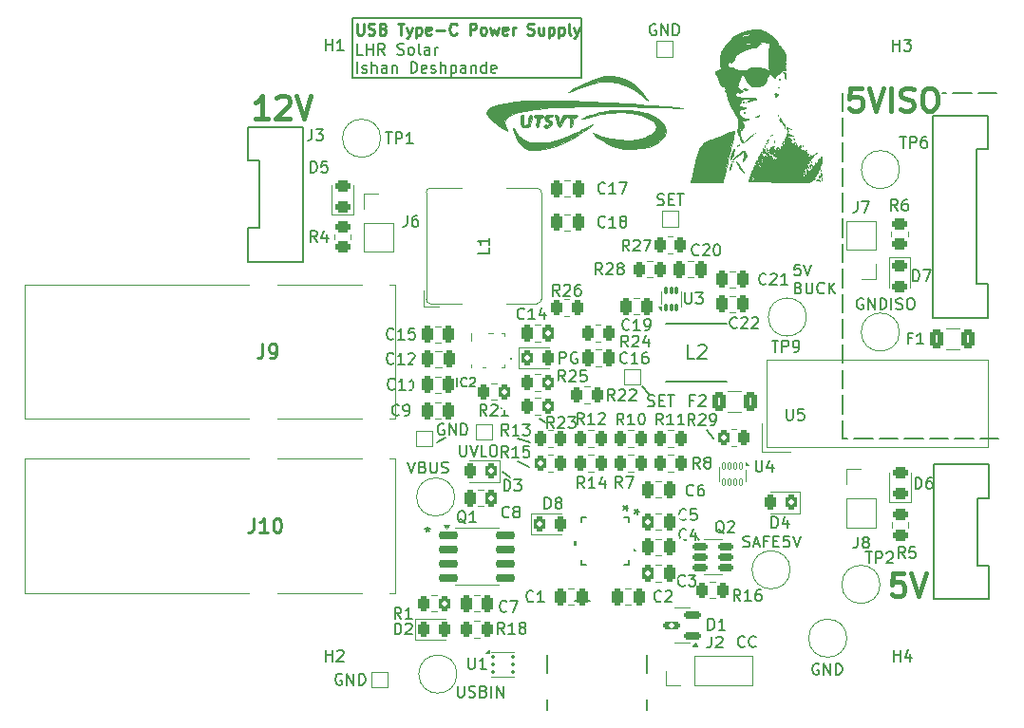
<source format=gto>
G04 #@! TF.GenerationSoftware,KiCad,Pcbnew,8.0.5*
G04 #@! TF.CreationDate,2024-10-14T21:46:25-05:00*
G04 #@! TF.ProjectId,USBCPowerPCB,55534243-506f-4776-9572-5043422e6b69,rev?*
G04 #@! TF.SameCoordinates,Original*
G04 #@! TF.FileFunction,Legend,Top*
G04 #@! TF.FilePolarity,Positive*
%FSLAX46Y46*%
G04 Gerber Fmt 4.6, Leading zero omitted, Abs format (unit mm)*
G04 Created by KiCad (PCBNEW 8.0.5) date 2024-10-14 21:46:25*
%MOMM*%
%LPD*%
G01*
G04 APERTURE LIST*
G04 Aperture macros list*
%AMRoundRect*
0 Rectangle with rounded corners*
0 $1 Rounding radius*
0 $2 $3 $4 $5 $6 $7 $8 $9 X,Y pos of 4 corners*
0 Add a 4 corners polygon primitive as box body*
4,1,4,$2,$3,$4,$5,$6,$7,$8,$9,$2,$3,0*
0 Add four circle primitives for the rounded corners*
1,1,$1+$1,$2,$3*
1,1,$1+$1,$4,$5*
1,1,$1+$1,$6,$7*
1,1,$1+$1,$8,$9*
0 Add four rect primitives between the rounded corners*
20,1,$1+$1,$2,$3,$4,$5,0*
20,1,$1+$1,$4,$5,$6,$7,0*
20,1,$1+$1,$6,$7,$8,$9,0*
20,1,$1+$1,$8,$9,$2,$3,0*%
G04 Aperture macros list end*
%ADD10C,0.200000*%
%ADD11C,0.150000*%
%ADD12C,0.250000*%
%ADD13C,0.400000*%
%ADD14C,0.254000*%
%ADD15C,0.127000*%
%ADD16C,0.120000*%
%ADD17C,0.100000*%
%ADD18C,0.010000*%
%ADD19C,0.152400*%
%ADD20C,0.000000*%
%ADD21O,1.104000X2.204000*%
%ADD22O,1.104000X1.904000*%
%ADD23C,0.600000*%
%ADD24RoundRect,0.250000X0.250000X0.475000X-0.250000X0.475000X-0.250000X-0.475000X0.250000X-0.475000X0*%
%ADD25C,1.950000*%
%ADD26C,3.300000*%
%ADD27RoundRect,0.250000X0.262500X0.450000X-0.262500X0.450000X-0.262500X-0.450000X0.262500X-0.450000X0*%
%ADD28RoundRect,0.250000X0.450000X-0.262500X0.450000X0.262500X-0.450000X0.262500X-0.450000X-0.262500X0*%
%ADD29RoundRect,0.250000X-0.262500X-0.450000X0.262500X-0.450000X0.262500X0.450000X-0.262500X0.450000X0*%
%ADD30RoundRect,0.250000X-0.250000X-0.475000X0.250000X-0.475000X0.250000X0.475000X-0.250000X0.475000X0*%
%ADD31C,3.000000*%
%ADD32C,3.200000*%
%ADD33RoundRect,0.250000X-0.375000X-0.625000X0.375000X-0.625000X0.375000X0.625000X-0.375000X0.625000X0*%
%ADD34R,1.000000X1.000000*%
%ADD35RoundRect,0.085000X0.085000X-0.265000X0.085000X0.265000X-0.085000X0.265000X-0.085000X-0.265000X0*%
%ADD36RoundRect,0.243750X0.456250X-0.243750X0.456250X0.243750X-0.456250X0.243750X-0.456250X-0.243750X0*%
%ADD37C,1.270000*%
%ADD38C,1.700000*%
%ADD39R,1.700000X1.700000*%
%ADD40O,1.700000X1.700000*%
%ADD41RoundRect,0.243750X-0.243750X-0.456250X0.243750X-0.456250X0.243750X0.456250X-0.243750X0.456250X0*%
%ADD42RoundRect,0.150000X0.587500X0.150000X-0.587500X0.150000X-0.587500X-0.150000X0.587500X-0.150000X0*%
%ADD43RoundRect,0.050000X-0.100000X0.285000X-0.100000X-0.285000X0.100000X-0.285000X0.100000X0.285000X0*%
%ADD44RoundRect,0.150000X-0.512500X-0.150000X0.512500X-0.150000X0.512500X0.150000X-0.512500X0.150000X0*%
%ADD45R,3.500000X3.550000*%
%ADD46RoundRect,0.243750X-0.456250X0.243750X-0.456250X-0.243750X0.456250X-0.243750X0.456250X0.243750X0*%
%ADD47R,0.254000X0.812800*%
%ADD48R,0.812800X0.254000*%
%ADD49R,2.743200X2.743200*%
%ADD50R,2.200000X2.400000*%
%ADD51RoundRect,0.093750X-0.093750X-0.106250X0.093750X-0.106250X0.093750X0.106250X-0.093750X0.106250X0*%
%ADD52R,1.000000X1.600000*%
%ADD53RoundRect,0.243750X0.243750X0.456250X-0.243750X0.456250X-0.243750X-0.456250X0.243750X-0.456250X0*%
%ADD54R,0.600000X0.250000*%
%ADD55R,0.250000X0.600000*%
%ADD56R,0.250000X1.700000*%
%ADD57R,0.400000X2.100000*%
%ADD58R,0.560000X0.250000*%
%ADD59RoundRect,0.150000X-0.725000X-0.150000X0.725000X-0.150000X0.725000X0.150000X-0.725000X0.150000X0*%
%ADD60RoundRect,0.250000X-0.450000X0.262500X-0.450000X-0.262500X0.450000X-0.262500X0.450000X0.262500X0*%
%ADD61R,1.500000X1.500000*%
%ADD62C,1.500000*%
%ADD63C,0.500000*%
G04 APERTURE END LIST*
D10*
X155241101Y-140721980D02*
X155193482Y-140769600D01*
X155193482Y-140769600D02*
X155050625Y-140817219D01*
X155050625Y-140817219D02*
X154955387Y-140817219D01*
X154955387Y-140817219D02*
X154812530Y-140769600D01*
X154812530Y-140769600D02*
X154717292Y-140674361D01*
X154717292Y-140674361D02*
X154669673Y-140579123D01*
X154669673Y-140579123D02*
X154622054Y-140388647D01*
X154622054Y-140388647D02*
X154622054Y-140245790D01*
X154622054Y-140245790D02*
X154669673Y-140055314D01*
X154669673Y-140055314D02*
X154717292Y-139960076D01*
X154717292Y-139960076D02*
X154812530Y-139864838D01*
X154812530Y-139864838D02*
X154955387Y-139817219D01*
X154955387Y-139817219D02*
X155050625Y-139817219D01*
X155050625Y-139817219D02*
X155193482Y-139864838D01*
X155193482Y-139864838D02*
X155241101Y-139912457D01*
X156241101Y-140721980D02*
X156193482Y-140769600D01*
X156193482Y-140769600D02*
X156050625Y-140817219D01*
X156050625Y-140817219D02*
X155955387Y-140817219D01*
X155955387Y-140817219D02*
X155812530Y-140769600D01*
X155812530Y-140769600D02*
X155717292Y-140674361D01*
X155717292Y-140674361D02*
X155669673Y-140579123D01*
X155669673Y-140579123D02*
X155622054Y-140388647D01*
X155622054Y-140388647D02*
X155622054Y-140245790D01*
X155622054Y-140245790D02*
X155669673Y-140055314D01*
X155669673Y-140055314D02*
X155717292Y-139960076D01*
X155717292Y-139960076D02*
X155812530Y-139864838D01*
X155812530Y-139864838D02*
X155955387Y-139817219D01*
X155955387Y-139817219D02*
X156050625Y-139817219D01*
X156050625Y-139817219D02*
X156193482Y-139864838D01*
X156193482Y-139864838D02*
X156241101Y-139912457D01*
D11*
X163950000Y-122200000D02*
X163950000Y-120550000D01*
X163950000Y-119950000D02*
X163950000Y-118300000D01*
X163950000Y-117700000D02*
X163950000Y-116050000D01*
X163950000Y-115450000D02*
X163950000Y-113800000D01*
X163950000Y-113200000D02*
X163950000Y-111550000D01*
X163950000Y-110950000D02*
X163950000Y-109300000D01*
X163950000Y-108700000D02*
X163950000Y-107050000D01*
X163950000Y-106450000D02*
X163950000Y-104800000D01*
X163950000Y-104200000D02*
X163950000Y-102550000D01*
X163950000Y-101950000D02*
X163950000Y-100300000D01*
X163950000Y-99700000D02*
X163950000Y-98050000D01*
X163950000Y-97450000D02*
X163950000Y-95800000D01*
X163950000Y-95200000D02*
X163950000Y-93550000D01*
X163950000Y-92950000D02*
X163950000Y-91400000D01*
X128600000Y-122100000D02*
X127850000Y-122500000D01*
X177900000Y-122200000D02*
X176250000Y-122200000D01*
X175650000Y-122200000D02*
X174000000Y-122200000D01*
X173400000Y-122200000D02*
X171750000Y-122200000D01*
X171150000Y-122200000D02*
X169500000Y-122200000D01*
X168900000Y-122200000D02*
X167250000Y-122200000D01*
X166650000Y-122200000D02*
X165000000Y-122200000D01*
X164400000Y-122200000D02*
X163950000Y-122200000D01*
X137450000Y-120750000D02*
X136950000Y-120400000D01*
X135000000Y-124250000D02*
X136000000Y-124700000D01*
X177700000Y-91400000D02*
X176050000Y-91400000D01*
X175450000Y-91400000D02*
X173800000Y-91400000D01*
X173200000Y-91400000D02*
X172900000Y-91400000D01*
X120300000Y-84700000D02*
X140700000Y-84700000D01*
X140700000Y-90000000D01*
X120300000Y-90000000D01*
X120300000Y-84700000D01*
X151850000Y-121450000D02*
X152500000Y-122150000D01*
X146100000Y-117550000D02*
X146700000Y-118200000D01*
X134350000Y-125650000D02*
X133700000Y-125150000D01*
X135050000Y-122150000D02*
X136150000Y-122550000D01*
D10*
X146639850Y-119269600D02*
X146782707Y-119317219D01*
X146782707Y-119317219D02*
X147020802Y-119317219D01*
X147020802Y-119317219D02*
X147116040Y-119269600D01*
X147116040Y-119269600D02*
X147163659Y-119221980D01*
X147163659Y-119221980D02*
X147211278Y-119126742D01*
X147211278Y-119126742D02*
X147211278Y-119031504D01*
X147211278Y-119031504D02*
X147163659Y-118936266D01*
X147163659Y-118936266D02*
X147116040Y-118888647D01*
X147116040Y-118888647D02*
X147020802Y-118841028D01*
X147020802Y-118841028D02*
X146830326Y-118793409D01*
X146830326Y-118793409D02*
X146735088Y-118745790D01*
X146735088Y-118745790D02*
X146687469Y-118698171D01*
X146687469Y-118698171D02*
X146639850Y-118602933D01*
X146639850Y-118602933D02*
X146639850Y-118507695D01*
X146639850Y-118507695D02*
X146687469Y-118412457D01*
X146687469Y-118412457D02*
X146735088Y-118364838D01*
X146735088Y-118364838D02*
X146830326Y-118317219D01*
X146830326Y-118317219D02*
X147068421Y-118317219D01*
X147068421Y-118317219D02*
X147211278Y-118364838D01*
X147639850Y-118793409D02*
X147973183Y-118793409D01*
X148116040Y-119317219D02*
X147639850Y-119317219D01*
X147639850Y-119317219D02*
X147639850Y-118317219D01*
X147639850Y-118317219D02*
X148116040Y-118317219D01*
X148401755Y-118317219D02*
X148973183Y-118317219D01*
X148687469Y-119317219D02*
X148687469Y-118317219D01*
X155122054Y-131819600D02*
X155264911Y-131867219D01*
X155264911Y-131867219D02*
X155503006Y-131867219D01*
X155503006Y-131867219D02*
X155598244Y-131819600D01*
X155598244Y-131819600D02*
X155645863Y-131771980D01*
X155645863Y-131771980D02*
X155693482Y-131676742D01*
X155693482Y-131676742D02*
X155693482Y-131581504D01*
X155693482Y-131581504D02*
X155645863Y-131486266D01*
X155645863Y-131486266D02*
X155598244Y-131438647D01*
X155598244Y-131438647D02*
X155503006Y-131391028D01*
X155503006Y-131391028D02*
X155312530Y-131343409D01*
X155312530Y-131343409D02*
X155217292Y-131295790D01*
X155217292Y-131295790D02*
X155169673Y-131248171D01*
X155169673Y-131248171D02*
X155122054Y-131152933D01*
X155122054Y-131152933D02*
X155122054Y-131057695D01*
X155122054Y-131057695D02*
X155169673Y-130962457D01*
X155169673Y-130962457D02*
X155217292Y-130914838D01*
X155217292Y-130914838D02*
X155312530Y-130867219D01*
X155312530Y-130867219D02*
X155550625Y-130867219D01*
X155550625Y-130867219D02*
X155693482Y-130914838D01*
X156074435Y-131581504D02*
X156550625Y-131581504D01*
X155979197Y-131867219D02*
X156312530Y-130867219D01*
X156312530Y-130867219D02*
X156645863Y-131867219D01*
X157312530Y-131343409D02*
X156979197Y-131343409D01*
X156979197Y-131867219D02*
X156979197Y-130867219D01*
X156979197Y-130867219D02*
X157455387Y-130867219D01*
X157836340Y-131343409D02*
X158169673Y-131343409D01*
X158312530Y-131867219D02*
X157836340Y-131867219D01*
X157836340Y-131867219D02*
X157836340Y-130867219D01*
X157836340Y-130867219D02*
X158312530Y-130867219D01*
X159217292Y-130867219D02*
X158741102Y-130867219D01*
X158741102Y-130867219D02*
X158693483Y-131343409D01*
X158693483Y-131343409D02*
X158741102Y-131295790D01*
X158741102Y-131295790D02*
X158836340Y-131248171D01*
X158836340Y-131248171D02*
X159074435Y-131248171D01*
X159074435Y-131248171D02*
X159169673Y-131295790D01*
X159169673Y-131295790D02*
X159217292Y-131343409D01*
X159217292Y-131343409D02*
X159264911Y-131438647D01*
X159264911Y-131438647D02*
X159264911Y-131676742D01*
X159264911Y-131676742D02*
X159217292Y-131771980D01*
X159217292Y-131771980D02*
X159169673Y-131819600D01*
X159169673Y-131819600D02*
X159074435Y-131867219D01*
X159074435Y-131867219D02*
X158836340Y-131867219D01*
X158836340Y-131867219D02*
X158741102Y-131819600D01*
X158741102Y-131819600D02*
X158693483Y-131771980D01*
X159550626Y-130867219D02*
X159883959Y-131867219D01*
X159883959Y-131867219D02*
X160217292Y-130867219D01*
X129857143Y-122767219D02*
X129857143Y-123576742D01*
X129857143Y-123576742D02*
X129904762Y-123671980D01*
X129904762Y-123671980D02*
X129952381Y-123719600D01*
X129952381Y-123719600D02*
X130047619Y-123767219D01*
X130047619Y-123767219D02*
X130238095Y-123767219D01*
X130238095Y-123767219D02*
X130333333Y-123719600D01*
X130333333Y-123719600D02*
X130380952Y-123671980D01*
X130380952Y-123671980D02*
X130428571Y-123576742D01*
X130428571Y-123576742D02*
X130428571Y-122767219D01*
X130761905Y-122767219D02*
X131095238Y-123767219D01*
X131095238Y-123767219D02*
X131428571Y-122767219D01*
X132238095Y-123767219D02*
X131761905Y-123767219D01*
X131761905Y-123767219D02*
X131761905Y-122767219D01*
X132761905Y-122767219D02*
X132952381Y-122767219D01*
X132952381Y-122767219D02*
X133047619Y-122814838D01*
X133047619Y-122814838D02*
X133142857Y-122910076D01*
X133142857Y-122910076D02*
X133190476Y-123100552D01*
X133190476Y-123100552D02*
X133190476Y-123433885D01*
X133190476Y-123433885D02*
X133142857Y-123624361D01*
X133142857Y-123624361D02*
X133047619Y-123719600D01*
X133047619Y-123719600D02*
X132952381Y-123767219D01*
X132952381Y-123767219D02*
X132761905Y-123767219D01*
X132761905Y-123767219D02*
X132666667Y-123719600D01*
X132666667Y-123719600D02*
X132571429Y-123624361D01*
X132571429Y-123624361D02*
X132523810Y-123433885D01*
X132523810Y-123433885D02*
X132523810Y-123100552D01*
X132523810Y-123100552D02*
X132571429Y-122910076D01*
X132571429Y-122910076D02*
X132666667Y-122814838D01*
X132666667Y-122814838D02*
X132761905Y-122767219D01*
X161843482Y-142314838D02*
X161748244Y-142267219D01*
X161748244Y-142267219D02*
X161605387Y-142267219D01*
X161605387Y-142267219D02*
X161462530Y-142314838D01*
X161462530Y-142314838D02*
X161367292Y-142410076D01*
X161367292Y-142410076D02*
X161319673Y-142505314D01*
X161319673Y-142505314D02*
X161272054Y-142695790D01*
X161272054Y-142695790D02*
X161272054Y-142838647D01*
X161272054Y-142838647D02*
X161319673Y-143029123D01*
X161319673Y-143029123D02*
X161367292Y-143124361D01*
X161367292Y-143124361D02*
X161462530Y-143219600D01*
X161462530Y-143219600D02*
X161605387Y-143267219D01*
X161605387Y-143267219D02*
X161700625Y-143267219D01*
X161700625Y-143267219D02*
X161843482Y-143219600D01*
X161843482Y-143219600D02*
X161891101Y-143171980D01*
X161891101Y-143171980D02*
X161891101Y-142838647D01*
X161891101Y-142838647D02*
X161700625Y-142838647D01*
X162319673Y-143267219D02*
X162319673Y-142267219D01*
X162319673Y-142267219D02*
X162891101Y-143267219D01*
X162891101Y-143267219D02*
X162891101Y-142267219D01*
X163367292Y-143267219D02*
X163367292Y-142267219D01*
X163367292Y-142267219D02*
X163605387Y-142267219D01*
X163605387Y-142267219D02*
X163748244Y-142314838D01*
X163748244Y-142314838D02*
X163843482Y-142410076D01*
X163843482Y-142410076D02*
X163891101Y-142505314D01*
X163891101Y-142505314D02*
X163938720Y-142695790D01*
X163938720Y-142695790D02*
X163938720Y-142838647D01*
X163938720Y-142838647D02*
X163891101Y-143029123D01*
X163891101Y-143029123D02*
X163843482Y-143124361D01*
X163843482Y-143124361D02*
X163748244Y-143219600D01*
X163748244Y-143219600D02*
X163605387Y-143267219D01*
X163605387Y-143267219D02*
X163367292Y-143267219D01*
X125226816Y-124267219D02*
X125560149Y-125267219D01*
X125560149Y-125267219D02*
X125893482Y-124267219D01*
X126560149Y-124743409D02*
X126703006Y-124791028D01*
X126703006Y-124791028D02*
X126750625Y-124838647D01*
X126750625Y-124838647D02*
X126798244Y-124933885D01*
X126798244Y-124933885D02*
X126798244Y-125076742D01*
X126798244Y-125076742D02*
X126750625Y-125171980D01*
X126750625Y-125171980D02*
X126703006Y-125219600D01*
X126703006Y-125219600D02*
X126607768Y-125267219D01*
X126607768Y-125267219D02*
X126226816Y-125267219D01*
X126226816Y-125267219D02*
X126226816Y-124267219D01*
X126226816Y-124267219D02*
X126560149Y-124267219D01*
X126560149Y-124267219D02*
X126655387Y-124314838D01*
X126655387Y-124314838D02*
X126703006Y-124362457D01*
X126703006Y-124362457D02*
X126750625Y-124457695D01*
X126750625Y-124457695D02*
X126750625Y-124552933D01*
X126750625Y-124552933D02*
X126703006Y-124648171D01*
X126703006Y-124648171D02*
X126655387Y-124695790D01*
X126655387Y-124695790D02*
X126560149Y-124743409D01*
X126560149Y-124743409D02*
X126226816Y-124743409D01*
X127226816Y-124267219D02*
X127226816Y-125076742D01*
X127226816Y-125076742D02*
X127274435Y-125171980D01*
X127274435Y-125171980D02*
X127322054Y-125219600D01*
X127322054Y-125219600D02*
X127417292Y-125267219D01*
X127417292Y-125267219D02*
X127607768Y-125267219D01*
X127607768Y-125267219D02*
X127703006Y-125219600D01*
X127703006Y-125219600D02*
X127750625Y-125171980D01*
X127750625Y-125171980D02*
X127798244Y-125076742D01*
X127798244Y-125076742D02*
X127798244Y-124267219D01*
X128226816Y-125219600D02*
X128369673Y-125267219D01*
X128369673Y-125267219D02*
X128607768Y-125267219D01*
X128607768Y-125267219D02*
X128703006Y-125219600D01*
X128703006Y-125219600D02*
X128750625Y-125171980D01*
X128750625Y-125171980D02*
X128798244Y-125076742D01*
X128798244Y-125076742D02*
X128798244Y-124981504D01*
X128798244Y-124981504D02*
X128750625Y-124886266D01*
X128750625Y-124886266D02*
X128703006Y-124838647D01*
X128703006Y-124838647D02*
X128607768Y-124791028D01*
X128607768Y-124791028D02*
X128417292Y-124743409D01*
X128417292Y-124743409D02*
X128322054Y-124695790D01*
X128322054Y-124695790D02*
X128274435Y-124648171D01*
X128274435Y-124648171D02*
X128226816Y-124552933D01*
X128226816Y-124552933D02*
X128226816Y-124457695D01*
X128226816Y-124457695D02*
X128274435Y-124362457D01*
X128274435Y-124362457D02*
X128322054Y-124314838D01*
X128322054Y-124314838D02*
X128417292Y-124267219D01*
X128417292Y-124267219D02*
X128655387Y-124267219D01*
X128655387Y-124267219D02*
X128798244Y-124314838D01*
X138769673Y-115467219D02*
X138769673Y-114467219D01*
X138769673Y-114467219D02*
X139150625Y-114467219D01*
X139150625Y-114467219D02*
X139245863Y-114514838D01*
X139245863Y-114514838D02*
X139293482Y-114562457D01*
X139293482Y-114562457D02*
X139341101Y-114657695D01*
X139341101Y-114657695D02*
X139341101Y-114800552D01*
X139341101Y-114800552D02*
X139293482Y-114895790D01*
X139293482Y-114895790D02*
X139245863Y-114943409D01*
X139245863Y-114943409D02*
X139150625Y-114991028D01*
X139150625Y-114991028D02*
X138769673Y-114991028D01*
X140293482Y-114514838D02*
X140198244Y-114467219D01*
X140198244Y-114467219D02*
X140055387Y-114467219D01*
X140055387Y-114467219D02*
X139912530Y-114514838D01*
X139912530Y-114514838D02*
X139817292Y-114610076D01*
X139817292Y-114610076D02*
X139769673Y-114705314D01*
X139769673Y-114705314D02*
X139722054Y-114895790D01*
X139722054Y-114895790D02*
X139722054Y-115038647D01*
X139722054Y-115038647D02*
X139769673Y-115229123D01*
X139769673Y-115229123D02*
X139817292Y-115324361D01*
X139817292Y-115324361D02*
X139912530Y-115419600D01*
X139912530Y-115419600D02*
X140055387Y-115467219D01*
X140055387Y-115467219D02*
X140150625Y-115467219D01*
X140150625Y-115467219D02*
X140293482Y-115419600D01*
X140293482Y-115419600D02*
X140341101Y-115371980D01*
X140341101Y-115371980D02*
X140341101Y-115038647D01*
X140341101Y-115038647D02*
X140150625Y-115038647D01*
D12*
X120702568Y-85164619D02*
X120702568Y-85974142D01*
X120702568Y-85974142D02*
X120750187Y-86069380D01*
X120750187Y-86069380D02*
X120797806Y-86117000D01*
X120797806Y-86117000D02*
X120893044Y-86164619D01*
X120893044Y-86164619D02*
X121083520Y-86164619D01*
X121083520Y-86164619D02*
X121178758Y-86117000D01*
X121178758Y-86117000D02*
X121226377Y-86069380D01*
X121226377Y-86069380D02*
X121273996Y-85974142D01*
X121273996Y-85974142D02*
X121273996Y-85164619D01*
X121702568Y-86117000D02*
X121845425Y-86164619D01*
X121845425Y-86164619D02*
X122083520Y-86164619D01*
X122083520Y-86164619D02*
X122178758Y-86117000D01*
X122178758Y-86117000D02*
X122226377Y-86069380D01*
X122226377Y-86069380D02*
X122273996Y-85974142D01*
X122273996Y-85974142D02*
X122273996Y-85878904D01*
X122273996Y-85878904D02*
X122226377Y-85783666D01*
X122226377Y-85783666D02*
X122178758Y-85736047D01*
X122178758Y-85736047D02*
X122083520Y-85688428D01*
X122083520Y-85688428D02*
X121893044Y-85640809D01*
X121893044Y-85640809D02*
X121797806Y-85593190D01*
X121797806Y-85593190D02*
X121750187Y-85545571D01*
X121750187Y-85545571D02*
X121702568Y-85450333D01*
X121702568Y-85450333D02*
X121702568Y-85355095D01*
X121702568Y-85355095D02*
X121750187Y-85259857D01*
X121750187Y-85259857D02*
X121797806Y-85212238D01*
X121797806Y-85212238D02*
X121893044Y-85164619D01*
X121893044Y-85164619D02*
X122131139Y-85164619D01*
X122131139Y-85164619D02*
X122273996Y-85212238D01*
X123035901Y-85640809D02*
X123178758Y-85688428D01*
X123178758Y-85688428D02*
X123226377Y-85736047D01*
X123226377Y-85736047D02*
X123273996Y-85831285D01*
X123273996Y-85831285D02*
X123273996Y-85974142D01*
X123273996Y-85974142D02*
X123226377Y-86069380D01*
X123226377Y-86069380D02*
X123178758Y-86117000D01*
X123178758Y-86117000D02*
X123083520Y-86164619D01*
X123083520Y-86164619D02*
X122702568Y-86164619D01*
X122702568Y-86164619D02*
X122702568Y-85164619D01*
X122702568Y-85164619D02*
X123035901Y-85164619D01*
X123035901Y-85164619D02*
X123131139Y-85212238D01*
X123131139Y-85212238D02*
X123178758Y-85259857D01*
X123178758Y-85259857D02*
X123226377Y-85355095D01*
X123226377Y-85355095D02*
X123226377Y-85450333D01*
X123226377Y-85450333D02*
X123178758Y-85545571D01*
X123178758Y-85545571D02*
X123131139Y-85593190D01*
X123131139Y-85593190D02*
X123035901Y-85640809D01*
X123035901Y-85640809D02*
X122702568Y-85640809D01*
X124321616Y-85164619D02*
X124893044Y-85164619D01*
X124607330Y-86164619D02*
X124607330Y-85164619D01*
X125131140Y-85497952D02*
X125369235Y-86164619D01*
X125607330Y-85497952D02*
X125369235Y-86164619D01*
X125369235Y-86164619D02*
X125273997Y-86402714D01*
X125273997Y-86402714D02*
X125226378Y-86450333D01*
X125226378Y-86450333D02*
X125131140Y-86497952D01*
X125988283Y-85497952D02*
X125988283Y-86497952D01*
X125988283Y-85545571D02*
X126083521Y-85497952D01*
X126083521Y-85497952D02*
X126273997Y-85497952D01*
X126273997Y-85497952D02*
X126369235Y-85545571D01*
X126369235Y-85545571D02*
X126416854Y-85593190D01*
X126416854Y-85593190D02*
X126464473Y-85688428D01*
X126464473Y-85688428D02*
X126464473Y-85974142D01*
X126464473Y-85974142D02*
X126416854Y-86069380D01*
X126416854Y-86069380D02*
X126369235Y-86117000D01*
X126369235Y-86117000D02*
X126273997Y-86164619D01*
X126273997Y-86164619D02*
X126083521Y-86164619D01*
X126083521Y-86164619D02*
X125988283Y-86117000D01*
X127273997Y-86117000D02*
X127178759Y-86164619D01*
X127178759Y-86164619D02*
X126988283Y-86164619D01*
X126988283Y-86164619D02*
X126893045Y-86117000D01*
X126893045Y-86117000D02*
X126845426Y-86021761D01*
X126845426Y-86021761D02*
X126845426Y-85640809D01*
X126845426Y-85640809D02*
X126893045Y-85545571D01*
X126893045Y-85545571D02*
X126988283Y-85497952D01*
X126988283Y-85497952D02*
X127178759Y-85497952D01*
X127178759Y-85497952D02*
X127273997Y-85545571D01*
X127273997Y-85545571D02*
X127321616Y-85640809D01*
X127321616Y-85640809D02*
X127321616Y-85736047D01*
X127321616Y-85736047D02*
X126845426Y-85831285D01*
X127750188Y-85783666D02*
X128512093Y-85783666D01*
X129559711Y-86069380D02*
X129512092Y-86117000D01*
X129512092Y-86117000D02*
X129369235Y-86164619D01*
X129369235Y-86164619D02*
X129273997Y-86164619D01*
X129273997Y-86164619D02*
X129131140Y-86117000D01*
X129131140Y-86117000D02*
X129035902Y-86021761D01*
X129035902Y-86021761D02*
X128988283Y-85926523D01*
X128988283Y-85926523D02*
X128940664Y-85736047D01*
X128940664Y-85736047D02*
X128940664Y-85593190D01*
X128940664Y-85593190D02*
X128988283Y-85402714D01*
X128988283Y-85402714D02*
X129035902Y-85307476D01*
X129035902Y-85307476D02*
X129131140Y-85212238D01*
X129131140Y-85212238D02*
X129273997Y-85164619D01*
X129273997Y-85164619D02*
X129369235Y-85164619D01*
X129369235Y-85164619D02*
X129512092Y-85212238D01*
X129512092Y-85212238D02*
X129559711Y-85259857D01*
X130750188Y-86164619D02*
X130750188Y-85164619D01*
X130750188Y-85164619D02*
X131131140Y-85164619D01*
X131131140Y-85164619D02*
X131226378Y-85212238D01*
X131226378Y-85212238D02*
X131273997Y-85259857D01*
X131273997Y-85259857D02*
X131321616Y-85355095D01*
X131321616Y-85355095D02*
X131321616Y-85497952D01*
X131321616Y-85497952D02*
X131273997Y-85593190D01*
X131273997Y-85593190D02*
X131226378Y-85640809D01*
X131226378Y-85640809D02*
X131131140Y-85688428D01*
X131131140Y-85688428D02*
X130750188Y-85688428D01*
X131893045Y-86164619D02*
X131797807Y-86117000D01*
X131797807Y-86117000D02*
X131750188Y-86069380D01*
X131750188Y-86069380D02*
X131702569Y-85974142D01*
X131702569Y-85974142D02*
X131702569Y-85688428D01*
X131702569Y-85688428D02*
X131750188Y-85593190D01*
X131750188Y-85593190D02*
X131797807Y-85545571D01*
X131797807Y-85545571D02*
X131893045Y-85497952D01*
X131893045Y-85497952D02*
X132035902Y-85497952D01*
X132035902Y-85497952D02*
X132131140Y-85545571D01*
X132131140Y-85545571D02*
X132178759Y-85593190D01*
X132178759Y-85593190D02*
X132226378Y-85688428D01*
X132226378Y-85688428D02*
X132226378Y-85974142D01*
X132226378Y-85974142D02*
X132178759Y-86069380D01*
X132178759Y-86069380D02*
X132131140Y-86117000D01*
X132131140Y-86117000D02*
X132035902Y-86164619D01*
X132035902Y-86164619D02*
X131893045Y-86164619D01*
X132559712Y-85497952D02*
X132750188Y-86164619D01*
X132750188Y-86164619D02*
X132940664Y-85688428D01*
X132940664Y-85688428D02*
X133131140Y-86164619D01*
X133131140Y-86164619D02*
X133321616Y-85497952D01*
X134083521Y-86117000D02*
X133988283Y-86164619D01*
X133988283Y-86164619D02*
X133797807Y-86164619D01*
X133797807Y-86164619D02*
X133702569Y-86117000D01*
X133702569Y-86117000D02*
X133654950Y-86021761D01*
X133654950Y-86021761D02*
X133654950Y-85640809D01*
X133654950Y-85640809D02*
X133702569Y-85545571D01*
X133702569Y-85545571D02*
X133797807Y-85497952D01*
X133797807Y-85497952D02*
X133988283Y-85497952D01*
X133988283Y-85497952D02*
X134083521Y-85545571D01*
X134083521Y-85545571D02*
X134131140Y-85640809D01*
X134131140Y-85640809D02*
X134131140Y-85736047D01*
X134131140Y-85736047D02*
X133654950Y-85831285D01*
X134559712Y-86164619D02*
X134559712Y-85497952D01*
X134559712Y-85688428D02*
X134607331Y-85593190D01*
X134607331Y-85593190D02*
X134654950Y-85545571D01*
X134654950Y-85545571D02*
X134750188Y-85497952D01*
X134750188Y-85497952D02*
X134845426Y-85497952D01*
X135893046Y-86117000D02*
X136035903Y-86164619D01*
X136035903Y-86164619D02*
X136273998Y-86164619D01*
X136273998Y-86164619D02*
X136369236Y-86117000D01*
X136369236Y-86117000D02*
X136416855Y-86069380D01*
X136416855Y-86069380D02*
X136464474Y-85974142D01*
X136464474Y-85974142D02*
X136464474Y-85878904D01*
X136464474Y-85878904D02*
X136416855Y-85783666D01*
X136416855Y-85783666D02*
X136369236Y-85736047D01*
X136369236Y-85736047D02*
X136273998Y-85688428D01*
X136273998Y-85688428D02*
X136083522Y-85640809D01*
X136083522Y-85640809D02*
X135988284Y-85593190D01*
X135988284Y-85593190D02*
X135940665Y-85545571D01*
X135940665Y-85545571D02*
X135893046Y-85450333D01*
X135893046Y-85450333D02*
X135893046Y-85355095D01*
X135893046Y-85355095D02*
X135940665Y-85259857D01*
X135940665Y-85259857D02*
X135988284Y-85212238D01*
X135988284Y-85212238D02*
X136083522Y-85164619D01*
X136083522Y-85164619D02*
X136321617Y-85164619D01*
X136321617Y-85164619D02*
X136464474Y-85212238D01*
X137321617Y-85497952D02*
X137321617Y-86164619D01*
X136893046Y-85497952D02*
X136893046Y-86021761D01*
X136893046Y-86021761D02*
X136940665Y-86117000D01*
X136940665Y-86117000D02*
X137035903Y-86164619D01*
X137035903Y-86164619D02*
X137178760Y-86164619D01*
X137178760Y-86164619D02*
X137273998Y-86117000D01*
X137273998Y-86117000D02*
X137321617Y-86069380D01*
X137797808Y-85497952D02*
X137797808Y-86497952D01*
X137797808Y-85545571D02*
X137893046Y-85497952D01*
X137893046Y-85497952D02*
X138083522Y-85497952D01*
X138083522Y-85497952D02*
X138178760Y-85545571D01*
X138178760Y-85545571D02*
X138226379Y-85593190D01*
X138226379Y-85593190D02*
X138273998Y-85688428D01*
X138273998Y-85688428D02*
X138273998Y-85974142D01*
X138273998Y-85974142D02*
X138226379Y-86069380D01*
X138226379Y-86069380D02*
X138178760Y-86117000D01*
X138178760Y-86117000D02*
X138083522Y-86164619D01*
X138083522Y-86164619D02*
X137893046Y-86164619D01*
X137893046Y-86164619D02*
X137797808Y-86117000D01*
X138702570Y-85497952D02*
X138702570Y-86497952D01*
X138702570Y-85545571D02*
X138797808Y-85497952D01*
X138797808Y-85497952D02*
X138988284Y-85497952D01*
X138988284Y-85497952D02*
X139083522Y-85545571D01*
X139083522Y-85545571D02*
X139131141Y-85593190D01*
X139131141Y-85593190D02*
X139178760Y-85688428D01*
X139178760Y-85688428D02*
X139178760Y-85974142D01*
X139178760Y-85974142D02*
X139131141Y-86069380D01*
X139131141Y-86069380D02*
X139083522Y-86117000D01*
X139083522Y-86117000D02*
X138988284Y-86164619D01*
X138988284Y-86164619D02*
X138797808Y-86164619D01*
X138797808Y-86164619D02*
X138702570Y-86117000D01*
X139750189Y-86164619D02*
X139654951Y-86117000D01*
X139654951Y-86117000D02*
X139607332Y-86021761D01*
X139607332Y-86021761D02*
X139607332Y-85164619D01*
X140035904Y-85497952D02*
X140273999Y-86164619D01*
X140512094Y-85497952D02*
X140273999Y-86164619D01*
X140273999Y-86164619D02*
X140178761Y-86402714D01*
X140178761Y-86402714D02*
X140131142Y-86450333D01*
X140131142Y-86450333D02*
X140035904Y-86497952D01*
D10*
X160195863Y-106657275D02*
X159719673Y-106657275D01*
X159719673Y-106657275D02*
X159672054Y-107133465D01*
X159672054Y-107133465D02*
X159719673Y-107085846D01*
X159719673Y-107085846D02*
X159814911Y-107038227D01*
X159814911Y-107038227D02*
X160053006Y-107038227D01*
X160053006Y-107038227D02*
X160148244Y-107085846D01*
X160148244Y-107085846D02*
X160195863Y-107133465D01*
X160195863Y-107133465D02*
X160243482Y-107228703D01*
X160243482Y-107228703D02*
X160243482Y-107466798D01*
X160243482Y-107466798D02*
X160195863Y-107562036D01*
X160195863Y-107562036D02*
X160148244Y-107609656D01*
X160148244Y-107609656D02*
X160053006Y-107657275D01*
X160053006Y-107657275D02*
X159814911Y-107657275D01*
X159814911Y-107657275D02*
X159719673Y-107609656D01*
X159719673Y-107609656D02*
X159672054Y-107562036D01*
X160529197Y-106657275D02*
X160862530Y-107657275D01*
X160862530Y-107657275D02*
X161195863Y-106657275D01*
X160053006Y-108743409D02*
X160195863Y-108791028D01*
X160195863Y-108791028D02*
X160243482Y-108838647D01*
X160243482Y-108838647D02*
X160291101Y-108933885D01*
X160291101Y-108933885D02*
X160291101Y-109076742D01*
X160291101Y-109076742D02*
X160243482Y-109171980D01*
X160243482Y-109171980D02*
X160195863Y-109219600D01*
X160195863Y-109219600D02*
X160100625Y-109267219D01*
X160100625Y-109267219D02*
X159719673Y-109267219D01*
X159719673Y-109267219D02*
X159719673Y-108267219D01*
X159719673Y-108267219D02*
X160053006Y-108267219D01*
X160053006Y-108267219D02*
X160148244Y-108314838D01*
X160148244Y-108314838D02*
X160195863Y-108362457D01*
X160195863Y-108362457D02*
X160243482Y-108457695D01*
X160243482Y-108457695D02*
X160243482Y-108552933D01*
X160243482Y-108552933D02*
X160195863Y-108648171D01*
X160195863Y-108648171D02*
X160148244Y-108695790D01*
X160148244Y-108695790D02*
X160053006Y-108743409D01*
X160053006Y-108743409D02*
X159719673Y-108743409D01*
X160719673Y-108267219D02*
X160719673Y-109076742D01*
X160719673Y-109076742D02*
X160767292Y-109171980D01*
X160767292Y-109171980D02*
X160814911Y-109219600D01*
X160814911Y-109219600D02*
X160910149Y-109267219D01*
X160910149Y-109267219D02*
X161100625Y-109267219D01*
X161100625Y-109267219D02*
X161195863Y-109219600D01*
X161195863Y-109219600D02*
X161243482Y-109171980D01*
X161243482Y-109171980D02*
X161291101Y-109076742D01*
X161291101Y-109076742D02*
X161291101Y-108267219D01*
X162338720Y-109171980D02*
X162291101Y-109219600D01*
X162291101Y-109219600D02*
X162148244Y-109267219D01*
X162148244Y-109267219D02*
X162053006Y-109267219D01*
X162053006Y-109267219D02*
X161910149Y-109219600D01*
X161910149Y-109219600D02*
X161814911Y-109124361D01*
X161814911Y-109124361D02*
X161767292Y-109029123D01*
X161767292Y-109029123D02*
X161719673Y-108838647D01*
X161719673Y-108838647D02*
X161719673Y-108695790D01*
X161719673Y-108695790D02*
X161767292Y-108505314D01*
X161767292Y-108505314D02*
X161814911Y-108410076D01*
X161814911Y-108410076D02*
X161910149Y-108314838D01*
X161910149Y-108314838D02*
X162053006Y-108267219D01*
X162053006Y-108267219D02*
X162148244Y-108267219D01*
X162148244Y-108267219D02*
X162291101Y-108314838D01*
X162291101Y-108314838D02*
X162338720Y-108362457D01*
X162767292Y-109267219D02*
X162767292Y-108267219D01*
X163338720Y-109267219D02*
X162910149Y-108695790D01*
X163338720Y-108267219D02*
X162767292Y-108838647D01*
X129669673Y-144267219D02*
X129669673Y-145076742D01*
X129669673Y-145076742D02*
X129717292Y-145171980D01*
X129717292Y-145171980D02*
X129764911Y-145219600D01*
X129764911Y-145219600D02*
X129860149Y-145267219D01*
X129860149Y-145267219D02*
X130050625Y-145267219D01*
X130050625Y-145267219D02*
X130145863Y-145219600D01*
X130145863Y-145219600D02*
X130193482Y-145171980D01*
X130193482Y-145171980D02*
X130241101Y-145076742D01*
X130241101Y-145076742D02*
X130241101Y-144267219D01*
X130669673Y-145219600D02*
X130812530Y-145267219D01*
X130812530Y-145267219D02*
X131050625Y-145267219D01*
X131050625Y-145267219D02*
X131145863Y-145219600D01*
X131145863Y-145219600D02*
X131193482Y-145171980D01*
X131193482Y-145171980D02*
X131241101Y-145076742D01*
X131241101Y-145076742D02*
X131241101Y-144981504D01*
X131241101Y-144981504D02*
X131193482Y-144886266D01*
X131193482Y-144886266D02*
X131145863Y-144838647D01*
X131145863Y-144838647D02*
X131050625Y-144791028D01*
X131050625Y-144791028D02*
X130860149Y-144743409D01*
X130860149Y-144743409D02*
X130764911Y-144695790D01*
X130764911Y-144695790D02*
X130717292Y-144648171D01*
X130717292Y-144648171D02*
X130669673Y-144552933D01*
X130669673Y-144552933D02*
X130669673Y-144457695D01*
X130669673Y-144457695D02*
X130717292Y-144362457D01*
X130717292Y-144362457D02*
X130764911Y-144314838D01*
X130764911Y-144314838D02*
X130860149Y-144267219D01*
X130860149Y-144267219D02*
X131098244Y-144267219D01*
X131098244Y-144267219D02*
X131241101Y-144314838D01*
X132003006Y-144743409D02*
X132145863Y-144791028D01*
X132145863Y-144791028D02*
X132193482Y-144838647D01*
X132193482Y-144838647D02*
X132241101Y-144933885D01*
X132241101Y-144933885D02*
X132241101Y-145076742D01*
X132241101Y-145076742D02*
X132193482Y-145171980D01*
X132193482Y-145171980D02*
X132145863Y-145219600D01*
X132145863Y-145219600D02*
X132050625Y-145267219D01*
X132050625Y-145267219D02*
X131669673Y-145267219D01*
X131669673Y-145267219D02*
X131669673Y-144267219D01*
X131669673Y-144267219D02*
X132003006Y-144267219D01*
X132003006Y-144267219D02*
X132098244Y-144314838D01*
X132098244Y-144314838D02*
X132145863Y-144362457D01*
X132145863Y-144362457D02*
X132193482Y-144457695D01*
X132193482Y-144457695D02*
X132193482Y-144552933D01*
X132193482Y-144552933D02*
X132145863Y-144648171D01*
X132145863Y-144648171D02*
X132098244Y-144695790D01*
X132098244Y-144695790D02*
X132003006Y-144743409D01*
X132003006Y-144743409D02*
X131669673Y-144743409D01*
X132669673Y-145267219D02*
X132669673Y-144267219D01*
X133145863Y-145267219D02*
X133145863Y-144267219D01*
X133145863Y-144267219D02*
X133717291Y-145267219D01*
X133717291Y-145267219D02*
X133717291Y-144267219D01*
X119338095Y-143214838D02*
X119242857Y-143167219D01*
X119242857Y-143167219D02*
X119100000Y-143167219D01*
X119100000Y-143167219D02*
X118957143Y-143214838D01*
X118957143Y-143214838D02*
X118861905Y-143310076D01*
X118861905Y-143310076D02*
X118814286Y-143405314D01*
X118814286Y-143405314D02*
X118766667Y-143595790D01*
X118766667Y-143595790D02*
X118766667Y-143738647D01*
X118766667Y-143738647D02*
X118814286Y-143929123D01*
X118814286Y-143929123D02*
X118861905Y-144024361D01*
X118861905Y-144024361D02*
X118957143Y-144119600D01*
X118957143Y-144119600D02*
X119100000Y-144167219D01*
X119100000Y-144167219D02*
X119195238Y-144167219D01*
X119195238Y-144167219D02*
X119338095Y-144119600D01*
X119338095Y-144119600D02*
X119385714Y-144071980D01*
X119385714Y-144071980D02*
X119385714Y-143738647D01*
X119385714Y-143738647D02*
X119195238Y-143738647D01*
X119814286Y-144167219D02*
X119814286Y-143167219D01*
X119814286Y-143167219D02*
X120385714Y-144167219D01*
X120385714Y-144167219D02*
X120385714Y-143167219D01*
X120861905Y-144167219D02*
X120861905Y-143167219D01*
X120861905Y-143167219D02*
X121100000Y-143167219D01*
X121100000Y-143167219D02*
X121242857Y-143214838D01*
X121242857Y-143214838D02*
X121338095Y-143310076D01*
X121338095Y-143310076D02*
X121385714Y-143405314D01*
X121385714Y-143405314D02*
X121433333Y-143595790D01*
X121433333Y-143595790D02*
X121433333Y-143738647D01*
X121433333Y-143738647D02*
X121385714Y-143929123D01*
X121385714Y-143929123D02*
X121338095Y-144024361D01*
X121338095Y-144024361D02*
X121242857Y-144119600D01*
X121242857Y-144119600D02*
X121100000Y-144167219D01*
X121100000Y-144167219D02*
X120861905Y-144167219D01*
D13*
X169401728Y-134233438D02*
X168449347Y-134233438D01*
X168449347Y-134233438D02*
X168354109Y-135185819D01*
X168354109Y-135185819D02*
X168449347Y-135090580D01*
X168449347Y-135090580D02*
X168639823Y-134995342D01*
X168639823Y-134995342D02*
X169116014Y-134995342D01*
X169116014Y-134995342D02*
X169306490Y-135090580D01*
X169306490Y-135090580D02*
X169401728Y-135185819D01*
X169401728Y-135185819D02*
X169496966Y-135376295D01*
X169496966Y-135376295D02*
X169496966Y-135852485D01*
X169496966Y-135852485D02*
X169401728Y-136042961D01*
X169401728Y-136042961D02*
X169306490Y-136138200D01*
X169306490Y-136138200D02*
X169116014Y-136233438D01*
X169116014Y-136233438D02*
X168639823Y-136233438D01*
X168639823Y-136233438D02*
X168449347Y-136138200D01*
X168449347Y-136138200D02*
X168354109Y-136042961D01*
X170068395Y-134233438D02*
X170735061Y-136233438D01*
X170735061Y-136233438D02*
X171401728Y-134233438D01*
D10*
X128438095Y-120914838D02*
X128342857Y-120867219D01*
X128342857Y-120867219D02*
X128200000Y-120867219D01*
X128200000Y-120867219D02*
X128057143Y-120914838D01*
X128057143Y-120914838D02*
X127961905Y-121010076D01*
X127961905Y-121010076D02*
X127914286Y-121105314D01*
X127914286Y-121105314D02*
X127866667Y-121295790D01*
X127866667Y-121295790D02*
X127866667Y-121438647D01*
X127866667Y-121438647D02*
X127914286Y-121629123D01*
X127914286Y-121629123D02*
X127961905Y-121724361D01*
X127961905Y-121724361D02*
X128057143Y-121819600D01*
X128057143Y-121819600D02*
X128200000Y-121867219D01*
X128200000Y-121867219D02*
X128295238Y-121867219D01*
X128295238Y-121867219D02*
X128438095Y-121819600D01*
X128438095Y-121819600D02*
X128485714Y-121771980D01*
X128485714Y-121771980D02*
X128485714Y-121438647D01*
X128485714Y-121438647D02*
X128295238Y-121438647D01*
X128914286Y-121867219D02*
X128914286Y-120867219D01*
X128914286Y-120867219D02*
X129485714Y-121867219D01*
X129485714Y-121867219D02*
X129485714Y-120867219D01*
X129961905Y-121867219D02*
X129961905Y-120867219D01*
X129961905Y-120867219D02*
X130200000Y-120867219D01*
X130200000Y-120867219D02*
X130342857Y-120914838D01*
X130342857Y-120914838D02*
X130438095Y-121010076D01*
X130438095Y-121010076D02*
X130485714Y-121105314D01*
X130485714Y-121105314D02*
X130533333Y-121295790D01*
X130533333Y-121295790D02*
X130533333Y-121438647D01*
X130533333Y-121438647D02*
X130485714Y-121629123D01*
X130485714Y-121629123D02*
X130438095Y-121724361D01*
X130438095Y-121724361D02*
X130342857Y-121819600D01*
X130342857Y-121819600D02*
X130200000Y-121867219D01*
X130200000Y-121867219D02*
X129961905Y-121867219D01*
X165800000Y-109714838D02*
X165704762Y-109667219D01*
X165704762Y-109667219D02*
X165561905Y-109667219D01*
X165561905Y-109667219D02*
X165419048Y-109714838D01*
X165419048Y-109714838D02*
X165323810Y-109810076D01*
X165323810Y-109810076D02*
X165276191Y-109905314D01*
X165276191Y-109905314D02*
X165228572Y-110095790D01*
X165228572Y-110095790D02*
X165228572Y-110238647D01*
X165228572Y-110238647D02*
X165276191Y-110429123D01*
X165276191Y-110429123D02*
X165323810Y-110524361D01*
X165323810Y-110524361D02*
X165419048Y-110619600D01*
X165419048Y-110619600D02*
X165561905Y-110667219D01*
X165561905Y-110667219D02*
X165657143Y-110667219D01*
X165657143Y-110667219D02*
X165800000Y-110619600D01*
X165800000Y-110619600D02*
X165847619Y-110571980D01*
X165847619Y-110571980D02*
X165847619Y-110238647D01*
X165847619Y-110238647D02*
X165657143Y-110238647D01*
X166276191Y-110667219D02*
X166276191Y-109667219D01*
X166276191Y-109667219D02*
X166847619Y-110667219D01*
X166847619Y-110667219D02*
X166847619Y-109667219D01*
X167323810Y-110667219D02*
X167323810Y-109667219D01*
X167323810Y-109667219D02*
X167561905Y-109667219D01*
X167561905Y-109667219D02*
X167704762Y-109714838D01*
X167704762Y-109714838D02*
X167800000Y-109810076D01*
X167800000Y-109810076D02*
X167847619Y-109905314D01*
X167847619Y-109905314D02*
X167895238Y-110095790D01*
X167895238Y-110095790D02*
X167895238Y-110238647D01*
X167895238Y-110238647D02*
X167847619Y-110429123D01*
X167847619Y-110429123D02*
X167800000Y-110524361D01*
X167800000Y-110524361D02*
X167704762Y-110619600D01*
X167704762Y-110619600D02*
X167561905Y-110667219D01*
X167561905Y-110667219D02*
X167323810Y-110667219D01*
X168323810Y-110667219D02*
X168323810Y-109667219D01*
X168752381Y-110619600D02*
X168895238Y-110667219D01*
X168895238Y-110667219D02*
X169133333Y-110667219D01*
X169133333Y-110667219D02*
X169228571Y-110619600D01*
X169228571Y-110619600D02*
X169276190Y-110571980D01*
X169276190Y-110571980D02*
X169323809Y-110476742D01*
X169323809Y-110476742D02*
X169323809Y-110381504D01*
X169323809Y-110381504D02*
X169276190Y-110286266D01*
X169276190Y-110286266D02*
X169228571Y-110238647D01*
X169228571Y-110238647D02*
X169133333Y-110191028D01*
X169133333Y-110191028D02*
X168942857Y-110143409D01*
X168942857Y-110143409D02*
X168847619Y-110095790D01*
X168847619Y-110095790D02*
X168800000Y-110048171D01*
X168800000Y-110048171D02*
X168752381Y-109952933D01*
X168752381Y-109952933D02*
X168752381Y-109857695D01*
X168752381Y-109857695D02*
X168800000Y-109762457D01*
X168800000Y-109762457D02*
X168847619Y-109714838D01*
X168847619Y-109714838D02*
X168942857Y-109667219D01*
X168942857Y-109667219D02*
X169180952Y-109667219D01*
X169180952Y-109667219D02*
X169323809Y-109714838D01*
X169942857Y-109667219D02*
X170133333Y-109667219D01*
X170133333Y-109667219D02*
X170228571Y-109714838D01*
X170228571Y-109714838D02*
X170323809Y-109810076D01*
X170323809Y-109810076D02*
X170371428Y-110000552D01*
X170371428Y-110000552D02*
X170371428Y-110333885D01*
X170371428Y-110333885D02*
X170323809Y-110524361D01*
X170323809Y-110524361D02*
X170228571Y-110619600D01*
X170228571Y-110619600D02*
X170133333Y-110667219D01*
X170133333Y-110667219D02*
X169942857Y-110667219D01*
X169942857Y-110667219D02*
X169847619Y-110619600D01*
X169847619Y-110619600D02*
X169752381Y-110524361D01*
X169752381Y-110524361D02*
X169704762Y-110333885D01*
X169704762Y-110333885D02*
X169704762Y-110000552D01*
X169704762Y-110000552D02*
X169752381Y-109810076D01*
X169752381Y-109810076D02*
X169847619Y-109714838D01*
X169847619Y-109714838D02*
X169942857Y-109667219D01*
D13*
X165642857Y-90934438D02*
X164690476Y-90934438D01*
X164690476Y-90934438D02*
X164595238Y-91886819D01*
X164595238Y-91886819D02*
X164690476Y-91791580D01*
X164690476Y-91791580D02*
X164880952Y-91696342D01*
X164880952Y-91696342D02*
X165357143Y-91696342D01*
X165357143Y-91696342D02*
X165547619Y-91791580D01*
X165547619Y-91791580D02*
X165642857Y-91886819D01*
X165642857Y-91886819D02*
X165738095Y-92077295D01*
X165738095Y-92077295D02*
X165738095Y-92553485D01*
X165738095Y-92553485D02*
X165642857Y-92743961D01*
X165642857Y-92743961D02*
X165547619Y-92839200D01*
X165547619Y-92839200D02*
X165357143Y-92934438D01*
X165357143Y-92934438D02*
X164880952Y-92934438D01*
X164880952Y-92934438D02*
X164690476Y-92839200D01*
X164690476Y-92839200D02*
X164595238Y-92743961D01*
X166309524Y-90934438D02*
X166976190Y-92934438D01*
X166976190Y-92934438D02*
X167642857Y-90934438D01*
X168309524Y-92934438D02*
X168309524Y-90934438D01*
X169166667Y-92839200D02*
X169452381Y-92934438D01*
X169452381Y-92934438D02*
X169928572Y-92934438D01*
X169928572Y-92934438D02*
X170119048Y-92839200D01*
X170119048Y-92839200D02*
X170214286Y-92743961D01*
X170214286Y-92743961D02*
X170309524Y-92553485D01*
X170309524Y-92553485D02*
X170309524Y-92363009D01*
X170309524Y-92363009D02*
X170214286Y-92172533D01*
X170214286Y-92172533D02*
X170119048Y-92077295D01*
X170119048Y-92077295D02*
X169928572Y-91982057D01*
X169928572Y-91982057D02*
X169547619Y-91886819D01*
X169547619Y-91886819D02*
X169357143Y-91791580D01*
X169357143Y-91791580D02*
X169261905Y-91696342D01*
X169261905Y-91696342D02*
X169166667Y-91505866D01*
X169166667Y-91505866D02*
X169166667Y-91315390D01*
X169166667Y-91315390D02*
X169261905Y-91124914D01*
X169261905Y-91124914D02*
X169357143Y-91029676D01*
X169357143Y-91029676D02*
X169547619Y-90934438D01*
X169547619Y-90934438D02*
X170023810Y-90934438D01*
X170023810Y-90934438D02*
X170309524Y-91029676D01*
X171547619Y-90934438D02*
X171928572Y-90934438D01*
X171928572Y-90934438D02*
X172119048Y-91029676D01*
X172119048Y-91029676D02*
X172309524Y-91220152D01*
X172309524Y-91220152D02*
X172404762Y-91601104D01*
X172404762Y-91601104D02*
X172404762Y-92267771D01*
X172404762Y-92267771D02*
X172309524Y-92648723D01*
X172309524Y-92648723D02*
X172119048Y-92839200D01*
X172119048Y-92839200D02*
X171928572Y-92934438D01*
X171928572Y-92934438D02*
X171547619Y-92934438D01*
X171547619Y-92934438D02*
X171357143Y-92839200D01*
X171357143Y-92839200D02*
X171166667Y-92648723D01*
X171166667Y-92648723D02*
X171071429Y-92267771D01*
X171071429Y-92267771D02*
X171071429Y-91601104D01*
X171071429Y-91601104D02*
X171166667Y-91220152D01*
X171166667Y-91220152D02*
X171357143Y-91029676D01*
X171357143Y-91029676D02*
X171547619Y-90934438D01*
X112786966Y-93634438D02*
X111644109Y-93634438D01*
X112215537Y-93634438D02*
X112215537Y-91634438D01*
X112215537Y-91634438D02*
X112025061Y-91920152D01*
X112025061Y-91920152D02*
X111834585Y-92110628D01*
X111834585Y-92110628D02*
X111644109Y-92205866D01*
X113548871Y-91824914D02*
X113644109Y-91729676D01*
X113644109Y-91729676D02*
X113834585Y-91634438D01*
X113834585Y-91634438D02*
X114310776Y-91634438D01*
X114310776Y-91634438D02*
X114501252Y-91729676D01*
X114501252Y-91729676D02*
X114596490Y-91824914D01*
X114596490Y-91824914D02*
X114691728Y-92015390D01*
X114691728Y-92015390D02*
X114691728Y-92205866D01*
X114691728Y-92205866D02*
X114596490Y-92491580D01*
X114596490Y-92491580D02*
X113453633Y-93634438D01*
X113453633Y-93634438D02*
X114691728Y-93634438D01*
X115263157Y-91634438D02*
X115929823Y-93634438D01*
X115929823Y-93634438D02*
X116596490Y-91634438D01*
D10*
X147338095Y-85264838D02*
X147242857Y-85217219D01*
X147242857Y-85217219D02*
X147100000Y-85217219D01*
X147100000Y-85217219D02*
X146957143Y-85264838D01*
X146957143Y-85264838D02*
X146861905Y-85360076D01*
X146861905Y-85360076D02*
X146814286Y-85455314D01*
X146814286Y-85455314D02*
X146766667Y-85645790D01*
X146766667Y-85645790D02*
X146766667Y-85788647D01*
X146766667Y-85788647D02*
X146814286Y-85979123D01*
X146814286Y-85979123D02*
X146861905Y-86074361D01*
X146861905Y-86074361D02*
X146957143Y-86169600D01*
X146957143Y-86169600D02*
X147100000Y-86217219D01*
X147100000Y-86217219D02*
X147195238Y-86217219D01*
X147195238Y-86217219D02*
X147338095Y-86169600D01*
X147338095Y-86169600D02*
X147385714Y-86121980D01*
X147385714Y-86121980D02*
X147385714Y-85788647D01*
X147385714Y-85788647D02*
X147195238Y-85788647D01*
X147814286Y-86217219D02*
X147814286Y-85217219D01*
X147814286Y-85217219D02*
X148385714Y-86217219D01*
X148385714Y-86217219D02*
X148385714Y-85217219D01*
X148861905Y-86217219D02*
X148861905Y-85217219D01*
X148861905Y-85217219D02*
X149100000Y-85217219D01*
X149100000Y-85217219D02*
X149242857Y-85264838D01*
X149242857Y-85264838D02*
X149338095Y-85360076D01*
X149338095Y-85360076D02*
X149385714Y-85455314D01*
X149385714Y-85455314D02*
X149433333Y-85645790D01*
X149433333Y-85645790D02*
X149433333Y-85788647D01*
X149433333Y-85788647D02*
X149385714Y-85979123D01*
X149385714Y-85979123D02*
X149338095Y-86074361D01*
X149338095Y-86074361D02*
X149242857Y-86169600D01*
X149242857Y-86169600D02*
X149100000Y-86217219D01*
X149100000Y-86217219D02*
X148861905Y-86217219D01*
D11*
X121212969Y-87959875D02*
X120736779Y-87959875D01*
X120736779Y-87959875D02*
X120736779Y-86959875D01*
X121546303Y-87959875D02*
X121546303Y-86959875D01*
X121546303Y-87436065D02*
X122117731Y-87436065D01*
X122117731Y-87959875D02*
X122117731Y-86959875D01*
X123165350Y-87959875D02*
X122832017Y-87483684D01*
X122593922Y-87959875D02*
X122593922Y-86959875D01*
X122593922Y-86959875D02*
X122974874Y-86959875D01*
X122974874Y-86959875D02*
X123070112Y-87007494D01*
X123070112Y-87007494D02*
X123117731Y-87055113D01*
X123117731Y-87055113D02*
X123165350Y-87150351D01*
X123165350Y-87150351D02*
X123165350Y-87293208D01*
X123165350Y-87293208D02*
X123117731Y-87388446D01*
X123117731Y-87388446D02*
X123070112Y-87436065D01*
X123070112Y-87436065D02*
X122974874Y-87483684D01*
X122974874Y-87483684D02*
X122593922Y-87483684D01*
X124308208Y-87912256D02*
X124451065Y-87959875D01*
X124451065Y-87959875D02*
X124689160Y-87959875D01*
X124689160Y-87959875D02*
X124784398Y-87912256D01*
X124784398Y-87912256D02*
X124832017Y-87864636D01*
X124832017Y-87864636D02*
X124879636Y-87769398D01*
X124879636Y-87769398D02*
X124879636Y-87674160D01*
X124879636Y-87674160D02*
X124832017Y-87578922D01*
X124832017Y-87578922D02*
X124784398Y-87531303D01*
X124784398Y-87531303D02*
X124689160Y-87483684D01*
X124689160Y-87483684D02*
X124498684Y-87436065D01*
X124498684Y-87436065D02*
X124403446Y-87388446D01*
X124403446Y-87388446D02*
X124355827Y-87340827D01*
X124355827Y-87340827D02*
X124308208Y-87245589D01*
X124308208Y-87245589D02*
X124308208Y-87150351D01*
X124308208Y-87150351D02*
X124355827Y-87055113D01*
X124355827Y-87055113D02*
X124403446Y-87007494D01*
X124403446Y-87007494D02*
X124498684Y-86959875D01*
X124498684Y-86959875D02*
X124736779Y-86959875D01*
X124736779Y-86959875D02*
X124879636Y-87007494D01*
X125451065Y-87959875D02*
X125355827Y-87912256D01*
X125355827Y-87912256D02*
X125308208Y-87864636D01*
X125308208Y-87864636D02*
X125260589Y-87769398D01*
X125260589Y-87769398D02*
X125260589Y-87483684D01*
X125260589Y-87483684D02*
X125308208Y-87388446D01*
X125308208Y-87388446D02*
X125355827Y-87340827D01*
X125355827Y-87340827D02*
X125451065Y-87293208D01*
X125451065Y-87293208D02*
X125593922Y-87293208D01*
X125593922Y-87293208D02*
X125689160Y-87340827D01*
X125689160Y-87340827D02*
X125736779Y-87388446D01*
X125736779Y-87388446D02*
X125784398Y-87483684D01*
X125784398Y-87483684D02*
X125784398Y-87769398D01*
X125784398Y-87769398D02*
X125736779Y-87864636D01*
X125736779Y-87864636D02*
X125689160Y-87912256D01*
X125689160Y-87912256D02*
X125593922Y-87959875D01*
X125593922Y-87959875D02*
X125451065Y-87959875D01*
X126355827Y-87959875D02*
X126260589Y-87912256D01*
X126260589Y-87912256D02*
X126212970Y-87817017D01*
X126212970Y-87817017D02*
X126212970Y-86959875D01*
X127165351Y-87959875D02*
X127165351Y-87436065D01*
X127165351Y-87436065D02*
X127117732Y-87340827D01*
X127117732Y-87340827D02*
X127022494Y-87293208D01*
X127022494Y-87293208D02*
X126832018Y-87293208D01*
X126832018Y-87293208D02*
X126736780Y-87340827D01*
X127165351Y-87912256D02*
X127070113Y-87959875D01*
X127070113Y-87959875D02*
X126832018Y-87959875D01*
X126832018Y-87959875D02*
X126736780Y-87912256D01*
X126736780Y-87912256D02*
X126689161Y-87817017D01*
X126689161Y-87817017D02*
X126689161Y-87721779D01*
X126689161Y-87721779D02*
X126736780Y-87626541D01*
X126736780Y-87626541D02*
X126832018Y-87578922D01*
X126832018Y-87578922D02*
X127070113Y-87578922D01*
X127070113Y-87578922D02*
X127165351Y-87531303D01*
X127641542Y-87959875D02*
X127641542Y-87293208D01*
X127641542Y-87483684D02*
X127689161Y-87388446D01*
X127689161Y-87388446D02*
X127736780Y-87340827D01*
X127736780Y-87340827D02*
X127832018Y-87293208D01*
X127832018Y-87293208D02*
X127927256Y-87293208D01*
X120736779Y-89569819D02*
X120736779Y-88569819D01*
X121165350Y-89522200D02*
X121260588Y-89569819D01*
X121260588Y-89569819D02*
X121451064Y-89569819D01*
X121451064Y-89569819D02*
X121546302Y-89522200D01*
X121546302Y-89522200D02*
X121593921Y-89426961D01*
X121593921Y-89426961D02*
X121593921Y-89379342D01*
X121593921Y-89379342D02*
X121546302Y-89284104D01*
X121546302Y-89284104D02*
X121451064Y-89236485D01*
X121451064Y-89236485D02*
X121308207Y-89236485D01*
X121308207Y-89236485D02*
X121212969Y-89188866D01*
X121212969Y-89188866D02*
X121165350Y-89093628D01*
X121165350Y-89093628D02*
X121165350Y-89046009D01*
X121165350Y-89046009D02*
X121212969Y-88950771D01*
X121212969Y-88950771D02*
X121308207Y-88903152D01*
X121308207Y-88903152D02*
X121451064Y-88903152D01*
X121451064Y-88903152D02*
X121546302Y-88950771D01*
X122022493Y-89569819D02*
X122022493Y-88569819D01*
X122451064Y-89569819D02*
X122451064Y-89046009D01*
X122451064Y-89046009D02*
X122403445Y-88950771D01*
X122403445Y-88950771D02*
X122308207Y-88903152D01*
X122308207Y-88903152D02*
X122165350Y-88903152D01*
X122165350Y-88903152D02*
X122070112Y-88950771D01*
X122070112Y-88950771D02*
X122022493Y-88998390D01*
X123355826Y-89569819D02*
X123355826Y-89046009D01*
X123355826Y-89046009D02*
X123308207Y-88950771D01*
X123308207Y-88950771D02*
X123212969Y-88903152D01*
X123212969Y-88903152D02*
X123022493Y-88903152D01*
X123022493Y-88903152D02*
X122927255Y-88950771D01*
X123355826Y-89522200D02*
X123260588Y-89569819D01*
X123260588Y-89569819D02*
X123022493Y-89569819D01*
X123022493Y-89569819D02*
X122927255Y-89522200D01*
X122927255Y-89522200D02*
X122879636Y-89426961D01*
X122879636Y-89426961D02*
X122879636Y-89331723D01*
X122879636Y-89331723D02*
X122927255Y-89236485D01*
X122927255Y-89236485D02*
X123022493Y-89188866D01*
X123022493Y-89188866D02*
X123260588Y-89188866D01*
X123260588Y-89188866D02*
X123355826Y-89141247D01*
X123832017Y-88903152D02*
X123832017Y-89569819D01*
X123832017Y-88998390D02*
X123879636Y-88950771D01*
X123879636Y-88950771D02*
X123974874Y-88903152D01*
X123974874Y-88903152D02*
X124117731Y-88903152D01*
X124117731Y-88903152D02*
X124212969Y-88950771D01*
X124212969Y-88950771D02*
X124260588Y-89046009D01*
X124260588Y-89046009D02*
X124260588Y-89569819D01*
X125498684Y-89569819D02*
X125498684Y-88569819D01*
X125498684Y-88569819D02*
X125736779Y-88569819D01*
X125736779Y-88569819D02*
X125879636Y-88617438D01*
X125879636Y-88617438D02*
X125974874Y-88712676D01*
X125974874Y-88712676D02*
X126022493Y-88807914D01*
X126022493Y-88807914D02*
X126070112Y-88998390D01*
X126070112Y-88998390D02*
X126070112Y-89141247D01*
X126070112Y-89141247D02*
X126022493Y-89331723D01*
X126022493Y-89331723D02*
X125974874Y-89426961D01*
X125974874Y-89426961D02*
X125879636Y-89522200D01*
X125879636Y-89522200D02*
X125736779Y-89569819D01*
X125736779Y-89569819D02*
X125498684Y-89569819D01*
X126879636Y-89522200D02*
X126784398Y-89569819D01*
X126784398Y-89569819D02*
X126593922Y-89569819D01*
X126593922Y-89569819D02*
X126498684Y-89522200D01*
X126498684Y-89522200D02*
X126451065Y-89426961D01*
X126451065Y-89426961D02*
X126451065Y-89046009D01*
X126451065Y-89046009D02*
X126498684Y-88950771D01*
X126498684Y-88950771D02*
X126593922Y-88903152D01*
X126593922Y-88903152D02*
X126784398Y-88903152D01*
X126784398Y-88903152D02*
X126879636Y-88950771D01*
X126879636Y-88950771D02*
X126927255Y-89046009D01*
X126927255Y-89046009D02*
X126927255Y-89141247D01*
X126927255Y-89141247D02*
X126451065Y-89236485D01*
X127308208Y-89522200D02*
X127403446Y-89569819D01*
X127403446Y-89569819D02*
X127593922Y-89569819D01*
X127593922Y-89569819D02*
X127689160Y-89522200D01*
X127689160Y-89522200D02*
X127736779Y-89426961D01*
X127736779Y-89426961D02*
X127736779Y-89379342D01*
X127736779Y-89379342D02*
X127689160Y-89284104D01*
X127689160Y-89284104D02*
X127593922Y-89236485D01*
X127593922Y-89236485D02*
X127451065Y-89236485D01*
X127451065Y-89236485D02*
X127355827Y-89188866D01*
X127355827Y-89188866D02*
X127308208Y-89093628D01*
X127308208Y-89093628D02*
X127308208Y-89046009D01*
X127308208Y-89046009D02*
X127355827Y-88950771D01*
X127355827Y-88950771D02*
X127451065Y-88903152D01*
X127451065Y-88903152D02*
X127593922Y-88903152D01*
X127593922Y-88903152D02*
X127689160Y-88950771D01*
X128165351Y-89569819D02*
X128165351Y-88569819D01*
X128593922Y-89569819D02*
X128593922Y-89046009D01*
X128593922Y-89046009D02*
X128546303Y-88950771D01*
X128546303Y-88950771D02*
X128451065Y-88903152D01*
X128451065Y-88903152D02*
X128308208Y-88903152D01*
X128308208Y-88903152D02*
X128212970Y-88950771D01*
X128212970Y-88950771D02*
X128165351Y-88998390D01*
X129070113Y-88903152D02*
X129070113Y-89903152D01*
X129070113Y-88950771D02*
X129165351Y-88903152D01*
X129165351Y-88903152D02*
X129355827Y-88903152D01*
X129355827Y-88903152D02*
X129451065Y-88950771D01*
X129451065Y-88950771D02*
X129498684Y-88998390D01*
X129498684Y-88998390D02*
X129546303Y-89093628D01*
X129546303Y-89093628D02*
X129546303Y-89379342D01*
X129546303Y-89379342D02*
X129498684Y-89474580D01*
X129498684Y-89474580D02*
X129451065Y-89522200D01*
X129451065Y-89522200D02*
X129355827Y-89569819D01*
X129355827Y-89569819D02*
X129165351Y-89569819D01*
X129165351Y-89569819D02*
X129070113Y-89522200D01*
X130403446Y-89569819D02*
X130403446Y-89046009D01*
X130403446Y-89046009D02*
X130355827Y-88950771D01*
X130355827Y-88950771D02*
X130260589Y-88903152D01*
X130260589Y-88903152D02*
X130070113Y-88903152D01*
X130070113Y-88903152D02*
X129974875Y-88950771D01*
X130403446Y-89522200D02*
X130308208Y-89569819D01*
X130308208Y-89569819D02*
X130070113Y-89569819D01*
X130070113Y-89569819D02*
X129974875Y-89522200D01*
X129974875Y-89522200D02*
X129927256Y-89426961D01*
X129927256Y-89426961D02*
X129927256Y-89331723D01*
X129927256Y-89331723D02*
X129974875Y-89236485D01*
X129974875Y-89236485D02*
X130070113Y-89188866D01*
X130070113Y-89188866D02*
X130308208Y-89188866D01*
X130308208Y-89188866D02*
X130403446Y-89141247D01*
X130879637Y-88903152D02*
X130879637Y-89569819D01*
X130879637Y-88998390D02*
X130927256Y-88950771D01*
X130927256Y-88950771D02*
X131022494Y-88903152D01*
X131022494Y-88903152D02*
X131165351Y-88903152D01*
X131165351Y-88903152D02*
X131260589Y-88950771D01*
X131260589Y-88950771D02*
X131308208Y-89046009D01*
X131308208Y-89046009D02*
X131308208Y-89569819D01*
X132212970Y-89569819D02*
X132212970Y-88569819D01*
X132212970Y-89522200D02*
X132117732Y-89569819D01*
X132117732Y-89569819D02*
X131927256Y-89569819D01*
X131927256Y-89569819D02*
X131832018Y-89522200D01*
X131832018Y-89522200D02*
X131784399Y-89474580D01*
X131784399Y-89474580D02*
X131736780Y-89379342D01*
X131736780Y-89379342D02*
X131736780Y-89093628D01*
X131736780Y-89093628D02*
X131784399Y-88998390D01*
X131784399Y-88998390D02*
X131832018Y-88950771D01*
X131832018Y-88950771D02*
X131927256Y-88903152D01*
X131927256Y-88903152D02*
X132117732Y-88903152D01*
X132117732Y-88903152D02*
X132212970Y-88950771D01*
X133070113Y-89522200D02*
X132974875Y-89569819D01*
X132974875Y-89569819D02*
X132784399Y-89569819D01*
X132784399Y-89569819D02*
X132689161Y-89522200D01*
X132689161Y-89522200D02*
X132641542Y-89426961D01*
X132641542Y-89426961D02*
X132641542Y-89046009D01*
X132641542Y-89046009D02*
X132689161Y-88950771D01*
X132689161Y-88950771D02*
X132784399Y-88903152D01*
X132784399Y-88903152D02*
X132974875Y-88903152D01*
X132974875Y-88903152D02*
X133070113Y-88950771D01*
X133070113Y-88950771D02*
X133117732Y-89046009D01*
X133117732Y-89046009D02*
X133117732Y-89141247D01*
X133117732Y-89141247D02*
X132641542Y-89236485D01*
D10*
X147480952Y-101319600D02*
X147623809Y-101367219D01*
X147623809Y-101367219D02*
X147861904Y-101367219D01*
X147861904Y-101367219D02*
X147957142Y-101319600D01*
X147957142Y-101319600D02*
X148004761Y-101271980D01*
X148004761Y-101271980D02*
X148052380Y-101176742D01*
X148052380Y-101176742D02*
X148052380Y-101081504D01*
X148052380Y-101081504D02*
X148004761Y-100986266D01*
X148004761Y-100986266D02*
X147957142Y-100938647D01*
X147957142Y-100938647D02*
X147861904Y-100891028D01*
X147861904Y-100891028D02*
X147671428Y-100843409D01*
X147671428Y-100843409D02*
X147576190Y-100795790D01*
X147576190Y-100795790D02*
X147528571Y-100748171D01*
X147528571Y-100748171D02*
X147480952Y-100652933D01*
X147480952Y-100652933D02*
X147480952Y-100557695D01*
X147480952Y-100557695D02*
X147528571Y-100462457D01*
X147528571Y-100462457D02*
X147576190Y-100414838D01*
X147576190Y-100414838D02*
X147671428Y-100367219D01*
X147671428Y-100367219D02*
X147909523Y-100367219D01*
X147909523Y-100367219D02*
X148052380Y-100414838D01*
X148480952Y-100843409D02*
X148814285Y-100843409D01*
X148957142Y-101367219D02*
X148480952Y-101367219D01*
X148480952Y-101367219D02*
X148480952Y-100367219D01*
X148480952Y-100367219D02*
X148957142Y-100367219D01*
X149242857Y-100367219D02*
X149814285Y-100367219D01*
X149528571Y-101367219D02*
X149528571Y-100367219D01*
D11*
X140441666Y-135679819D02*
X140441666Y-136394104D01*
X140441666Y-136394104D02*
X140394047Y-136536961D01*
X140394047Y-136536961D02*
X140298809Y-136632200D01*
X140298809Y-136632200D02*
X140155952Y-136679819D01*
X140155952Y-136679819D02*
X140060714Y-136679819D01*
X141441666Y-136679819D02*
X140870238Y-136679819D01*
X141155952Y-136679819D02*
X141155952Y-135679819D01*
X141155952Y-135679819D02*
X141060714Y-135822676D01*
X141060714Y-135822676D02*
X140965476Y-135917914D01*
X140965476Y-135917914D02*
X140870238Y-135965533D01*
X124057142Y-117739580D02*
X124009523Y-117787200D01*
X124009523Y-117787200D02*
X123866666Y-117834819D01*
X123866666Y-117834819D02*
X123771428Y-117834819D01*
X123771428Y-117834819D02*
X123628571Y-117787200D01*
X123628571Y-117787200D02*
X123533333Y-117691961D01*
X123533333Y-117691961D02*
X123485714Y-117596723D01*
X123485714Y-117596723D02*
X123438095Y-117406247D01*
X123438095Y-117406247D02*
X123438095Y-117263390D01*
X123438095Y-117263390D02*
X123485714Y-117072914D01*
X123485714Y-117072914D02*
X123533333Y-116977676D01*
X123533333Y-116977676D02*
X123628571Y-116882438D01*
X123628571Y-116882438D02*
X123771428Y-116834819D01*
X123771428Y-116834819D02*
X123866666Y-116834819D01*
X123866666Y-116834819D02*
X124009523Y-116882438D01*
X124009523Y-116882438D02*
X124057142Y-116930057D01*
X125009523Y-117834819D02*
X124438095Y-117834819D01*
X124723809Y-117834819D02*
X124723809Y-116834819D01*
X124723809Y-116834819D02*
X124628571Y-116977676D01*
X124628571Y-116977676D02*
X124533333Y-117072914D01*
X124533333Y-117072914D02*
X124438095Y-117120533D01*
X125961904Y-117834819D02*
X125390476Y-117834819D01*
X125676190Y-117834819D02*
X125676190Y-116834819D01*
X125676190Y-116834819D02*
X125580952Y-116977676D01*
X125580952Y-116977676D02*
X125485714Y-117072914D01*
X125485714Y-117072914D02*
X125390476Y-117120533D01*
D14*
X112276667Y-113744318D02*
X112276667Y-114651461D01*
X112276667Y-114651461D02*
X112216190Y-114832889D01*
X112216190Y-114832889D02*
X112095238Y-114953842D01*
X112095238Y-114953842D02*
X111913809Y-115014318D01*
X111913809Y-115014318D02*
X111792857Y-115014318D01*
X112941905Y-115014318D02*
X113183809Y-115014318D01*
X113183809Y-115014318D02*
X113304762Y-114953842D01*
X113304762Y-114953842D02*
X113365238Y-114893365D01*
X113365238Y-114893365D02*
X113486190Y-114711937D01*
X113486190Y-114711937D02*
X113546667Y-114470032D01*
X113546667Y-114470032D02*
X113546667Y-113986222D01*
X113546667Y-113986222D02*
X113486190Y-113865270D01*
X113486190Y-113865270D02*
X113425714Y-113804794D01*
X113425714Y-113804794D02*
X113304762Y-113744318D01*
X113304762Y-113744318D02*
X113062857Y-113744318D01*
X113062857Y-113744318D02*
X112941905Y-113804794D01*
X112941905Y-113804794D02*
X112881428Y-113865270D01*
X112881428Y-113865270D02*
X112820952Y-113986222D01*
X112820952Y-113986222D02*
X112820952Y-114288603D01*
X112820952Y-114288603D02*
X112881428Y-114409556D01*
X112881428Y-114409556D02*
X112941905Y-114470032D01*
X112941905Y-114470032D02*
X113062857Y-114530508D01*
X113062857Y-114530508D02*
X113304762Y-114530508D01*
X113304762Y-114530508D02*
X113425714Y-114470032D01*
X113425714Y-114470032D02*
X113486190Y-114409556D01*
X113486190Y-114409556D02*
X113546667Y-114288603D01*
D11*
X154857142Y-136654819D02*
X154523809Y-136178628D01*
X154285714Y-136654819D02*
X154285714Y-135654819D01*
X154285714Y-135654819D02*
X154666666Y-135654819D01*
X154666666Y-135654819D02*
X154761904Y-135702438D01*
X154761904Y-135702438D02*
X154809523Y-135750057D01*
X154809523Y-135750057D02*
X154857142Y-135845295D01*
X154857142Y-135845295D02*
X154857142Y-135988152D01*
X154857142Y-135988152D02*
X154809523Y-136083390D01*
X154809523Y-136083390D02*
X154761904Y-136131009D01*
X154761904Y-136131009D02*
X154666666Y-136178628D01*
X154666666Y-136178628D02*
X154285714Y-136178628D01*
X155809523Y-136654819D02*
X155238095Y-136654819D01*
X155523809Y-136654819D02*
X155523809Y-135654819D01*
X155523809Y-135654819D02*
X155428571Y-135797676D01*
X155428571Y-135797676D02*
X155333333Y-135892914D01*
X155333333Y-135892914D02*
X155238095Y-135940533D01*
X156666666Y-135654819D02*
X156476190Y-135654819D01*
X156476190Y-135654819D02*
X156380952Y-135702438D01*
X156380952Y-135702438D02*
X156333333Y-135750057D01*
X156333333Y-135750057D02*
X156238095Y-135892914D01*
X156238095Y-135892914D02*
X156190476Y-136083390D01*
X156190476Y-136083390D02*
X156190476Y-136464342D01*
X156190476Y-136464342D02*
X156238095Y-136559580D01*
X156238095Y-136559580D02*
X156285714Y-136607200D01*
X156285714Y-136607200D02*
X156380952Y-136654819D01*
X156380952Y-136654819D02*
X156571428Y-136654819D01*
X156571428Y-136654819D02*
X156666666Y-136607200D01*
X156666666Y-136607200D02*
X156714285Y-136559580D01*
X156714285Y-136559580D02*
X156761904Y-136464342D01*
X156761904Y-136464342D02*
X156761904Y-136226247D01*
X156761904Y-136226247D02*
X156714285Y-136131009D01*
X156714285Y-136131009D02*
X156666666Y-136083390D01*
X156666666Y-136083390D02*
X156571428Y-136035771D01*
X156571428Y-136035771D02*
X156380952Y-136035771D01*
X156380952Y-136035771D02*
X156285714Y-136083390D01*
X156285714Y-136083390D02*
X156238095Y-136131009D01*
X156238095Y-136131009D02*
X156190476Y-136226247D01*
X169543333Y-132853819D02*
X169210000Y-132377628D01*
X168971905Y-132853819D02*
X168971905Y-131853819D01*
X168971905Y-131853819D02*
X169352857Y-131853819D01*
X169352857Y-131853819D02*
X169448095Y-131901438D01*
X169448095Y-131901438D02*
X169495714Y-131949057D01*
X169495714Y-131949057D02*
X169543333Y-132044295D01*
X169543333Y-132044295D02*
X169543333Y-132187152D01*
X169543333Y-132187152D02*
X169495714Y-132282390D01*
X169495714Y-132282390D02*
X169448095Y-132330009D01*
X169448095Y-132330009D02*
X169352857Y-132377628D01*
X169352857Y-132377628D02*
X168971905Y-132377628D01*
X170448095Y-131853819D02*
X169971905Y-131853819D01*
X169971905Y-131853819D02*
X169924286Y-132330009D01*
X169924286Y-132330009D02*
X169971905Y-132282390D01*
X169971905Y-132282390D02*
X170067143Y-132234771D01*
X170067143Y-132234771D02*
X170305238Y-132234771D01*
X170305238Y-132234771D02*
X170400476Y-132282390D01*
X170400476Y-132282390D02*
X170448095Y-132330009D01*
X170448095Y-132330009D02*
X170495714Y-132425247D01*
X170495714Y-132425247D02*
X170495714Y-132663342D01*
X170495714Y-132663342D02*
X170448095Y-132758580D01*
X170448095Y-132758580D02*
X170400476Y-132806200D01*
X170400476Y-132806200D02*
X170305238Y-132853819D01*
X170305238Y-132853819D02*
X170067143Y-132853819D01*
X170067143Y-132853819D02*
X169971905Y-132806200D01*
X169971905Y-132806200D02*
X169924286Y-132758580D01*
X134182142Y-121904819D02*
X133848809Y-121428628D01*
X133610714Y-121904819D02*
X133610714Y-120904819D01*
X133610714Y-120904819D02*
X133991666Y-120904819D01*
X133991666Y-120904819D02*
X134086904Y-120952438D01*
X134086904Y-120952438D02*
X134134523Y-121000057D01*
X134134523Y-121000057D02*
X134182142Y-121095295D01*
X134182142Y-121095295D02*
X134182142Y-121238152D01*
X134182142Y-121238152D02*
X134134523Y-121333390D01*
X134134523Y-121333390D02*
X134086904Y-121381009D01*
X134086904Y-121381009D02*
X133991666Y-121428628D01*
X133991666Y-121428628D02*
X133610714Y-121428628D01*
X135134523Y-121904819D02*
X134563095Y-121904819D01*
X134848809Y-121904819D02*
X134848809Y-120904819D01*
X134848809Y-120904819D02*
X134753571Y-121047676D01*
X134753571Y-121047676D02*
X134658333Y-121142914D01*
X134658333Y-121142914D02*
X134563095Y-121190533D01*
X135467857Y-120904819D02*
X136086904Y-120904819D01*
X136086904Y-120904819D02*
X135753571Y-121285771D01*
X135753571Y-121285771D02*
X135896428Y-121285771D01*
X135896428Y-121285771D02*
X135991666Y-121333390D01*
X135991666Y-121333390D02*
X136039285Y-121381009D01*
X136039285Y-121381009D02*
X136086904Y-121476247D01*
X136086904Y-121476247D02*
X136086904Y-121714342D01*
X136086904Y-121714342D02*
X136039285Y-121809580D01*
X136039285Y-121809580D02*
X135991666Y-121857200D01*
X135991666Y-121857200D02*
X135896428Y-121904819D01*
X135896428Y-121904819D02*
X135610714Y-121904819D01*
X135610714Y-121904819D02*
X135515476Y-121857200D01*
X135515476Y-121857200D02*
X135467857Y-121809580D01*
X151270833Y-124854819D02*
X150937500Y-124378628D01*
X150699405Y-124854819D02*
X150699405Y-123854819D01*
X150699405Y-123854819D02*
X151080357Y-123854819D01*
X151080357Y-123854819D02*
X151175595Y-123902438D01*
X151175595Y-123902438D02*
X151223214Y-123950057D01*
X151223214Y-123950057D02*
X151270833Y-124045295D01*
X151270833Y-124045295D02*
X151270833Y-124188152D01*
X151270833Y-124188152D02*
X151223214Y-124283390D01*
X151223214Y-124283390D02*
X151175595Y-124331009D01*
X151175595Y-124331009D02*
X151080357Y-124378628D01*
X151080357Y-124378628D02*
X150699405Y-124378628D01*
X151842262Y-124283390D02*
X151747024Y-124235771D01*
X151747024Y-124235771D02*
X151699405Y-124188152D01*
X151699405Y-124188152D02*
X151651786Y-124092914D01*
X151651786Y-124092914D02*
X151651786Y-124045295D01*
X151651786Y-124045295D02*
X151699405Y-123950057D01*
X151699405Y-123950057D02*
X151747024Y-123902438D01*
X151747024Y-123902438D02*
X151842262Y-123854819D01*
X151842262Y-123854819D02*
X152032738Y-123854819D01*
X152032738Y-123854819D02*
X152127976Y-123902438D01*
X152127976Y-123902438D02*
X152175595Y-123950057D01*
X152175595Y-123950057D02*
X152223214Y-124045295D01*
X152223214Y-124045295D02*
X152223214Y-124092914D01*
X152223214Y-124092914D02*
X152175595Y-124188152D01*
X152175595Y-124188152D02*
X152127976Y-124235771D01*
X152127976Y-124235771D02*
X152032738Y-124283390D01*
X152032738Y-124283390D02*
X151842262Y-124283390D01*
X151842262Y-124283390D02*
X151747024Y-124331009D01*
X151747024Y-124331009D02*
X151699405Y-124378628D01*
X151699405Y-124378628D02*
X151651786Y-124473866D01*
X151651786Y-124473866D02*
X151651786Y-124664342D01*
X151651786Y-124664342D02*
X151699405Y-124759580D01*
X151699405Y-124759580D02*
X151747024Y-124807200D01*
X151747024Y-124807200D02*
X151842262Y-124854819D01*
X151842262Y-124854819D02*
X152032738Y-124854819D01*
X152032738Y-124854819D02*
X152127976Y-124807200D01*
X152127976Y-124807200D02*
X152175595Y-124759580D01*
X152175595Y-124759580D02*
X152223214Y-124664342D01*
X152223214Y-124664342D02*
X152223214Y-124473866D01*
X152223214Y-124473866D02*
X152175595Y-124378628D01*
X152175595Y-124378628D02*
X152127976Y-124331009D01*
X152127976Y-124331009D02*
X152032738Y-124283390D01*
X139257142Y-117104819D02*
X138923809Y-116628628D01*
X138685714Y-117104819D02*
X138685714Y-116104819D01*
X138685714Y-116104819D02*
X139066666Y-116104819D01*
X139066666Y-116104819D02*
X139161904Y-116152438D01*
X139161904Y-116152438D02*
X139209523Y-116200057D01*
X139209523Y-116200057D02*
X139257142Y-116295295D01*
X139257142Y-116295295D02*
X139257142Y-116438152D01*
X139257142Y-116438152D02*
X139209523Y-116533390D01*
X139209523Y-116533390D02*
X139161904Y-116581009D01*
X139161904Y-116581009D02*
X139066666Y-116628628D01*
X139066666Y-116628628D02*
X138685714Y-116628628D01*
X139638095Y-116200057D02*
X139685714Y-116152438D01*
X139685714Y-116152438D02*
X139780952Y-116104819D01*
X139780952Y-116104819D02*
X140019047Y-116104819D01*
X140019047Y-116104819D02*
X140114285Y-116152438D01*
X140114285Y-116152438D02*
X140161904Y-116200057D01*
X140161904Y-116200057D02*
X140209523Y-116295295D01*
X140209523Y-116295295D02*
X140209523Y-116390533D01*
X140209523Y-116390533D02*
X140161904Y-116533390D01*
X140161904Y-116533390D02*
X139590476Y-117104819D01*
X139590476Y-117104819D02*
X140209523Y-117104819D01*
X141114285Y-116104819D02*
X140638095Y-116104819D01*
X140638095Y-116104819D02*
X140590476Y-116581009D01*
X140590476Y-116581009D02*
X140638095Y-116533390D01*
X140638095Y-116533390D02*
X140733333Y-116485771D01*
X140733333Y-116485771D02*
X140971428Y-116485771D01*
X140971428Y-116485771D02*
X141066666Y-116533390D01*
X141066666Y-116533390D02*
X141114285Y-116581009D01*
X141114285Y-116581009D02*
X141161904Y-116676247D01*
X141161904Y-116676247D02*
X141161904Y-116914342D01*
X141161904Y-116914342D02*
X141114285Y-117009580D01*
X141114285Y-117009580D02*
X141066666Y-117057200D01*
X141066666Y-117057200D02*
X140971428Y-117104819D01*
X140971428Y-117104819D02*
X140733333Y-117104819D01*
X140733333Y-117104819D02*
X140638095Y-117057200D01*
X140638095Y-117057200D02*
X140590476Y-117009580D01*
X151157142Y-105759580D02*
X151109523Y-105807200D01*
X151109523Y-105807200D02*
X150966666Y-105854819D01*
X150966666Y-105854819D02*
X150871428Y-105854819D01*
X150871428Y-105854819D02*
X150728571Y-105807200D01*
X150728571Y-105807200D02*
X150633333Y-105711961D01*
X150633333Y-105711961D02*
X150585714Y-105616723D01*
X150585714Y-105616723D02*
X150538095Y-105426247D01*
X150538095Y-105426247D02*
X150538095Y-105283390D01*
X150538095Y-105283390D02*
X150585714Y-105092914D01*
X150585714Y-105092914D02*
X150633333Y-104997676D01*
X150633333Y-104997676D02*
X150728571Y-104902438D01*
X150728571Y-104902438D02*
X150871428Y-104854819D01*
X150871428Y-104854819D02*
X150966666Y-104854819D01*
X150966666Y-104854819D02*
X151109523Y-104902438D01*
X151109523Y-104902438D02*
X151157142Y-104950057D01*
X151538095Y-104950057D02*
X151585714Y-104902438D01*
X151585714Y-104902438D02*
X151680952Y-104854819D01*
X151680952Y-104854819D02*
X151919047Y-104854819D01*
X151919047Y-104854819D02*
X152014285Y-104902438D01*
X152014285Y-104902438D02*
X152061904Y-104950057D01*
X152061904Y-104950057D02*
X152109523Y-105045295D01*
X152109523Y-105045295D02*
X152109523Y-105140533D01*
X152109523Y-105140533D02*
X152061904Y-105283390D01*
X152061904Y-105283390D02*
X151490476Y-105854819D01*
X151490476Y-105854819D02*
X152109523Y-105854819D01*
X152728571Y-104854819D02*
X152823809Y-104854819D01*
X152823809Y-104854819D02*
X152919047Y-104902438D01*
X152919047Y-104902438D02*
X152966666Y-104950057D01*
X152966666Y-104950057D02*
X153014285Y-105045295D01*
X153014285Y-105045295D02*
X153061904Y-105235771D01*
X153061904Y-105235771D02*
X153061904Y-105473866D01*
X153061904Y-105473866D02*
X153014285Y-105664342D01*
X153014285Y-105664342D02*
X152966666Y-105759580D01*
X152966666Y-105759580D02*
X152919047Y-105807200D01*
X152919047Y-105807200D02*
X152823809Y-105854819D01*
X152823809Y-105854819D02*
X152728571Y-105854819D01*
X152728571Y-105854819D02*
X152633333Y-105807200D01*
X152633333Y-105807200D02*
X152585714Y-105759580D01*
X152585714Y-105759580D02*
X152538095Y-105664342D01*
X152538095Y-105664342D02*
X152490476Y-105473866D01*
X152490476Y-105473866D02*
X152490476Y-105235771D01*
X152490476Y-105235771D02*
X152538095Y-105045295D01*
X152538095Y-105045295D02*
X152585714Y-104950057D01*
X152585714Y-104950057D02*
X152633333Y-104902438D01*
X152633333Y-104902438D02*
X152728571Y-104854819D01*
X142557142Y-107554819D02*
X142223809Y-107078628D01*
X141985714Y-107554819D02*
X141985714Y-106554819D01*
X141985714Y-106554819D02*
X142366666Y-106554819D01*
X142366666Y-106554819D02*
X142461904Y-106602438D01*
X142461904Y-106602438D02*
X142509523Y-106650057D01*
X142509523Y-106650057D02*
X142557142Y-106745295D01*
X142557142Y-106745295D02*
X142557142Y-106888152D01*
X142557142Y-106888152D02*
X142509523Y-106983390D01*
X142509523Y-106983390D02*
X142461904Y-107031009D01*
X142461904Y-107031009D02*
X142366666Y-107078628D01*
X142366666Y-107078628D02*
X141985714Y-107078628D01*
X142938095Y-106650057D02*
X142985714Y-106602438D01*
X142985714Y-106602438D02*
X143080952Y-106554819D01*
X143080952Y-106554819D02*
X143319047Y-106554819D01*
X143319047Y-106554819D02*
X143414285Y-106602438D01*
X143414285Y-106602438D02*
X143461904Y-106650057D01*
X143461904Y-106650057D02*
X143509523Y-106745295D01*
X143509523Y-106745295D02*
X143509523Y-106840533D01*
X143509523Y-106840533D02*
X143461904Y-106983390D01*
X143461904Y-106983390D02*
X142890476Y-107554819D01*
X142890476Y-107554819D02*
X143509523Y-107554819D01*
X144080952Y-106983390D02*
X143985714Y-106935771D01*
X143985714Y-106935771D02*
X143938095Y-106888152D01*
X143938095Y-106888152D02*
X143890476Y-106792914D01*
X143890476Y-106792914D02*
X143890476Y-106745295D01*
X143890476Y-106745295D02*
X143938095Y-106650057D01*
X143938095Y-106650057D02*
X143985714Y-106602438D01*
X143985714Y-106602438D02*
X144080952Y-106554819D01*
X144080952Y-106554819D02*
X144271428Y-106554819D01*
X144271428Y-106554819D02*
X144366666Y-106602438D01*
X144366666Y-106602438D02*
X144414285Y-106650057D01*
X144414285Y-106650057D02*
X144461904Y-106745295D01*
X144461904Y-106745295D02*
X144461904Y-106792914D01*
X144461904Y-106792914D02*
X144414285Y-106888152D01*
X144414285Y-106888152D02*
X144366666Y-106935771D01*
X144366666Y-106935771D02*
X144271428Y-106983390D01*
X144271428Y-106983390D02*
X144080952Y-106983390D01*
X144080952Y-106983390D02*
X143985714Y-107031009D01*
X143985714Y-107031009D02*
X143938095Y-107078628D01*
X143938095Y-107078628D02*
X143890476Y-107173866D01*
X143890476Y-107173866D02*
X143890476Y-107364342D01*
X143890476Y-107364342D02*
X143938095Y-107459580D01*
X143938095Y-107459580D02*
X143985714Y-107507200D01*
X143985714Y-107507200D02*
X144080952Y-107554819D01*
X144080952Y-107554819D02*
X144271428Y-107554819D01*
X144271428Y-107554819D02*
X144366666Y-107507200D01*
X144366666Y-107507200D02*
X144414285Y-107459580D01*
X144414285Y-107459580D02*
X144461904Y-107364342D01*
X144461904Y-107364342D02*
X144461904Y-107173866D01*
X144461904Y-107173866D02*
X144414285Y-107078628D01*
X144414285Y-107078628D02*
X144366666Y-107031009D01*
X144366666Y-107031009D02*
X144271428Y-106983390D01*
X117938095Y-87554819D02*
X117938095Y-86554819D01*
X117938095Y-87031009D02*
X118509523Y-87031009D01*
X118509523Y-87554819D02*
X118509523Y-86554819D01*
X119509523Y-87554819D02*
X118938095Y-87554819D01*
X119223809Y-87554819D02*
X119223809Y-86554819D01*
X119223809Y-86554819D02*
X119128571Y-86697676D01*
X119128571Y-86697676D02*
X119033333Y-86792914D01*
X119033333Y-86792914D02*
X118938095Y-86840533D01*
X170116666Y-113223509D02*
X169783333Y-113223509D01*
X169783333Y-113747319D02*
X169783333Y-112747319D01*
X169783333Y-112747319D02*
X170259523Y-112747319D01*
X171164285Y-113747319D02*
X170592857Y-113747319D01*
X170878571Y-113747319D02*
X170878571Y-112747319D01*
X170878571Y-112747319D02*
X170783333Y-112890176D01*
X170783333Y-112890176D02*
X170688095Y-112985414D01*
X170688095Y-112985414D02*
X170592857Y-113033033D01*
X144333333Y-126554819D02*
X144000000Y-126078628D01*
X143761905Y-126554819D02*
X143761905Y-125554819D01*
X143761905Y-125554819D02*
X144142857Y-125554819D01*
X144142857Y-125554819D02*
X144238095Y-125602438D01*
X144238095Y-125602438D02*
X144285714Y-125650057D01*
X144285714Y-125650057D02*
X144333333Y-125745295D01*
X144333333Y-125745295D02*
X144333333Y-125888152D01*
X144333333Y-125888152D02*
X144285714Y-125983390D01*
X144285714Y-125983390D02*
X144238095Y-126031009D01*
X144238095Y-126031009D02*
X144142857Y-126078628D01*
X144142857Y-126078628D02*
X143761905Y-126078628D01*
X144666667Y-125554819D02*
X145333333Y-125554819D01*
X145333333Y-125554819D02*
X144904762Y-126554819D01*
X150807142Y-121004819D02*
X150473809Y-120528628D01*
X150235714Y-121004819D02*
X150235714Y-120004819D01*
X150235714Y-120004819D02*
X150616666Y-120004819D01*
X150616666Y-120004819D02*
X150711904Y-120052438D01*
X150711904Y-120052438D02*
X150759523Y-120100057D01*
X150759523Y-120100057D02*
X150807142Y-120195295D01*
X150807142Y-120195295D02*
X150807142Y-120338152D01*
X150807142Y-120338152D02*
X150759523Y-120433390D01*
X150759523Y-120433390D02*
X150711904Y-120481009D01*
X150711904Y-120481009D02*
X150616666Y-120528628D01*
X150616666Y-120528628D02*
X150235714Y-120528628D01*
X151188095Y-120100057D02*
X151235714Y-120052438D01*
X151235714Y-120052438D02*
X151330952Y-120004819D01*
X151330952Y-120004819D02*
X151569047Y-120004819D01*
X151569047Y-120004819D02*
X151664285Y-120052438D01*
X151664285Y-120052438D02*
X151711904Y-120100057D01*
X151711904Y-120100057D02*
X151759523Y-120195295D01*
X151759523Y-120195295D02*
X151759523Y-120290533D01*
X151759523Y-120290533D02*
X151711904Y-120433390D01*
X151711904Y-120433390D02*
X151140476Y-121004819D01*
X151140476Y-121004819D02*
X151759523Y-121004819D01*
X152235714Y-121004819D02*
X152426190Y-121004819D01*
X152426190Y-121004819D02*
X152521428Y-120957200D01*
X152521428Y-120957200D02*
X152569047Y-120909580D01*
X152569047Y-120909580D02*
X152664285Y-120766723D01*
X152664285Y-120766723D02*
X152711904Y-120576247D01*
X152711904Y-120576247D02*
X152711904Y-120195295D01*
X152711904Y-120195295D02*
X152664285Y-120100057D01*
X152664285Y-120100057D02*
X152616666Y-120052438D01*
X152616666Y-120052438D02*
X152521428Y-120004819D01*
X152521428Y-120004819D02*
X152330952Y-120004819D01*
X152330952Y-120004819D02*
X152235714Y-120052438D01*
X152235714Y-120052438D02*
X152188095Y-120100057D01*
X152188095Y-120100057D02*
X152140476Y-120195295D01*
X152140476Y-120195295D02*
X152140476Y-120433390D01*
X152140476Y-120433390D02*
X152188095Y-120528628D01*
X152188095Y-120528628D02*
X152235714Y-120576247D01*
X152235714Y-120576247D02*
X152330952Y-120623866D01*
X152330952Y-120623866D02*
X152521428Y-120623866D01*
X152521428Y-120623866D02*
X152616666Y-120576247D01*
X152616666Y-120576247D02*
X152664285Y-120528628D01*
X152664285Y-120528628D02*
X152711904Y-120433390D01*
X135607142Y-111459580D02*
X135559523Y-111507200D01*
X135559523Y-111507200D02*
X135416666Y-111554819D01*
X135416666Y-111554819D02*
X135321428Y-111554819D01*
X135321428Y-111554819D02*
X135178571Y-111507200D01*
X135178571Y-111507200D02*
X135083333Y-111411961D01*
X135083333Y-111411961D02*
X135035714Y-111316723D01*
X135035714Y-111316723D02*
X134988095Y-111126247D01*
X134988095Y-111126247D02*
X134988095Y-110983390D01*
X134988095Y-110983390D02*
X135035714Y-110792914D01*
X135035714Y-110792914D02*
X135083333Y-110697676D01*
X135083333Y-110697676D02*
X135178571Y-110602438D01*
X135178571Y-110602438D02*
X135321428Y-110554819D01*
X135321428Y-110554819D02*
X135416666Y-110554819D01*
X135416666Y-110554819D02*
X135559523Y-110602438D01*
X135559523Y-110602438D02*
X135607142Y-110650057D01*
X136559523Y-111554819D02*
X135988095Y-111554819D01*
X136273809Y-111554819D02*
X136273809Y-110554819D01*
X136273809Y-110554819D02*
X136178571Y-110697676D01*
X136178571Y-110697676D02*
X136083333Y-110792914D01*
X136083333Y-110792914D02*
X135988095Y-110840533D01*
X137416666Y-110888152D02*
X137416666Y-111554819D01*
X137178571Y-110507200D02*
X136940476Y-111221485D01*
X136940476Y-111221485D02*
X137559523Y-111221485D01*
X138257142Y-121254819D02*
X137923809Y-120778628D01*
X137685714Y-121254819D02*
X137685714Y-120254819D01*
X137685714Y-120254819D02*
X138066666Y-120254819D01*
X138066666Y-120254819D02*
X138161904Y-120302438D01*
X138161904Y-120302438D02*
X138209523Y-120350057D01*
X138209523Y-120350057D02*
X138257142Y-120445295D01*
X138257142Y-120445295D02*
X138257142Y-120588152D01*
X138257142Y-120588152D02*
X138209523Y-120683390D01*
X138209523Y-120683390D02*
X138161904Y-120731009D01*
X138161904Y-120731009D02*
X138066666Y-120778628D01*
X138066666Y-120778628D02*
X137685714Y-120778628D01*
X138638095Y-120350057D02*
X138685714Y-120302438D01*
X138685714Y-120302438D02*
X138780952Y-120254819D01*
X138780952Y-120254819D02*
X139019047Y-120254819D01*
X139019047Y-120254819D02*
X139114285Y-120302438D01*
X139114285Y-120302438D02*
X139161904Y-120350057D01*
X139161904Y-120350057D02*
X139209523Y-120445295D01*
X139209523Y-120445295D02*
X139209523Y-120540533D01*
X139209523Y-120540533D02*
X139161904Y-120683390D01*
X139161904Y-120683390D02*
X138590476Y-121254819D01*
X138590476Y-121254819D02*
X139209523Y-121254819D01*
X139542857Y-120254819D02*
X140161904Y-120254819D01*
X140161904Y-120254819D02*
X139828571Y-120635771D01*
X139828571Y-120635771D02*
X139971428Y-120635771D01*
X139971428Y-120635771D02*
X140066666Y-120683390D01*
X140066666Y-120683390D02*
X140114285Y-120731009D01*
X140114285Y-120731009D02*
X140161904Y-120826247D01*
X140161904Y-120826247D02*
X140161904Y-121064342D01*
X140161904Y-121064342D02*
X140114285Y-121159580D01*
X140114285Y-121159580D02*
X140066666Y-121207200D01*
X140066666Y-121207200D02*
X139971428Y-121254819D01*
X139971428Y-121254819D02*
X139685714Y-121254819D01*
X139685714Y-121254819D02*
X139590476Y-121207200D01*
X139590476Y-121207200D02*
X139542857Y-121159580D01*
X144957142Y-105454819D02*
X144623809Y-104978628D01*
X144385714Y-105454819D02*
X144385714Y-104454819D01*
X144385714Y-104454819D02*
X144766666Y-104454819D01*
X144766666Y-104454819D02*
X144861904Y-104502438D01*
X144861904Y-104502438D02*
X144909523Y-104550057D01*
X144909523Y-104550057D02*
X144957142Y-104645295D01*
X144957142Y-104645295D02*
X144957142Y-104788152D01*
X144957142Y-104788152D02*
X144909523Y-104883390D01*
X144909523Y-104883390D02*
X144861904Y-104931009D01*
X144861904Y-104931009D02*
X144766666Y-104978628D01*
X144766666Y-104978628D02*
X144385714Y-104978628D01*
X145338095Y-104550057D02*
X145385714Y-104502438D01*
X145385714Y-104502438D02*
X145480952Y-104454819D01*
X145480952Y-104454819D02*
X145719047Y-104454819D01*
X145719047Y-104454819D02*
X145814285Y-104502438D01*
X145814285Y-104502438D02*
X145861904Y-104550057D01*
X145861904Y-104550057D02*
X145909523Y-104645295D01*
X145909523Y-104645295D02*
X145909523Y-104740533D01*
X145909523Y-104740533D02*
X145861904Y-104883390D01*
X145861904Y-104883390D02*
X145290476Y-105454819D01*
X145290476Y-105454819D02*
X145909523Y-105454819D01*
X146242857Y-104454819D02*
X146909523Y-104454819D01*
X146909523Y-104454819D02*
X146480952Y-105454819D01*
X149938095Y-109154819D02*
X149938095Y-109964342D01*
X149938095Y-109964342D02*
X149985714Y-110059580D01*
X149985714Y-110059580D02*
X150033333Y-110107200D01*
X150033333Y-110107200D02*
X150128571Y-110154819D01*
X150128571Y-110154819D02*
X150319047Y-110154819D01*
X150319047Y-110154819D02*
X150414285Y-110107200D01*
X150414285Y-110107200D02*
X150461904Y-110059580D01*
X150461904Y-110059580D02*
X150509523Y-109964342D01*
X150509523Y-109964342D02*
X150509523Y-109154819D01*
X150890476Y-109154819D02*
X151509523Y-109154819D01*
X151509523Y-109154819D02*
X151176190Y-109535771D01*
X151176190Y-109535771D02*
X151319047Y-109535771D01*
X151319047Y-109535771D02*
X151414285Y-109583390D01*
X151414285Y-109583390D02*
X151461904Y-109631009D01*
X151461904Y-109631009D02*
X151509523Y-109726247D01*
X151509523Y-109726247D02*
X151509523Y-109964342D01*
X151509523Y-109964342D02*
X151461904Y-110059580D01*
X151461904Y-110059580D02*
X151414285Y-110107200D01*
X151414285Y-110107200D02*
X151319047Y-110154819D01*
X151319047Y-110154819D02*
X151033333Y-110154819D01*
X151033333Y-110154819D02*
X150938095Y-110107200D01*
X150938095Y-110107200D02*
X150890476Y-110059580D01*
X150683333Y-127209580D02*
X150635714Y-127257200D01*
X150635714Y-127257200D02*
X150492857Y-127304819D01*
X150492857Y-127304819D02*
X150397619Y-127304819D01*
X150397619Y-127304819D02*
X150254762Y-127257200D01*
X150254762Y-127257200D02*
X150159524Y-127161961D01*
X150159524Y-127161961D02*
X150111905Y-127066723D01*
X150111905Y-127066723D02*
X150064286Y-126876247D01*
X150064286Y-126876247D02*
X150064286Y-126733390D01*
X150064286Y-126733390D02*
X150111905Y-126542914D01*
X150111905Y-126542914D02*
X150159524Y-126447676D01*
X150159524Y-126447676D02*
X150254762Y-126352438D01*
X150254762Y-126352438D02*
X150397619Y-126304819D01*
X150397619Y-126304819D02*
X150492857Y-126304819D01*
X150492857Y-126304819D02*
X150635714Y-126352438D01*
X150635714Y-126352438D02*
X150683333Y-126400057D01*
X151540476Y-126304819D02*
X151350000Y-126304819D01*
X151350000Y-126304819D02*
X151254762Y-126352438D01*
X151254762Y-126352438D02*
X151207143Y-126400057D01*
X151207143Y-126400057D02*
X151111905Y-126542914D01*
X151111905Y-126542914D02*
X151064286Y-126733390D01*
X151064286Y-126733390D02*
X151064286Y-127114342D01*
X151064286Y-127114342D02*
X151111905Y-127209580D01*
X151111905Y-127209580D02*
X151159524Y-127257200D01*
X151159524Y-127257200D02*
X151254762Y-127304819D01*
X151254762Y-127304819D02*
X151445238Y-127304819D01*
X151445238Y-127304819D02*
X151540476Y-127257200D01*
X151540476Y-127257200D02*
X151588095Y-127209580D01*
X151588095Y-127209580D02*
X151635714Y-127114342D01*
X151635714Y-127114342D02*
X151635714Y-126876247D01*
X151635714Y-126876247D02*
X151588095Y-126781009D01*
X151588095Y-126781009D02*
X151540476Y-126733390D01*
X151540476Y-126733390D02*
X151445238Y-126685771D01*
X151445238Y-126685771D02*
X151254762Y-126685771D01*
X151254762Y-126685771D02*
X151159524Y-126733390D01*
X151159524Y-126733390D02*
X151111905Y-126781009D01*
X151111905Y-126781009D02*
X151064286Y-126876247D01*
X170471905Y-126653819D02*
X170471905Y-125653819D01*
X170471905Y-125653819D02*
X170710000Y-125653819D01*
X170710000Y-125653819D02*
X170852857Y-125701438D01*
X170852857Y-125701438D02*
X170948095Y-125796676D01*
X170948095Y-125796676D02*
X170995714Y-125891914D01*
X170995714Y-125891914D02*
X171043333Y-126082390D01*
X171043333Y-126082390D02*
X171043333Y-126225247D01*
X171043333Y-126225247D02*
X170995714Y-126415723D01*
X170995714Y-126415723D02*
X170948095Y-126510961D01*
X170948095Y-126510961D02*
X170852857Y-126606200D01*
X170852857Y-126606200D02*
X170710000Y-126653819D01*
X170710000Y-126653819D02*
X170471905Y-126653819D01*
X171900476Y-125653819D02*
X171710000Y-125653819D01*
X171710000Y-125653819D02*
X171614762Y-125701438D01*
X171614762Y-125701438D02*
X171567143Y-125749057D01*
X171567143Y-125749057D02*
X171471905Y-125891914D01*
X171471905Y-125891914D02*
X171424286Y-126082390D01*
X171424286Y-126082390D02*
X171424286Y-126463342D01*
X171424286Y-126463342D02*
X171471905Y-126558580D01*
X171471905Y-126558580D02*
X171519524Y-126606200D01*
X171519524Y-126606200D02*
X171614762Y-126653819D01*
X171614762Y-126653819D02*
X171805238Y-126653819D01*
X171805238Y-126653819D02*
X171900476Y-126606200D01*
X171900476Y-126606200D02*
X171948095Y-126558580D01*
X171948095Y-126558580D02*
X171995714Y-126463342D01*
X171995714Y-126463342D02*
X171995714Y-126225247D01*
X171995714Y-126225247D02*
X171948095Y-126130009D01*
X171948095Y-126130009D02*
X171900476Y-126082390D01*
X171900476Y-126082390D02*
X171805238Y-126034771D01*
X171805238Y-126034771D02*
X171614762Y-126034771D01*
X171614762Y-126034771D02*
X171519524Y-126082390D01*
X171519524Y-126082390D02*
X171471905Y-126130009D01*
X171471905Y-126130009D02*
X171424286Y-126225247D01*
X168538095Y-142054819D02*
X168538095Y-141054819D01*
X168538095Y-141531009D02*
X169109523Y-141531009D01*
X169109523Y-142054819D02*
X169109523Y-141054819D01*
X170014285Y-141388152D02*
X170014285Y-142054819D01*
X169776190Y-141007200D02*
X169538095Y-141721485D01*
X169538095Y-141721485D02*
X170157142Y-141721485D01*
X166048095Y-132303819D02*
X166619523Y-132303819D01*
X166333809Y-133303819D02*
X166333809Y-132303819D01*
X166952857Y-133303819D02*
X166952857Y-132303819D01*
X166952857Y-132303819D02*
X167333809Y-132303819D01*
X167333809Y-132303819D02*
X167429047Y-132351438D01*
X167429047Y-132351438D02*
X167476666Y-132399057D01*
X167476666Y-132399057D02*
X167524285Y-132494295D01*
X167524285Y-132494295D02*
X167524285Y-132637152D01*
X167524285Y-132637152D02*
X167476666Y-132732390D01*
X167476666Y-132732390D02*
X167429047Y-132780009D01*
X167429047Y-132780009D02*
X167333809Y-132827628D01*
X167333809Y-132827628D02*
X166952857Y-132827628D01*
X167905238Y-132399057D02*
X167952857Y-132351438D01*
X167952857Y-132351438D02*
X168048095Y-132303819D01*
X168048095Y-132303819D02*
X168286190Y-132303819D01*
X168286190Y-132303819D02*
X168381428Y-132351438D01*
X168381428Y-132351438D02*
X168429047Y-132399057D01*
X168429047Y-132399057D02*
X168476666Y-132494295D01*
X168476666Y-132494295D02*
X168476666Y-132589533D01*
X168476666Y-132589533D02*
X168429047Y-132732390D01*
X168429047Y-132732390D02*
X167857619Y-133303819D01*
X167857619Y-133303819D02*
X168476666Y-133303819D01*
X134033333Y-137559580D02*
X133985714Y-137607200D01*
X133985714Y-137607200D02*
X133842857Y-137654819D01*
X133842857Y-137654819D02*
X133747619Y-137654819D01*
X133747619Y-137654819D02*
X133604762Y-137607200D01*
X133604762Y-137607200D02*
X133509524Y-137511961D01*
X133509524Y-137511961D02*
X133461905Y-137416723D01*
X133461905Y-137416723D02*
X133414286Y-137226247D01*
X133414286Y-137226247D02*
X133414286Y-137083390D01*
X133414286Y-137083390D02*
X133461905Y-136892914D01*
X133461905Y-136892914D02*
X133509524Y-136797676D01*
X133509524Y-136797676D02*
X133604762Y-136702438D01*
X133604762Y-136702438D02*
X133747619Y-136654819D01*
X133747619Y-136654819D02*
X133842857Y-136654819D01*
X133842857Y-136654819D02*
X133985714Y-136702438D01*
X133985714Y-136702438D02*
X134033333Y-136750057D01*
X134366667Y-136654819D02*
X135033333Y-136654819D01*
X135033333Y-136654819D02*
X134604762Y-137654819D01*
X149933333Y-135259580D02*
X149885714Y-135307200D01*
X149885714Y-135307200D02*
X149742857Y-135354819D01*
X149742857Y-135354819D02*
X149647619Y-135354819D01*
X149647619Y-135354819D02*
X149504762Y-135307200D01*
X149504762Y-135307200D02*
X149409524Y-135211961D01*
X149409524Y-135211961D02*
X149361905Y-135116723D01*
X149361905Y-135116723D02*
X149314286Y-134926247D01*
X149314286Y-134926247D02*
X149314286Y-134783390D01*
X149314286Y-134783390D02*
X149361905Y-134592914D01*
X149361905Y-134592914D02*
X149409524Y-134497676D01*
X149409524Y-134497676D02*
X149504762Y-134402438D01*
X149504762Y-134402438D02*
X149647619Y-134354819D01*
X149647619Y-134354819D02*
X149742857Y-134354819D01*
X149742857Y-134354819D02*
X149885714Y-134402438D01*
X149885714Y-134402438D02*
X149933333Y-134450057D01*
X150266667Y-134354819D02*
X150885714Y-134354819D01*
X150885714Y-134354819D02*
X150552381Y-134735771D01*
X150552381Y-134735771D02*
X150695238Y-134735771D01*
X150695238Y-134735771D02*
X150790476Y-134783390D01*
X150790476Y-134783390D02*
X150838095Y-134831009D01*
X150838095Y-134831009D02*
X150885714Y-134926247D01*
X150885714Y-134926247D02*
X150885714Y-135164342D01*
X150885714Y-135164342D02*
X150838095Y-135259580D01*
X150838095Y-135259580D02*
X150790476Y-135307200D01*
X150790476Y-135307200D02*
X150695238Y-135354819D01*
X150695238Y-135354819D02*
X150409524Y-135354819D01*
X150409524Y-135354819D02*
X150314286Y-135307200D01*
X150314286Y-135307200D02*
X150266667Y-135259580D01*
X165316666Y-100994819D02*
X165316666Y-101709104D01*
X165316666Y-101709104D02*
X165269047Y-101851961D01*
X165269047Y-101851961D02*
X165173809Y-101947200D01*
X165173809Y-101947200D02*
X165030952Y-101994819D01*
X165030952Y-101994819D02*
X164935714Y-101994819D01*
X165697619Y-100994819D02*
X166364285Y-100994819D01*
X166364285Y-100994819D02*
X165935714Y-101994819D01*
X124061905Y-139654819D02*
X124061905Y-138654819D01*
X124061905Y-138654819D02*
X124300000Y-138654819D01*
X124300000Y-138654819D02*
X124442857Y-138702438D01*
X124442857Y-138702438D02*
X124538095Y-138797676D01*
X124538095Y-138797676D02*
X124585714Y-138892914D01*
X124585714Y-138892914D02*
X124633333Y-139083390D01*
X124633333Y-139083390D02*
X124633333Y-139226247D01*
X124633333Y-139226247D02*
X124585714Y-139416723D01*
X124585714Y-139416723D02*
X124538095Y-139511961D01*
X124538095Y-139511961D02*
X124442857Y-139607200D01*
X124442857Y-139607200D02*
X124300000Y-139654819D01*
X124300000Y-139654819D02*
X124061905Y-139654819D01*
X125014286Y-138750057D02*
X125061905Y-138702438D01*
X125061905Y-138702438D02*
X125157143Y-138654819D01*
X125157143Y-138654819D02*
X125395238Y-138654819D01*
X125395238Y-138654819D02*
X125490476Y-138702438D01*
X125490476Y-138702438D02*
X125538095Y-138750057D01*
X125538095Y-138750057D02*
X125585714Y-138845295D01*
X125585714Y-138845295D02*
X125585714Y-138940533D01*
X125585714Y-138940533D02*
X125538095Y-139083390D01*
X125538095Y-139083390D02*
X124966667Y-139654819D01*
X124966667Y-139654819D02*
X125585714Y-139654819D01*
X138757142Y-109454819D02*
X138423809Y-108978628D01*
X138185714Y-109454819D02*
X138185714Y-108454819D01*
X138185714Y-108454819D02*
X138566666Y-108454819D01*
X138566666Y-108454819D02*
X138661904Y-108502438D01*
X138661904Y-108502438D02*
X138709523Y-108550057D01*
X138709523Y-108550057D02*
X138757142Y-108645295D01*
X138757142Y-108645295D02*
X138757142Y-108788152D01*
X138757142Y-108788152D02*
X138709523Y-108883390D01*
X138709523Y-108883390D02*
X138661904Y-108931009D01*
X138661904Y-108931009D02*
X138566666Y-108978628D01*
X138566666Y-108978628D02*
X138185714Y-108978628D01*
X139138095Y-108550057D02*
X139185714Y-108502438D01*
X139185714Y-108502438D02*
X139280952Y-108454819D01*
X139280952Y-108454819D02*
X139519047Y-108454819D01*
X139519047Y-108454819D02*
X139614285Y-108502438D01*
X139614285Y-108502438D02*
X139661904Y-108550057D01*
X139661904Y-108550057D02*
X139709523Y-108645295D01*
X139709523Y-108645295D02*
X139709523Y-108740533D01*
X139709523Y-108740533D02*
X139661904Y-108883390D01*
X139661904Y-108883390D02*
X139090476Y-109454819D01*
X139090476Y-109454819D02*
X139709523Y-109454819D01*
X140566666Y-108454819D02*
X140376190Y-108454819D01*
X140376190Y-108454819D02*
X140280952Y-108502438D01*
X140280952Y-108502438D02*
X140233333Y-108550057D01*
X140233333Y-108550057D02*
X140138095Y-108692914D01*
X140138095Y-108692914D02*
X140090476Y-108883390D01*
X140090476Y-108883390D02*
X140090476Y-109264342D01*
X140090476Y-109264342D02*
X140138095Y-109359580D01*
X140138095Y-109359580D02*
X140185714Y-109407200D01*
X140185714Y-109407200D02*
X140280952Y-109454819D01*
X140280952Y-109454819D02*
X140471428Y-109454819D01*
X140471428Y-109454819D02*
X140566666Y-109407200D01*
X140566666Y-109407200D02*
X140614285Y-109359580D01*
X140614285Y-109359580D02*
X140661904Y-109264342D01*
X140661904Y-109264342D02*
X140661904Y-109026247D01*
X140661904Y-109026247D02*
X140614285Y-108931009D01*
X140614285Y-108931009D02*
X140566666Y-108883390D01*
X140566666Y-108883390D02*
X140471428Y-108835771D01*
X140471428Y-108835771D02*
X140280952Y-108835771D01*
X140280952Y-108835771D02*
X140185714Y-108883390D01*
X140185714Y-108883390D02*
X140138095Y-108931009D01*
X140138095Y-108931009D02*
X140090476Y-109026247D01*
X142807142Y-100259580D02*
X142759523Y-100307200D01*
X142759523Y-100307200D02*
X142616666Y-100354819D01*
X142616666Y-100354819D02*
X142521428Y-100354819D01*
X142521428Y-100354819D02*
X142378571Y-100307200D01*
X142378571Y-100307200D02*
X142283333Y-100211961D01*
X142283333Y-100211961D02*
X142235714Y-100116723D01*
X142235714Y-100116723D02*
X142188095Y-99926247D01*
X142188095Y-99926247D02*
X142188095Y-99783390D01*
X142188095Y-99783390D02*
X142235714Y-99592914D01*
X142235714Y-99592914D02*
X142283333Y-99497676D01*
X142283333Y-99497676D02*
X142378571Y-99402438D01*
X142378571Y-99402438D02*
X142521428Y-99354819D01*
X142521428Y-99354819D02*
X142616666Y-99354819D01*
X142616666Y-99354819D02*
X142759523Y-99402438D01*
X142759523Y-99402438D02*
X142807142Y-99450057D01*
X143759523Y-100354819D02*
X143188095Y-100354819D01*
X143473809Y-100354819D02*
X143473809Y-99354819D01*
X143473809Y-99354819D02*
X143378571Y-99497676D01*
X143378571Y-99497676D02*
X143283333Y-99592914D01*
X143283333Y-99592914D02*
X143188095Y-99640533D01*
X144092857Y-99354819D02*
X144759523Y-99354819D01*
X144759523Y-99354819D02*
X144330952Y-100354819D01*
X151981905Y-139254819D02*
X151981905Y-138254819D01*
X151981905Y-138254819D02*
X152220000Y-138254819D01*
X152220000Y-138254819D02*
X152362857Y-138302438D01*
X152362857Y-138302438D02*
X152458095Y-138397676D01*
X152458095Y-138397676D02*
X152505714Y-138492914D01*
X152505714Y-138492914D02*
X152553333Y-138683390D01*
X152553333Y-138683390D02*
X152553333Y-138826247D01*
X152553333Y-138826247D02*
X152505714Y-139016723D01*
X152505714Y-139016723D02*
X152458095Y-139111961D01*
X152458095Y-139111961D02*
X152362857Y-139207200D01*
X152362857Y-139207200D02*
X152220000Y-139254819D01*
X152220000Y-139254819D02*
X151981905Y-139254819D01*
X153505714Y-139254819D02*
X152934286Y-139254819D01*
X153220000Y-139254819D02*
X153220000Y-138254819D01*
X153220000Y-138254819D02*
X153124762Y-138397676D01*
X153124762Y-138397676D02*
X153029524Y-138492914D01*
X153029524Y-138492914D02*
X152934286Y-138540533D01*
X156238095Y-124154819D02*
X156238095Y-124964342D01*
X156238095Y-124964342D02*
X156285714Y-125059580D01*
X156285714Y-125059580D02*
X156333333Y-125107200D01*
X156333333Y-125107200D02*
X156428571Y-125154819D01*
X156428571Y-125154819D02*
X156619047Y-125154819D01*
X156619047Y-125154819D02*
X156714285Y-125107200D01*
X156714285Y-125107200D02*
X156761904Y-125059580D01*
X156761904Y-125059580D02*
X156809523Y-124964342D01*
X156809523Y-124964342D02*
X156809523Y-124154819D01*
X157714285Y-124488152D02*
X157714285Y-125154819D01*
X157476190Y-124107200D02*
X157238095Y-124821485D01*
X157238095Y-124821485D02*
X157857142Y-124821485D01*
X117938095Y-142054819D02*
X117938095Y-141054819D01*
X117938095Y-141531009D02*
X118509523Y-141531009D01*
X118509523Y-142054819D02*
X118509523Y-141054819D01*
X118938095Y-141150057D02*
X118985714Y-141102438D01*
X118985714Y-141102438D02*
X119080952Y-141054819D01*
X119080952Y-141054819D02*
X119319047Y-141054819D01*
X119319047Y-141054819D02*
X119414285Y-141102438D01*
X119414285Y-141102438D02*
X119461904Y-141150057D01*
X119461904Y-141150057D02*
X119509523Y-141245295D01*
X119509523Y-141245295D02*
X119509523Y-141340533D01*
X119509523Y-141340533D02*
X119461904Y-141483390D01*
X119461904Y-141483390D02*
X118890476Y-142054819D01*
X118890476Y-142054819D02*
X119509523Y-142054819D01*
X157688095Y-113454819D02*
X158259523Y-113454819D01*
X157973809Y-114454819D02*
X157973809Y-113454819D01*
X158592857Y-114454819D02*
X158592857Y-113454819D01*
X158592857Y-113454819D02*
X158973809Y-113454819D01*
X158973809Y-113454819D02*
X159069047Y-113502438D01*
X159069047Y-113502438D02*
X159116666Y-113550057D01*
X159116666Y-113550057D02*
X159164285Y-113645295D01*
X159164285Y-113645295D02*
X159164285Y-113788152D01*
X159164285Y-113788152D02*
X159116666Y-113883390D01*
X159116666Y-113883390D02*
X159069047Y-113931009D01*
X159069047Y-113931009D02*
X158973809Y-113978628D01*
X158973809Y-113978628D02*
X158592857Y-113978628D01*
X159640476Y-114454819D02*
X159830952Y-114454819D01*
X159830952Y-114454819D02*
X159926190Y-114407200D01*
X159926190Y-114407200D02*
X159973809Y-114359580D01*
X159973809Y-114359580D02*
X160069047Y-114216723D01*
X160069047Y-114216723D02*
X160116666Y-114026247D01*
X160116666Y-114026247D02*
X160116666Y-113645295D01*
X160116666Y-113645295D02*
X160069047Y-113550057D01*
X160069047Y-113550057D02*
X160021428Y-113502438D01*
X160021428Y-113502438D02*
X159926190Y-113454819D01*
X159926190Y-113454819D02*
X159735714Y-113454819D01*
X159735714Y-113454819D02*
X159640476Y-113502438D01*
X159640476Y-113502438D02*
X159592857Y-113550057D01*
X159592857Y-113550057D02*
X159545238Y-113645295D01*
X159545238Y-113645295D02*
X159545238Y-113883390D01*
X159545238Y-113883390D02*
X159592857Y-113978628D01*
X159592857Y-113978628D02*
X159640476Y-114026247D01*
X159640476Y-114026247D02*
X159735714Y-114073866D01*
X159735714Y-114073866D02*
X159926190Y-114073866D01*
X159926190Y-114073866D02*
X160021428Y-114026247D01*
X160021428Y-114026247D02*
X160069047Y-113978628D01*
X160069047Y-113978628D02*
X160116666Y-113883390D01*
X169088095Y-95254819D02*
X169659523Y-95254819D01*
X169373809Y-96254819D02*
X169373809Y-95254819D01*
X169992857Y-96254819D02*
X169992857Y-95254819D01*
X169992857Y-95254819D02*
X170373809Y-95254819D01*
X170373809Y-95254819D02*
X170469047Y-95302438D01*
X170469047Y-95302438D02*
X170516666Y-95350057D01*
X170516666Y-95350057D02*
X170564285Y-95445295D01*
X170564285Y-95445295D02*
X170564285Y-95588152D01*
X170564285Y-95588152D02*
X170516666Y-95683390D01*
X170516666Y-95683390D02*
X170469047Y-95731009D01*
X170469047Y-95731009D02*
X170373809Y-95778628D01*
X170373809Y-95778628D02*
X169992857Y-95778628D01*
X171421428Y-95254819D02*
X171230952Y-95254819D01*
X171230952Y-95254819D02*
X171135714Y-95302438D01*
X171135714Y-95302438D02*
X171088095Y-95350057D01*
X171088095Y-95350057D02*
X170992857Y-95492914D01*
X170992857Y-95492914D02*
X170945238Y-95683390D01*
X170945238Y-95683390D02*
X170945238Y-96064342D01*
X170945238Y-96064342D02*
X170992857Y-96159580D01*
X170992857Y-96159580D02*
X171040476Y-96207200D01*
X171040476Y-96207200D02*
X171135714Y-96254819D01*
X171135714Y-96254819D02*
X171326190Y-96254819D01*
X171326190Y-96254819D02*
X171421428Y-96207200D01*
X171421428Y-96207200D02*
X171469047Y-96159580D01*
X171469047Y-96159580D02*
X171516666Y-96064342D01*
X171516666Y-96064342D02*
X171516666Y-95826247D01*
X171516666Y-95826247D02*
X171469047Y-95731009D01*
X171469047Y-95731009D02*
X171421428Y-95683390D01*
X171421428Y-95683390D02*
X171326190Y-95635771D01*
X171326190Y-95635771D02*
X171135714Y-95635771D01*
X171135714Y-95635771D02*
X171040476Y-95683390D01*
X171040476Y-95683390D02*
X170992857Y-95731009D01*
X170992857Y-95731009D02*
X170945238Y-95826247D01*
X157157142Y-108359580D02*
X157109523Y-108407200D01*
X157109523Y-108407200D02*
X156966666Y-108454819D01*
X156966666Y-108454819D02*
X156871428Y-108454819D01*
X156871428Y-108454819D02*
X156728571Y-108407200D01*
X156728571Y-108407200D02*
X156633333Y-108311961D01*
X156633333Y-108311961D02*
X156585714Y-108216723D01*
X156585714Y-108216723D02*
X156538095Y-108026247D01*
X156538095Y-108026247D02*
X156538095Y-107883390D01*
X156538095Y-107883390D02*
X156585714Y-107692914D01*
X156585714Y-107692914D02*
X156633333Y-107597676D01*
X156633333Y-107597676D02*
X156728571Y-107502438D01*
X156728571Y-107502438D02*
X156871428Y-107454819D01*
X156871428Y-107454819D02*
X156966666Y-107454819D01*
X156966666Y-107454819D02*
X157109523Y-107502438D01*
X157109523Y-107502438D02*
X157157142Y-107550057D01*
X157538095Y-107550057D02*
X157585714Y-107502438D01*
X157585714Y-107502438D02*
X157680952Y-107454819D01*
X157680952Y-107454819D02*
X157919047Y-107454819D01*
X157919047Y-107454819D02*
X158014285Y-107502438D01*
X158014285Y-107502438D02*
X158061904Y-107550057D01*
X158061904Y-107550057D02*
X158109523Y-107645295D01*
X158109523Y-107645295D02*
X158109523Y-107740533D01*
X158109523Y-107740533D02*
X158061904Y-107883390D01*
X158061904Y-107883390D02*
X157490476Y-108454819D01*
X157490476Y-108454819D02*
X158109523Y-108454819D01*
X159061904Y-108454819D02*
X158490476Y-108454819D01*
X158776190Y-108454819D02*
X158776190Y-107454819D01*
X158776190Y-107454819D02*
X158680952Y-107597676D01*
X158680952Y-107597676D02*
X158585714Y-107692914D01*
X158585714Y-107692914D02*
X158490476Y-107740533D01*
X153404761Y-130650057D02*
X153309523Y-130602438D01*
X153309523Y-130602438D02*
X153214285Y-130507200D01*
X153214285Y-130507200D02*
X153071428Y-130364342D01*
X153071428Y-130364342D02*
X152976190Y-130316723D01*
X152976190Y-130316723D02*
X152880952Y-130316723D01*
X152928571Y-130554819D02*
X152833333Y-130507200D01*
X152833333Y-130507200D02*
X152738095Y-130411961D01*
X152738095Y-130411961D02*
X152690476Y-130221485D01*
X152690476Y-130221485D02*
X152690476Y-129888152D01*
X152690476Y-129888152D02*
X152738095Y-129697676D01*
X152738095Y-129697676D02*
X152833333Y-129602438D01*
X152833333Y-129602438D02*
X152928571Y-129554819D01*
X152928571Y-129554819D02*
X153119047Y-129554819D01*
X153119047Y-129554819D02*
X153214285Y-129602438D01*
X153214285Y-129602438D02*
X153309523Y-129697676D01*
X153309523Y-129697676D02*
X153357142Y-129888152D01*
X153357142Y-129888152D02*
X153357142Y-130221485D01*
X153357142Y-130221485D02*
X153309523Y-130411961D01*
X153309523Y-130411961D02*
X153214285Y-130507200D01*
X153214285Y-130507200D02*
X153119047Y-130554819D01*
X153119047Y-130554819D02*
X152928571Y-130554819D01*
X153738095Y-129650057D02*
X153785714Y-129602438D01*
X153785714Y-129602438D02*
X153880952Y-129554819D01*
X153880952Y-129554819D02*
X154119047Y-129554819D01*
X154119047Y-129554819D02*
X154214285Y-129602438D01*
X154214285Y-129602438D02*
X154261904Y-129650057D01*
X154261904Y-129650057D02*
X154309523Y-129745295D01*
X154309523Y-129745295D02*
X154309523Y-129840533D01*
X154309523Y-129840533D02*
X154261904Y-129983390D01*
X154261904Y-129983390D02*
X153690476Y-130554819D01*
X153690476Y-130554819D02*
X154309523Y-130554819D01*
X154557142Y-112259580D02*
X154509523Y-112307200D01*
X154509523Y-112307200D02*
X154366666Y-112354819D01*
X154366666Y-112354819D02*
X154271428Y-112354819D01*
X154271428Y-112354819D02*
X154128571Y-112307200D01*
X154128571Y-112307200D02*
X154033333Y-112211961D01*
X154033333Y-112211961D02*
X153985714Y-112116723D01*
X153985714Y-112116723D02*
X153938095Y-111926247D01*
X153938095Y-111926247D02*
X153938095Y-111783390D01*
X153938095Y-111783390D02*
X153985714Y-111592914D01*
X153985714Y-111592914D02*
X154033333Y-111497676D01*
X154033333Y-111497676D02*
X154128571Y-111402438D01*
X154128571Y-111402438D02*
X154271428Y-111354819D01*
X154271428Y-111354819D02*
X154366666Y-111354819D01*
X154366666Y-111354819D02*
X154509523Y-111402438D01*
X154509523Y-111402438D02*
X154557142Y-111450057D01*
X154938095Y-111450057D02*
X154985714Y-111402438D01*
X154985714Y-111402438D02*
X155080952Y-111354819D01*
X155080952Y-111354819D02*
X155319047Y-111354819D01*
X155319047Y-111354819D02*
X155414285Y-111402438D01*
X155414285Y-111402438D02*
X155461904Y-111450057D01*
X155461904Y-111450057D02*
X155509523Y-111545295D01*
X155509523Y-111545295D02*
X155509523Y-111640533D01*
X155509523Y-111640533D02*
X155461904Y-111783390D01*
X155461904Y-111783390D02*
X154890476Y-112354819D01*
X154890476Y-112354819D02*
X155509523Y-112354819D01*
X155890476Y-111450057D02*
X155938095Y-111402438D01*
X155938095Y-111402438D02*
X156033333Y-111354819D01*
X156033333Y-111354819D02*
X156271428Y-111354819D01*
X156271428Y-111354819D02*
X156366666Y-111402438D01*
X156366666Y-111402438D02*
X156414285Y-111450057D01*
X156414285Y-111450057D02*
X156461904Y-111545295D01*
X156461904Y-111545295D02*
X156461904Y-111640533D01*
X156461904Y-111640533D02*
X156414285Y-111783390D01*
X156414285Y-111783390D02*
X155842857Y-112354819D01*
X155842857Y-112354819D02*
X156461904Y-112354819D01*
X132454819Y-105166666D02*
X132454819Y-105642856D01*
X132454819Y-105642856D02*
X131454819Y-105642856D01*
X132454819Y-104309523D02*
X132454819Y-104880951D01*
X132454819Y-104595237D02*
X131454819Y-104595237D01*
X131454819Y-104595237D02*
X131597676Y-104690475D01*
X131597676Y-104690475D02*
X131692914Y-104785713D01*
X131692914Y-104785713D02*
X131740533Y-104880951D01*
X168488095Y-87604819D02*
X168488095Y-86604819D01*
X168488095Y-87081009D02*
X169059523Y-87081009D01*
X169059523Y-87604819D02*
X169059523Y-86604819D01*
X169440476Y-86604819D02*
X170059523Y-86604819D01*
X170059523Y-86604819D02*
X169726190Y-86985771D01*
X169726190Y-86985771D02*
X169869047Y-86985771D01*
X169869047Y-86985771D02*
X169964285Y-87033390D01*
X169964285Y-87033390D02*
X170011904Y-87081009D01*
X170011904Y-87081009D02*
X170059523Y-87176247D01*
X170059523Y-87176247D02*
X170059523Y-87414342D01*
X170059523Y-87414342D02*
X170011904Y-87509580D01*
X170011904Y-87509580D02*
X169964285Y-87557200D01*
X169964285Y-87557200D02*
X169869047Y-87604819D01*
X169869047Y-87604819D02*
X169583333Y-87604819D01*
X169583333Y-87604819D02*
X169488095Y-87557200D01*
X169488095Y-87557200D02*
X169440476Y-87509580D01*
X142807142Y-103259580D02*
X142759523Y-103307200D01*
X142759523Y-103307200D02*
X142616666Y-103354819D01*
X142616666Y-103354819D02*
X142521428Y-103354819D01*
X142521428Y-103354819D02*
X142378571Y-103307200D01*
X142378571Y-103307200D02*
X142283333Y-103211961D01*
X142283333Y-103211961D02*
X142235714Y-103116723D01*
X142235714Y-103116723D02*
X142188095Y-102926247D01*
X142188095Y-102926247D02*
X142188095Y-102783390D01*
X142188095Y-102783390D02*
X142235714Y-102592914D01*
X142235714Y-102592914D02*
X142283333Y-102497676D01*
X142283333Y-102497676D02*
X142378571Y-102402438D01*
X142378571Y-102402438D02*
X142521428Y-102354819D01*
X142521428Y-102354819D02*
X142616666Y-102354819D01*
X142616666Y-102354819D02*
X142759523Y-102402438D01*
X142759523Y-102402438D02*
X142807142Y-102450057D01*
X143759523Y-103354819D02*
X143188095Y-103354819D01*
X143473809Y-103354819D02*
X143473809Y-102354819D01*
X143473809Y-102354819D02*
X143378571Y-102497676D01*
X143378571Y-102497676D02*
X143283333Y-102592914D01*
X143283333Y-102592914D02*
X143188095Y-102640533D01*
X144330952Y-102783390D02*
X144235714Y-102735771D01*
X144235714Y-102735771D02*
X144188095Y-102688152D01*
X144188095Y-102688152D02*
X144140476Y-102592914D01*
X144140476Y-102592914D02*
X144140476Y-102545295D01*
X144140476Y-102545295D02*
X144188095Y-102450057D01*
X144188095Y-102450057D02*
X144235714Y-102402438D01*
X144235714Y-102402438D02*
X144330952Y-102354819D01*
X144330952Y-102354819D02*
X144521428Y-102354819D01*
X144521428Y-102354819D02*
X144616666Y-102402438D01*
X144616666Y-102402438D02*
X144664285Y-102450057D01*
X144664285Y-102450057D02*
X144711904Y-102545295D01*
X144711904Y-102545295D02*
X144711904Y-102592914D01*
X144711904Y-102592914D02*
X144664285Y-102688152D01*
X144664285Y-102688152D02*
X144616666Y-102735771D01*
X144616666Y-102735771D02*
X144521428Y-102783390D01*
X144521428Y-102783390D02*
X144330952Y-102783390D01*
X144330952Y-102783390D02*
X144235714Y-102831009D01*
X144235714Y-102831009D02*
X144188095Y-102878628D01*
X144188095Y-102878628D02*
X144140476Y-102973866D01*
X144140476Y-102973866D02*
X144140476Y-103164342D01*
X144140476Y-103164342D02*
X144188095Y-103259580D01*
X144188095Y-103259580D02*
X144235714Y-103307200D01*
X144235714Y-103307200D02*
X144330952Y-103354819D01*
X144330952Y-103354819D02*
X144521428Y-103354819D01*
X144521428Y-103354819D02*
X144616666Y-103307200D01*
X144616666Y-103307200D02*
X144664285Y-103259580D01*
X144664285Y-103259580D02*
X144711904Y-103164342D01*
X144711904Y-103164342D02*
X144711904Y-102973866D01*
X144711904Y-102973866D02*
X144664285Y-102878628D01*
X144664285Y-102878628D02*
X144616666Y-102831009D01*
X144616666Y-102831009D02*
X144521428Y-102783390D01*
X140907142Y-120904819D02*
X140573809Y-120428628D01*
X140335714Y-120904819D02*
X140335714Y-119904819D01*
X140335714Y-119904819D02*
X140716666Y-119904819D01*
X140716666Y-119904819D02*
X140811904Y-119952438D01*
X140811904Y-119952438D02*
X140859523Y-120000057D01*
X140859523Y-120000057D02*
X140907142Y-120095295D01*
X140907142Y-120095295D02*
X140907142Y-120238152D01*
X140907142Y-120238152D02*
X140859523Y-120333390D01*
X140859523Y-120333390D02*
X140811904Y-120381009D01*
X140811904Y-120381009D02*
X140716666Y-120428628D01*
X140716666Y-120428628D02*
X140335714Y-120428628D01*
X141859523Y-120904819D02*
X141288095Y-120904819D01*
X141573809Y-120904819D02*
X141573809Y-119904819D01*
X141573809Y-119904819D02*
X141478571Y-120047676D01*
X141478571Y-120047676D02*
X141383333Y-120142914D01*
X141383333Y-120142914D02*
X141288095Y-120190533D01*
X142240476Y-120000057D02*
X142288095Y-119952438D01*
X142288095Y-119952438D02*
X142383333Y-119904819D01*
X142383333Y-119904819D02*
X142621428Y-119904819D01*
X142621428Y-119904819D02*
X142716666Y-119952438D01*
X142716666Y-119952438D02*
X142764285Y-120000057D01*
X142764285Y-120000057D02*
X142811904Y-120095295D01*
X142811904Y-120095295D02*
X142811904Y-120190533D01*
X142811904Y-120190533D02*
X142764285Y-120333390D01*
X142764285Y-120333390D02*
X142192857Y-120904819D01*
X142192857Y-120904819D02*
X142811904Y-120904819D01*
X170261905Y-108144819D02*
X170261905Y-107144819D01*
X170261905Y-107144819D02*
X170500000Y-107144819D01*
X170500000Y-107144819D02*
X170642857Y-107192438D01*
X170642857Y-107192438D02*
X170738095Y-107287676D01*
X170738095Y-107287676D02*
X170785714Y-107382914D01*
X170785714Y-107382914D02*
X170833333Y-107573390D01*
X170833333Y-107573390D02*
X170833333Y-107716247D01*
X170833333Y-107716247D02*
X170785714Y-107906723D01*
X170785714Y-107906723D02*
X170738095Y-108001961D01*
X170738095Y-108001961D02*
X170642857Y-108097200D01*
X170642857Y-108097200D02*
X170500000Y-108144819D01*
X170500000Y-108144819D02*
X170261905Y-108144819D01*
X171166667Y-107144819D02*
X171833333Y-107144819D01*
X171833333Y-107144819D02*
X171404762Y-108144819D01*
X144870243Y-128374000D02*
X144632148Y-128374000D01*
X144727386Y-128135905D02*
X144632148Y-128374000D01*
X144632148Y-128374000D02*
X144727386Y-128612095D01*
X144441672Y-128231143D02*
X144632148Y-128374000D01*
X144632148Y-128374000D02*
X144441672Y-128516857D01*
X145845180Y-128700000D02*
X145607085Y-128700000D01*
X145702323Y-128461905D02*
X145607085Y-128700000D01*
X145607085Y-128700000D02*
X145702323Y-128938095D01*
X145416609Y-128557143D02*
X145607085Y-128700000D01*
X145607085Y-128700000D02*
X145416609Y-128842857D01*
X165326666Y-130953819D02*
X165326666Y-131668104D01*
X165326666Y-131668104D02*
X165279047Y-131810961D01*
X165279047Y-131810961D02*
X165183809Y-131906200D01*
X165183809Y-131906200D02*
X165040952Y-131953819D01*
X165040952Y-131953819D02*
X164945714Y-131953819D01*
X165945714Y-131382390D02*
X165850476Y-131334771D01*
X165850476Y-131334771D02*
X165802857Y-131287152D01*
X165802857Y-131287152D02*
X165755238Y-131191914D01*
X165755238Y-131191914D02*
X165755238Y-131144295D01*
X165755238Y-131144295D02*
X165802857Y-131049057D01*
X165802857Y-131049057D02*
X165850476Y-131001438D01*
X165850476Y-131001438D02*
X165945714Y-130953819D01*
X165945714Y-130953819D02*
X166136190Y-130953819D01*
X166136190Y-130953819D02*
X166231428Y-131001438D01*
X166231428Y-131001438D02*
X166279047Y-131049057D01*
X166279047Y-131049057D02*
X166326666Y-131144295D01*
X166326666Y-131144295D02*
X166326666Y-131191914D01*
X166326666Y-131191914D02*
X166279047Y-131287152D01*
X166279047Y-131287152D02*
X166231428Y-131334771D01*
X166231428Y-131334771D02*
X166136190Y-131382390D01*
X166136190Y-131382390D02*
X165945714Y-131382390D01*
X165945714Y-131382390D02*
X165850476Y-131430009D01*
X165850476Y-131430009D02*
X165802857Y-131477628D01*
X165802857Y-131477628D02*
X165755238Y-131572866D01*
X165755238Y-131572866D02*
X165755238Y-131763342D01*
X165755238Y-131763342D02*
X165802857Y-131858580D01*
X165802857Y-131858580D02*
X165850476Y-131906200D01*
X165850476Y-131906200D02*
X165945714Y-131953819D01*
X165945714Y-131953819D02*
X166136190Y-131953819D01*
X166136190Y-131953819D02*
X166231428Y-131906200D01*
X166231428Y-131906200D02*
X166279047Y-131858580D01*
X166279047Y-131858580D02*
X166326666Y-131763342D01*
X166326666Y-131763342D02*
X166326666Y-131572866D01*
X166326666Y-131572866D02*
X166279047Y-131477628D01*
X166279047Y-131477628D02*
X166231428Y-131430009D01*
X166231428Y-131430009D02*
X166136190Y-131382390D01*
X132257142Y-120154819D02*
X131923809Y-119678628D01*
X131685714Y-120154819D02*
X131685714Y-119154819D01*
X131685714Y-119154819D02*
X132066666Y-119154819D01*
X132066666Y-119154819D02*
X132161904Y-119202438D01*
X132161904Y-119202438D02*
X132209523Y-119250057D01*
X132209523Y-119250057D02*
X132257142Y-119345295D01*
X132257142Y-119345295D02*
X132257142Y-119488152D01*
X132257142Y-119488152D02*
X132209523Y-119583390D01*
X132209523Y-119583390D02*
X132161904Y-119631009D01*
X132161904Y-119631009D02*
X132066666Y-119678628D01*
X132066666Y-119678628D02*
X131685714Y-119678628D01*
X132638095Y-119250057D02*
X132685714Y-119202438D01*
X132685714Y-119202438D02*
X132780952Y-119154819D01*
X132780952Y-119154819D02*
X133019047Y-119154819D01*
X133019047Y-119154819D02*
X133114285Y-119202438D01*
X133114285Y-119202438D02*
X133161904Y-119250057D01*
X133161904Y-119250057D02*
X133209523Y-119345295D01*
X133209523Y-119345295D02*
X133209523Y-119440533D01*
X133209523Y-119440533D02*
X133161904Y-119583390D01*
X133161904Y-119583390D02*
X132590476Y-120154819D01*
X132590476Y-120154819D02*
X133209523Y-120154819D01*
X134161904Y-120154819D02*
X133590476Y-120154819D01*
X133876190Y-120154819D02*
X133876190Y-119154819D01*
X133876190Y-119154819D02*
X133780952Y-119297676D01*
X133780952Y-119297676D02*
X133685714Y-119392914D01*
X133685714Y-119392914D02*
X133590476Y-119440533D01*
X150716666Y-118781009D02*
X150383333Y-118781009D01*
X150383333Y-119304819D02*
X150383333Y-118304819D01*
X150383333Y-118304819D02*
X150859523Y-118304819D01*
X151192857Y-118400057D02*
X151240476Y-118352438D01*
X151240476Y-118352438D02*
X151335714Y-118304819D01*
X151335714Y-118304819D02*
X151573809Y-118304819D01*
X151573809Y-118304819D02*
X151669047Y-118352438D01*
X151669047Y-118352438D02*
X151716666Y-118400057D01*
X151716666Y-118400057D02*
X151764285Y-118495295D01*
X151764285Y-118495295D02*
X151764285Y-118590533D01*
X151764285Y-118590533D02*
X151716666Y-118733390D01*
X151716666Y-118733390D02*
X151145238Y-119304819D01*
X151145238Y-119304819D02*
X151764285Y-119304819D01*
X136408333Y-136659580D02*
X136360714Y-136707200D01*
X136360714Y-136707200D02*
X136217857Y-136754819D01*
X136217857Y-136754819D02*
X136122619Y-136754819D01*
X136122619Y-136754819D02*
X135979762Y-136707200D01*
X135979762Y-136707200D02*
X135884524Y-136611961D01*
X135884524Y-136611961D02*
X135836905Y-136516723D01*
X135836905Y-136516723D02*
X135789286Y-136326247D01*
X135789286Y-136326247D02*
X135789286Y-136183390D01*
X135789286Y-136183390D02*
X135836905Y-135992914D01*
X135836905Y-135992914D02*
X135884524Y-135897676D01*
X135884524Y-135897676D02*
X135979762Y-135802438D01*
X135979762Y-135802438D02*
X136122619Y-135754819D01*
X136122619Y-135754819D02*
X136217857Y-135754819D01*
X136217857Y-135754819D02*
X136360714Y-135802438D01*
X136360714Y-135802438D02*
X136408333Y-135850057D01*
X137360714Y-136754819D02*
X136789286Y-136754819D01*
X137075000Y-136754819D02*
X137075000Y-135754819D01*
X137075000Y-135754819D02*
X136979762Y-135897676D01*
X136979762Y-135897676D02*
X136884524Y-135992914D01*
X136884524Y-135992914D02*
X136789286Y-136040533D01*
D10*
X150738333Y-115077126D02*
X150133571Y-115077126D01*
X150133571Y-115077126D02*
X150133571Y-113807126D01*
X151101190Y-113928078D02*
X151161666Y-113867602D01*
X151161666Y-113867602D02*
X151282619Y-113807126D01*
X151282619Y-113807126D02*
X151585000Y-113807126D01*
X151585000Y-113807126D02*
X151705952Y-113867602D01*
X151705952Y-113867602D02*
X151766428Y-113928078D01*
X151766428Y-113928078D02*
X151826905Y-114049030D01*
X151826905Y-114049030D02*
X151826905Y-114169983D01*
X151826905Y-114169983D02*
X151766428Y-114351411D01*
X151766428Y-114351411D02*
X151040714Y-115077126D01*
X151040714Y-115077126D02*
X151826905Y-115077126D01*
D11*
X130613095Y-141754819D02*
X130613095Y-142564342D01*
X130613095Y-142564342D02*
X130660714Y-142659580D01*
X130660714Y-142659580D02*
X130708333Y-142707200D01*
X130708333Y-142707200D02*
X130803571Y-142754819D01*
X130803571Y-142754819D02*
X130994047Y-142754819D01*
X130994047Y-142754819D02*
X131089285Y-142707200D01*
X131089285Y-142707200D02*
X131136904Y-142659580D01*
X131136904Y-142659580D02*
X131184523Y-142564342D01*
X131184523Y-142564342D02*
X131184523Y-141754819D01*
X132184523Y-142754819D02*
X131613095Y-142754819D01*
X131898809Y-142754819D02*
X131898809Y-141754819D01*
X131898809Y-141754819D02*
X131803571Y-141897676D01*
X131803571Y-141897676D02*
X131708333Y-141992914D01*
X131708333Y-141992914D02*
X131613095Y-142040533D01*
X134157142Y-123854819D02*
X133823809Y-123378628D01*
X133585714Y-123854819D02*
X133585714Y-122854819D01*
X133585714Y-122854819D02*
X133966666Y-122854819D01*
X133966666Y-122854819D02*
X134061904Y-122902438D01*
X134061904Y-122902438D02*
X134109523Y-122950057D01*
X134109523Y-122950057D02*
X134157142Y-123045295D01*
X134157142Y-123045295D02*
X134157142Y-123188152D01*
X134157142Y-123188152D02*
X134109523Y-123283390D01*
X134109523Y-123283390D02*
X134061904Y-123331009D01*
X134061904Y-123331009D02*
X133966666Y-123378628D01*
X133966666Y-123378628D02*
X133585714Y-123378628D01*
X135109523Y-123854819D02*
X134538095Y-123854819D01*
X134823809Y-123854819D02*
X134823809Y-122854819D01*
X134823809Y-122854819D02*
X134728571Y-122997676D01*
X134728571Y-122997676D02*
X134633333Y-123092914D01*
X134633333Y-123092914D02*
X134538095Y-123140533D01*
X136014285Y-122854819D02*
X135538095Y-122854819D01*
X135538095Y-122854819D02*
X135490476Y-123331009D01*
X135490476Y-123331009D02*
X135538095Y-123283390D01*
X135538095Y-123283390D02*
X135633333Y-123235771D01*
X135633333Y-123235771D02*
X135871428Y-123235771D01*
X135871428Y-123235771D02*
X135966666Y-123283390D01*
X135966666Y-123283390D02*
X136014285Y-123331009D01*
X136014285Y-123331009D02*
X136061904Y-123426247D01*
X136061904Y-123426247D02*
X136061904Y-123664342D01*
X136061904Y-123664342D02*
X136014285Y-123759580D01*
X136014285Y-123759580D02*
X135966666Y-123807200D01*
X135966666Y-123807200D02*
X135871428Y-123854819D01*
X135871428Y-123854819D02*
X135633333Y-123854819D01*
X135633333Y-123854819D02*
X135538095Y-123807200D01*
X135538095Y-123807200D02*
X135490476Y-123759580D01*
X157661905Y-130154819D02*
X157661905Y-129154819D01*
X157661905Y-129154819D02*
X157900000Y-129154819D01*
X157900000Y-129154819D02*
X158042857Y-129202438D01*
X158042857Y-129202438D02*
X158138095Y-129297676D01*
X158138095Y-129297676D02*
X158185714Y-129392914D01*
X158185714Y-129392914D02*
X158233333Y-129583390D01*
X158233333Y-129583390D02*
X158233333Y-129726247D01*
X158233333Y-129726247D02*
X158185714Y-129916723D01*
X158185714Y-129916723D02*
X158138095Y-130011961D01*
X158138095Y-130011961D02*
X158042857Y-130107200D01*
X158042857Y-130107200D02*
X157900000Y-130154819D01*
X157900000Y-130154819D02*
X157661905Y-130154819D01*
X159090476Y-129488152D02*
X159090476Y-130154819D01*
X158852381Y-129107200D02*
X158614286Y-129821485D01*
X158614286Y-129821485D02*
X159233333Y-129821485D01*
X147957142Y-120954819D02*
X147623809Y-120478628D01*
X147385714Y-120954819D02*
X147385714Y-119954819D01*
X147385714Y-119954819D02*
X147766666Y-119954819D01*
X147766666Y-119954819D02*
X147861904Y-120002438D01*
X147861904Y-120002438D02*
X147909523Y-120050057D01*
X147909523Y-120050057D02*
X147957142Y-120145295D01*
X147957142Y-120145295D02*
X147957142Y-120288152D01*
X147957142Y-120288152D02*
X147909523Y-120383390D01*
X147909523Y-120383390D02*
X147861904Y-120431009D01*
X147861904Y-120431009D02*
X147766666Y-120478628D01*
X147766666Y-120478628D02*
X147385714Y-120478628D01*
X148909523Y-120954819D02*
X148338095Y-120954819D01*
X148623809Y-120954819D02*
X148623809Y-119954819D01*
X148623809Y-119954819D02*
X148528571Y-120097676D01*
X148528571Y-120097676D02*
X148433333Y-120192914D01*
X148433333Y-120192914D02*
X148338095Y-120240533D01*
X149861904Y-120954819D02*
X149290476Y-120954819D01*
X149576190Y-120954819D02*
X149576190Y-119954819D01*
X149576190Y-119954819D02*
X149480952Y-120097676D01*
X149480952Y-120097676D02*
X149385714Y-120192914D01*
X149385714Y-120192914D02*
X149290476Y-120240533D01*
X147808333Y-136659580D02*
X147760714Y-136707200D01*
X147760714Y-136707200D02*
X147617857Y-136754819D01*
X147617857Y-136754819D02*
X147522619Y-136754819D01*
X147522619Y-136754819D02*
X147379762Y-136707200D01*
X147379762Y-136707200D02*
X147284524Y-136611961D01*
X147284524Y-136611961D02*
X147236905Y-136516723D01*
X147236905Y-136516723D02*
X147189286Y-136326247D01*
X147189286Y-136326247D02*
X147189286Y-136183390D01*
X147189286Y-136183390D02*
X147236905Y-135992914D01*
X147236905Y-135992914D02*
X147284524Y-135897676D01*
X147284524Y-135897676D02*
X147379762Y-135802438D01*
X147379762Y-135802438D02*
X147522619Y-135754819D01*
X147522619Y-135754819D02*
X147617857Y-135754819D01*
X147617857Y-135754819D02*
X147760714Y-135802438D01*
X147760714Y-135802438D02*
X147808333Y-135850057D01*
X148189286Y-135850057D02*
X148236905Y-135802438D01*
X148236905Y-135802438D02*
X148332143Y-135754819D01*
X148332143Y-135754819D02*
X148570238Y-135754819D01*
X148570238Y-135754819D02*
X148665476Y-135802438D01*
X148665476Y-135802438D02*
X148713095Y-135850057D01*
X148713095Y-135850057D02*
X148760714Y-135945295D01*
X148760714Y-135945295D02*
X148760714Y-136040533D01*
X148760714Y-136040533D02*
X148713095Y-136183390D01*
X148713095Y-136183390D02*
X148141667Y-136754819D01*
X148141667Y-136754819D02*
X148760714Y-136754819D01*
X123238095Y-94879819D02*
X123809523Y-94879819D01*
X123523809Y-95879819D02*
X123523809Y-94879819D01*
X124142857Y-95879819D02*
X124142857Y-94879819D01*
X124142857Y-94879819D02*
X124523809Y-94879819D01*
X124523809Y-94879819D02*
X124619047Y-94927438D01*
X124619047Y-94927438D02*
X124666666Y-94975057D01*
X124666666Y-94975057D02*
X124714285Y-95070295D01*
X124714285Y-95070295D02*
X124714285Y-95213152D01*
X124714285Y-95213152D02*
X124666666Y-95308390D01*
X124666666Y-95308390D02*
X124619047Y-95356009D01*
X124619047Y-95356009D02*
X124523809Y-95403628D01*
X124523809Y-95403628D02*
X124142857Y-95403628D01*
X125666666Y-95879819D02*
X125095238Y-95879819D01*
X125380952Y-95879819D02*
X125380952Y-94879819D01*
X125380952Y-94879819D02*
X125285714Y-95022676D01*
X125285714Y-95022676D02*
X125190476Y-95117914D01*
X125190476Y-95117914D02*
X125095238Y-95165533D01*
X124433333Y-120049580D02*
X124385714Y-120097200D01*
X124385714Y-120097200D02*
X124242857Y-120144819D01*
X124242857Y-120144819D02*
X124147619Y-120144819D01*
X124147619Y-120144819D02*
X124004762Y-120097200D01*
X124004762Y-120097200D02*
X123909524Y-120001961D01*
X123909524Y-120001961D02*
X123861905Y-119906723D01*
X123861905Y-119906723D02*
X123814286Y-119716247D01*
X123814286Y-119716247D02*
X123814286Y-119573390D01*
X123814286Y-119573390D02*
X123861905Y-119382914D01*
X123861905Y-119382914D02*
X123909524Y-119287676D01*
X123909524Y-119287676D02*
X124004762Y-119192438D01*
X124004762Y-119192438D02*
X124147619Y-119144819D01*
X124147619Y-119144819D02*
X124242857Y-119144819D01*
X124242857Y-119144819D02*
X124385714Y-119192438D01*
X124385714Y-119192438D02*
X124433333Y-119240057D01*
X124909524Y-120144819D02*
X125100000Y-120144819D01*
X125100000Y-120144819D02*
X125195238Y-120097200D01*
X125195238Y-120097200D02*
X125242857Y-120049580D01*
X125242857Y-120049580D02*
X125338095Y-119906723D01*
X125338095Y-119906723D02*
X125385714Y-119716247D01*
X125385714Y-119716247D02*
X125385714Y-119335295D01*
X125385714Y-119335295D02*
X125338095Y-119240057D01*
X125338095Y-119240057D02*
X125290476Y-119192438D01*
X125290476Y-119192438D02*
X125195238Y-119144819D01*
X125195238Y-119144819D02*
X125004762Y-119144819D01*
X125004762Y-119144819D02*
X124909524Y-119192438D01*
X124909524Y-119192438D02*
X124861905Y-119240057D01*
X124861905Y-119240057D02*
X124814286Y-119335295D01*
X124814286Y-119335295D02*
X124814286Y-119573390D01*
X124814286Y-119573390D02*
X124861905Y-119668628D01*
X124861905Y-119668628D02*
X124909524Y-119716247D01*
X124909524Y-119716247D02*
X125004762Y-119763866D01*
X125004762Y-119763866D02*
X125195238Y-119763866D01*
X125195238Y-119763866D02*
X125290476Y-119716247D01*
X125290476Y-119716247D02*
X125338095Y-119668628D01*
X125338095Y-119668628D02*
X125385714Y-119573390D01*
X144457142Y-120954819D02*
X144123809Y-120478628D01*
X143885714Y-120954819D02*
X143885714Y-119954819D01*
X143885714Y-119954819D02*
X144266666Y-119954819D01*
X144266666Y-119954819D02*
X144361904Y-120002438D01*
X144361904Y-120002438D02*
X144409523Y-120050057D01*
X144409523Y-120050057D02*
X144457142Y-120145295D01*
X144457142Y-120145295D02*
X144457142Y-120288152D01*
X144457142Y-120288152D02*
X144409523Y-120383390D01*
X144409523Y-120383390D02*
X144361904Y-120431009D01*
X144361904Y-120431009D02*
X144266666Y-120478628D01*
X144266666Y-120478628D02*
X143885714Y-120478628D01*
X145409523Y-120954819D02*
X144838095Y-120954819D01*
X145123809Y-120954819D02*
X145123809Y-119954819D01*
X145123809Y-119954819D02*
X145028571Y-120097676D01*
X145028571Y-120097676D02*
X144933333Y-120192914D01*
X144933333Y-120192914D02*
X144838095Y-120240533D01*
X146028571Y-119954819D02*
X146123809Y-119954819D01*
X146123809Y-119954819D02*
X146219047Y-120002438D01*
X146219047Y-120002438D02*
X146266666Y-120050057D01*
X146266666Y-120050057D02*
X146314285Y-120145295D01*
X146314285Y-120145295D02*
X146361904Y-120335771D01*
X146361904Y-120335771D02*
X146361904Y-120573866D01*
X146361904Y-120573866D02*
X146314285Y-120764342D01*
X146314285Y-120764342D02*
X146266666Y-120859580D01*
X146266666Y-120859580D02*
X146219047Y-120907200D01*
X146219047Y-120907200D02*
X146123809Y-120954819D01*
X146123809Y-120954819D02*
X146028571Y-120954819D01*
X146028571Y-120954819D02*
X145933333Y-120907200D01*
X145933333Y-120907200D02*
X145885714Y-120859580D01*
X145885714Y-120859580D02*
X145838095Y-120764342D01*
X145838095Y-120764342D02*
X145790476Y-120573866D01*
X145790476Y-120573866D02*
X145790476Y-120335771D01*
X145790476Y-120335771D02*
X145838095Y-120145295D01*
X145838095Y-120145295D02*
X145885714Y-120050057D01*
X145885714Y-120050057D02*
X145933333Y-120002438D01*
X145933333Y-120002438D02*
X146028571Y-119954819D01*
X123957142Y-115449580D02*
X123909523Y-115497200D01*
X123909523Y-115497200D02*
X123766666Y-115544819D01*
X123766666Y-115544819D02*
X123671428Y-115544819D01*
X123671428Y-115544819D02*
X123528571Y-115497200D01*
X123528571Y-115497200D02*
X123433333Y-115401961D01*
X123433333Y-115401961D02*
X123385714Y-115306723D01*
X123385714Y-115306723D02*
X123338095Y-115116247D01*
X123338095Y-115116247D02*
X123338095Y-114973390D01*
X123338095Y-114973390D02*
X123385714Y-114782914D01*
X123385714Y-114782914D02*
X123433333Y-114687676D01*
X123433333Y-114687676D02*
X123528571Y-114592438D01*
X123528571Y-114592438D02*
X123671428Y-114544819D01*
X123671428Y-114544819D02*
X123766666Y-114544819D01*
X123766666Y-114544819D02*
X123909523Y-114592438D01*
X123909523Y-114592438D02*
X123957142Y-114640057D01*
X124909523Y-115544819D02*
X124338095Y-115544819D01*
X124623809Y-115544819D02*
X124623809Y-114544819D01*
X124623809Y-114544819D02*
X124528571Y-114687676D01*
X124528571Y-114687676D02*
X124433333Y-114782914D01*
X124433333Y-114782914D02*
X124338095Y-114830533D01*
X125290476Y-114640057D02*
X125338095Y-114592438D01*
X125338095Y-114592438D02*
X125433333Y-114544819D01*
X125433333Y-114544819D02*
X125671428Y-114544819D01*
X125671428Y-114544819D02*
X125766666Y-114592438D01*
X125766666Y-114592438D02*
X125814285Y-114640057D01*
X125814285Y-114640057D02*
X125861904Y-114735295D01*
X125861904Y-114735295D02*
X125861904Y-114830533D01*
X125861904Y-114830533D02*
X125814285Y-114973390D01*
X125814285Y-114973390D02*
X125242857Y-115544819D01*
X125242857Y-115544819D02*
X125861904Y-115544819D01*
X144957142Y-112439580D02*
X144909523Y-112487200D01*
X144909523Y-112487200D02*
X144766666Y-112534819D01*
X144766666Y-112534819D02*
X144671428Y-112534819D01*
X144671428Y-112534819D02*
X144528571Y-112487200D01*
X144528571Y-112487200D02*
X144433333Y-112391961D01*
X144433333Y-112391961D02*
X144385714Y-112296723D01*
X144385714Y-112296723D02*
X144338095Y-112106247D01*
X144338095Y-112106247D02*
X144338095Y-111963390D01*
X144338095Y-111963390D02*
X144385714Y-111772914D01*
X144385714Y-111772914D02*
X144433333Y-111677676D01*
X144433333Y-111677676D02*
X144528571Y-111582438D01*
X144528571Y-111582438D02*
X144671428Y-111534819D01*
X144671428Y-111534819D02*
X144766666Y-111534819D01*
X144766666Y-111534819D02*
X144909523Y-111582438D01*
X144909523Y-111582438D02*
X144957142Y-111630057D01*
X145909523Y-112534819D02*
X145338095Y-112534819D01*
X145623809Y-112534819D02*
X145623809Y-111534819D01*
X145623809Y-111534819D02*
X145528571Y-111677676D01*
X145528571Y-111677676D02*
X145433333Y-111772914D01*
X145433333Y-111772914D02*
X145338095Y-111820533D01*
X146385714Y-112534819D02*
X146576190Y-112534819D01*
X146576190Y-112534819D02*
X146671428Y-112487200D01*
X146671428Y-112487200D02*
X146719047Y-112439580D01*
X146719047Y-112439580D02*
X146814285Y-112296723D01*
X146814285Y-112296723D02*
X146861904Y-112106247D01*
X146861904Y-112106247D02*
X146861904Y-111725295D01*
X146861904Y-111725295D02*
X146814285Y-111630057D01*
X146814285Y-111630057D02*
X146766666Y-111582438D01*
X146766666Y-111582438D02*
X146671428Y-111534819D01*
X146671428Y-111534819D02*
X146480952Y-111534819D01*
X146480952Y-111534819D02*
X146385714Y-111582438D01*
X146385714Y-111582438D02*
X146338095Y-111630057D01*
X146338095Y-111630057D02*
X146290476Y-111725295D01*
X146290476Y-111725295D02*
X146290476Y-111963390D01*
X146290476Y-111963390D02*
X146338095Y-112058628D01*
X146338095Y-112058628D02*
X146385714Y-112106247D01*
X146385714Y-112106247D02*
X146480952Y-112153866D01*
X146480952Y-112153866D02*
X146671428Y-112153866D01*
X146671428Y-112153866D02*
X146766666Y-112106247D01*
X146766666Y-112106247D02*
X146814285Y-112058628D01*
X146814285Y-112058628D02*
X146861904Y-111963390D01*
X129619048Y-117562295D02*
X129619048Y-116762295D01*
X130457143Y-117486104D02*
X130419047Y-117524200D01*
X130419047Y-117524200D02*
X130304762Y-117562295D01*
X130304762Y-117562295D02*
X130228571Y-117562295D01*
X130228571Y-117562295D02*
X130114285Y-117524200D01*
X130114285Y-117524200D02*
X130038095Y-117448009D01*
X130038095Y-117448009D02*
X130000000Y-117371819D01*
X130000000Y-117371819D02*
X129961904Y-117219438D01*
X129961904Y-117219438D02*
X129961904Y-117105152D01*
X129961904Y-117105152D02*
X130000000Y-116952771D01*
X130000000Y-116952771D02*
X130038095Y-116876580D01*
X130038095Y-116876580D02*
X130114285Y-116800390D01*
X130114285Y-116800390D02*
X130228571Y-116762295D01*
X130228571Y-116762295D02*
X130304762Y-116762295D01*
X130304762Y-116762295D02*
X130419047Y-116800390D01*
X130419047Y-116800390D02*
X130457143Y-116838485D01*
X130761904Y-116838485D02*
X130800000Y-116800390D01*
X130800000Y-116800390D02*
X130876190Y-116762295D01*
X130876190Y-116762295D02*
X131066666Y-116762295D01*
X131066666Y-116762295D02*
X131142857Y-116800390D01*
X131142857Y-116800390D02*
X131180952Y-116838485D01*
X131180952Y-116838485D02*
X131219047Y-116914676D01*
X131219047Y-116914676D02*
X131219047Y-116990866D01*
X131219047Y-116990866D02*
X131180952Y-117105152D01*
X131180952Y-117105152D02*
X130723809Y-117562295D01*
X130723809Y-117562295D02*
X131219047Y-117562295D01*
X134245833Y-129159580D02*
X134198214Y-129207200D01*
X134198214Y-129207200D02*
X134055357Y-129254819D01*
X134055357Y-129254819D02*
X133960119Y-129254819D01*
X133960119Y-129254819D02*
X133817262Y-129207200D01*
X133817262Y-129207200D02*
X133722024Y-129111961D01*
X133722024Y-129111961D02*
X133674405Y-129016723D01*
X133674405Y-129016723D02*
X133626786Y-128826247D01*
X133626786Y-128826247D02*
X133626786Y-128683390D01*
X133626786Y-128683390D02*
X133674405Y-128492914D01*
X133674405Y-128492914D02*
X133722024Y-128397676D01*
X133722024Y-128397676D02*
X133817262Y-128302438D01*
X133817262Y-128302438D02*
X133960119Y-128254819D01*
X133960119Y-128254819D02*
X134055357Y-128254819D01*
X134055357Y-128254819D02*
X134198214Y-128302438D01*
X134198214Y-128302438D02*
X134245833Y-128350057D01*
X134817262Y-128683390D02*
X134722024Y-128635771D01*
X134722024Y-128635771D02*
X134674405Y-128588152D01*
X134674405Y-128588152D02*
X134626786Y-128492914D01*
X134626786Y-128492914D02*
X134626786Y-128445295D01*
X134626786Y-128445295D02*
X134674405Y-128350057D01*
X134674405Y-128350057D02*
X134722024Y-128302438D01*
X134722024Y-128302438D02*
X134817262Y-128254819D01*
X134817262Y-128254819D02*
X135007738Y-128254819D01*
X135007738Y-128254819D02*
X135102976Y-128302438D01*
X135102976Y-128302438D02*
X135150595Y-128350057D01*
X135150595Y-128350057D02*
X135198214Y-128445295D01*
X135198214Y-128445295D02*
X135198214Y-128492914D01*
X135198214Y-128492914D02*
X135150595Y-128588152D01*
X135150595Y-128588152D02*
X135102976Y-128635771D01*
X135102976Y-128635771D02*
X135007738Y-128683390D01*
X135007738Y-128683390D02*
X134817262Y-128683390D01*
X134817262Y-128683390D02*
X134722024Y-128731009D01*
X134722024Y-128731009D02*
X134674405Y-128778628D01*
X134674405Y-128778628D02*
X134626786Y-128873866D01*
X134626786Y-128873866D02*
X134626786Y-129064342D01*
X134626786Y-129064342D02*
X134674405Y-129159580D01*
X134674405Y-129159580D02*
X134722024Y-129207200D01*
X134722024Y-129207200D02*
X134817262Y-129254819D01*
X134817262Y-129254819D02*
X135007738Y-129254819D01*
X135007738Y-129254819D02*
X135102976Y-129207200D01*
X135102976Y-129207200D02*
X135150595Y-129159580D01*
X135150595Y-129159580D02*
X135198214Y-129064342D01*
X135198214Y-129064342D02*
X135198214Y-128873866D01*
X135198214Y-128873866D02*
X135150595Y-128778628D01*
X135150595Y-128778628D02*
X135102976Y-128731009D01*
X135102976Y-128731009D02*
X135007738Y-128683390D01*
X152286666Y-139854819D02*
X152286666Y-140569104D01*
X152286666Y-140569104D02*
X152239047Y-140711961D01*
X152239047Y-140711961D02*
X152143809Y-140807200D01*
X152143809Y-140807200D02*
X152000952Y-140854819D01*
X152000952Y-140854819D02*
X151905714Y-140854819D01*
X152715238Y-139950057D02*
X152762857Y-139902438D01*
X152762857Y-139902438D02*
X152858095Y-139854819D01*
X152858095Y-139854819D02*
X153096190Y-139854819D01*
X153096190Y-139854819D02*
X153191428Y-139902438D01*
X153191428Y-139902438D02*
X153239047Y-139950057D01*
X153239047Y-139950057D02*
X153286666Y-140045295D01*
X153286666Y-140045295D02*
X153286666Y-140140533D01*
X153286666Y-140140533D02*
X153239047Y-140283390D01*
X153239047Y-140283390D02*
X152667619Y-140854819D01*
X152667619Y-140854819D02*
X153286666Y-140854819D01*
X124633333Y-138254819D02*
X124300000Y-137778628D01*
X124061905Y-138254819D02*
X124061905Y-137254819D01*
X124061905Y-137254819D02*
X124442857Y-137254819D01*
X124442857Y-137254819D02*
X124538095Y-137302438D01*
X124538095Y-137302438D02*
X124585714Y-137350057D01*
X124585714Y-137350057D02*
X124633333Y-137445295D01*
X124633333Y-137445295D02*
X124633333Y-137588152D01*
X124633333Y-137588152D02*
X124585714Y-137683390D01*
X124585714Y-137683390D02*
X124538095Y-137731009D01*
X124538095Y-137731009D02*
X124442857Y-137778628D01*
X124442857Y-137778628D02*
X124061905Y-137778628D01*
X125585714Y-138254819D02*
X125014286Y-138254819D01*
X125300000Y-138254819D02*
X125300000Y-137254819D01*
X125300000Y-137254819D02*
X125204762Y-137397676D01*
X125204762Y-137397676D02*
X125109524Y-137492914D01*
X125109524Y-137492914D02*
X125014286Y-137540533D01*
X123957142Y-113259580D02*
X123909523Y-113307200D01*
X123909523Y-113307200D02*
X123766666Y-113354819D01*
X123766666Y-113354819D02*
X123671428Y-113354819D01*
X123671428Y-113354819D02*
X123528571Y-113307200D01*
X123528571Y-113307200D02*
X123433333Y-113211961D01*
X123433333Y-113211961D02*
X123385714Y-113116723D01*
X123385714Y-113116723D02*
X123338095Y-112926247D01*
X123338095Y-112926247D02*
X123338095Y-112783390D01*
X123338095Y-112783390D02*
X123385714Y-112592914D01*
X123385714Y-112592914D02*
X123433333Y-112497676D01*
X123433333Y-112497676D02*
X123528571Y-112402438D01*
X123528571Y-112402438D02*
X123671428Y-112354819D01*
X123671428Y-112354819D02*
X123766666Y-112354819D01*
X123766666Y-112354819D02*
X123909523Y-112402438D01*
X123909523Y-112402438D02*
X123957142Y-112450057D01*
X124909523Y-113354819D02*
X124338095Y-113354819D01*
X124623809Y-113354819D02*
X124623809Y-112354819D01*
X124623809Y-112354819D02*
X124528571Y-112497676D01*
X124528571Y-112497676D02*
X124433333Y-112592914D01*
X124433333Y-112592914D02*
X124338095Y-112640533D01*
X125814285Y-112354819D02*
X125338095Y-112354819D01*
X125338095Y-112354819D02*
X125290476Y-112831009D01*
X125290476Y-112831009D02*
X125338095Y-112783390D01*
X125338095Y-112783390D02*
X125433333Y-112735771D01*
X125433333Y-112735771D02*
X125671428Y-112735771D01*
X125671428Y-112735771D02*
X125766666Y-112783390D01*
X125766666Y-112783390D02*
X125814285Y-112831009D01*
X125814285Y-112831009D02*
X125861904Y-112926247D01*
X125861904Y-112926247D02*
X125861904Y-113164342D01*
X125861904Y-113164342D02*
X125814285Y-113259580D01*
X125814285Y-113259580D02*
X125766666Y-113307200D01*
X125766666Y-113307200D02*
X125671428Y-113354819D01*
X125671428Y-113354819D02*
X125433333Y-113354819D01*
X125433333Y-113354819D02*
X125338095Y-113307200D01*
X125338095Y-113307200D02*
X125290476Y-113259580D01*
X143657142Y-118804819D02*
X143323809Y-118328628D01*
X143085714Y-118804819D02*
X143085714Y-117804819D01*
X143085714Y-117804819D02*
X143466666Y-117804819D01*
X143466666Y-117804819D02*
X143561904Y-117852438D01*
X143561904Y-117852438D02*
X143609523Y-117900057D01*
X143609523Y-117900057D02*
X143657142Y-117995295D01*
X143657142Y-117995295D02*
X143657142Y-118138152D01*
X143657142Y-118138152D02*
X143609523Y-118233390D01*
X143609523Y-118233390D02*
X143561904Y-118281009D01*
X143561904Y-118281009D02*
X143466666Y-118328628D01*
X143466666Y-118328628D02*
X143085714Y-118328628D01*
X144038095Y-117900057D02*
X144085714Y-117852438D01*
X144085714Y-117852438D02*
X144180952Y-117804819D01*
X144180952Y-117804819D02*
X144419047Y-117804819D01*
X144419047Y-117804819D02*
X144514285Y-117852438D01*
X144514285Y-117852438D02*
X144561904Y-117900057D01*
X144561904Y-117900057D02*
X144609523Y-117995295D01*
X144609523Y-117995295D02*
X144609523Y-118090533D01*
X144609523Y-118090533D02*
X144561904Y-118233390D01*
X144561904Y-118233390D02*
X143990476Y-118804819D01*
X143990476Y-118804819D02*
X144609523Y-118804819D01*
X144990476Y-117900057D02*
X145038095Y-117852438D01*
X145038095Y-117852438D02*
X145133333Y-117804819D01*
X145133333Y-117804819D02*
X145371428Y-117804819D01*
X145371428Y-117804819D02*
X145466666Y-117852438D01*
X145466666Y-117852438D02*
X145514285Y-117900057D01*
X145514285Y-117900057D02*
X145561904Y-117995295D01*
X145561904Y-117995295D02*
X145561904Y-118090533D01*
X145561904Y-118090533D02*
X145514285Y-118233390D01*
X145514285Y-118233390D02*
X144942857Y-118804819D01*
X144942857Y-118804819D02*
X145561904Y-118804819D01*
X150033333Y-131159580D02*
X149985714Y-131207200D01*
X149985714Y-131207200D02*
X149842857Y-131254819D01*
X149842857Y-131254819D02*
X149747619Y-131254819D01*
X149747619Y-131254819D02*
X149604762Y-131207200D01*
X149604762Y-131207200D02*
X149509524Y-131111961D01*
X149509524Y-131111961D02*
X149461905Y-131016723D01*
X149461905Y-131016723D02*
X149414286Y-130826247D01*
X149414286Y-130826247D02*
X149414286Y-130683390D01*
X149414286Y-130683390D02*
X149461905Y-130492914D01*
X149461905Y-130492914D02*
X149509524Y-130397676D01*
X149509524Y-130397676D02*
X149604762Y-130302438D01*
X149604762Y-130302438D02*
X149747619Y-130254819D01*
X149747619Y-130254819D02*
X149842857Y-130254819D01*
X149842857Y-130254819D02*
X149985714Y-130302438D01*
X149985714Y-130302438D02*
X150033333Y-130350057D01*
X150890476Y-130588152D02*
X150890476Y-131254819D01*
X150652381Y-130207200D02*
X150414286Y-130921485D01*
X150414286Y-130921485D02*
X151033333Y-130921485D01*
X150033333Y-129359580D02*
X149985714Y-129407200D01*
X149985714Y-129407200D02*
X149842857Y-129454819D01*
X149842857Y-129454819D02*
X149747619Y-129454819D01*
X149747619Y-129454819D02*
X149604762Y-129407200D01*
X149604762Y-129407200D02*
X149509524Y-129311961D01*
X149509524Y-129311961D02*
X149461905Y-129216723D01*
X149461905Y-129216723D02*
X149414286Y-129026247D01*
X149414286Y-129026247D02*
X149414286Y-128883390D01*
X149414286Y-128883390D02*
X149461905Y-128692914D01*
X149461905Y-128692914D02*
X149509524Y-128597676D01*
X149509524Y-128597676D02*
X149604762Y-128502438D01*
X149604762Y-128502438D02*
X149747619Y-128454819D01*
X149747619Y-128454819D02*
X149842857Y-128454819D01*
X149842857Y-128454819D02*
X149985714Y-128502438D01*
X149985714Y-128502438D02*
X150033333Y-128550057D01*
X150938095Y-128454819D02*
X150461905Y-128454819D01*
X150461905Y-128454819D02*
X150414286Y-128931009D01*
X150414286Y-128931009D02*
X150461905Y-128883390D01*
X150461905Y-128883390D02*
X150557143Y-128835771D01*
X150557143Y-128835771D02*
X150795238Y-128835771D01*
X150795238Y-128835771D02*
X150890476Y-128883390D01*
X150890476Y-128883390D02*
X150938095Y-128931009D01*
X150938095Y-128931009D02*
X150985714Y-129026247D01*
X150985714Y-129026247D02*
X150985714Y-129264342D01*
X150985714Y-129264342D02*
X150938095Y-129359580D01*
X150938095Y-129359580D02*
X150890476Y-129407200D01*
X150890476Y-129407200D02*
X150795238Y-129454819D01*
X150795238Y-129454819D02*
X150557143Y-129454819D01*
X150557143Y-129454819D02*
X150461905Y-129407200D01*
X150461905Y-129407200D02*
X150414286Y-129359580D01*
X130404761Y-129750057D02*
X130309523Y-129702438D01*
X130309523Y-129702438D02*
X130214285Y-129607200D01*
X130214285Y-129607200D02*
X130071428Y-129464342D01*
X130071428Y-129464342D02*
X129976190Y-129416723D01*
X129976190Y-129416723D02*
X129880952Y-129416723D01*
X129928571Y-129654819D02*
X129833333Y-129607200D01*
X129833333Y-129607200D02*
X129738095Y-129511961D01*
X129738095Y-129511961D02*
X129690476Y-129321485D01*
X129690476Y-129321485D02*
X129690476Y-128988152D01*
X129690476Y-128988152D02*
X129738095Y-128797676D01*
X129738095Y-128797676D02*
X129833333Y-128702438D01*
X129833333Y-128702438D02*
X129928571Y-128654819D01*
X129928571Y-128654819D02*
X130119047Y-128654819D01*
X130119047Y-128654819D02*
X130214285Y-128702438D01*
X130214285Y-128702438D02*
X130309523Y-128797676D01*
X130309523Y-128797676D02*
X130357142Y-128988152D01*
X130357142Y-128988152D02*
X130357142Y-129321485D01*
X130357142Y-129321485D02*
X130309523Y-129511961D01*
X130309523Y-129511961D02*
X130214285Y-129607200D01*
X130214285Y-129607200D02*
X130119047Y-129654819D01*
X130119047Y-129654819D02*
X129928571Y-129654819D01*
X131309523Y-129654819D02*
X130738095Y-129654819D01*
X131023809Y-129654819D02*
X131023809Y-128654819D01*
X131023809Y-128654819D02*
X130928571Y-128797676D01*
X130928571Y-128797676D02*
X130833333Y-128892914D01*
X130833333Y-128892914D02*
X130738095Y-128940533D01*
X127000000Y-130054819D02*
X127000000Y-130292914D01*
X126761905Y-130197676D02*
X127000000Y-130292914D01*
X127000000Y-130292914D02*
X127238095Y-130197676D01*
X126857143Y-130483390D02*
X127000000Y-130292914D01*
X127000000Y-130292914D02*
X127142857Y-130483390D01*
X117133333Y-104654819D02*
X116800000Y-104178628D01*
X116561905Y-104654819D02*
X116561905Y-103654819D01*
X116561905Y-103654819D02*
X116942857Y-103654819D01*
X116942857Y-103654819D02*
X117038095Y-103702438D01*
X117038095Y-103702438D02*
X117085714Y-103750057D01*
X117085714Y-103750057D02*
X117133333Y-103845295D01*
X117133333Y-103845295D02*
X117133333Y-103988152D01*
X117133333Y-103988152D02*
X117085714Y-104083390D01*
X117085714Y-104083390D02*
X117038095Y-104131009D01*
X117038095Y-104131009D02*
X116942857Y-104178628D01*
X116942857Y-104178628D02*
X116561905Y-104178628D01*
X117990476Y-103988152D02*
X117990476Y-104654819D01*
X117752381Y-103607200D02*
X117514286Y-104321485D01*
X117514286Y-104321485D02*
X118133333Y-104321485D01*
X125166666Y-102289819D02*
X125166666Y-103004104D01*
X125166666Y-103004104D02*
X125119047Y-103146961D01*
X125119047Y-103146961D02*
X125023809Y-103242200D01*
X125023809Y-103242200D02*
X124880952Y-103289819D01*
X124880952Y-103289819D02*
X124785714Y-103289819D01*
X126071428Y-102289819D02*
X125880952Y-102289819D01*
X125880952Y-102289819D02*
X125785714Y-102337438D01*
X125785714Y-102337438D02*
X125738095Y-102385057D01*
X125738095Y-102385057D02*
X125642857Y-102527914D01*
X125642857Y-102527914D02*
X125595238Y-102718390D01*
X125595238Y-102718390D02*
X125595238Y-103099342D01*
X125595238Y-103099342D02*
X125642857Y-103194580D01*
X125642857Y-103194580D02*
X125690476Y-103242200D01*
X125690476Y-103242200D02*
X125785714Y-103289819D01*
X125785714Y-103289819D02*
X125976190Y-103289819D01*
X125976190Y-103289819D02*
X126071428Y-103242200D01*
X126071428Y-103242200D02*
X126119047Y-103194580D01*
X126119047Y-103194580D02*
X126166666Y-103099342D01*
X126166666Y-103099342D02*
X126166666Y-102861247D01*
X126166666Y-102861247D02*
X126119047Y-102766009D01*
X126119047Y-102766009D02*
X126071428Y-102718390D01*
X126071428Y-102718390D02*
X125976190Y-102670771D01*
X125976190Y-102670771D02*
X125785714Y-102670771D01*
X125785714Y-102670771D02*
X125690476Y-102718390D01*
X125690476Y-102718390D02*
X125642857Y-102766009D01*
X125642857Y-102766009D02*
X125595238Y-102861247D01*
X144857142Y-114004819D02*
X144523809Y-113528628D01*
X144285714Y-114004819D02*
X144285714Y-113004819D01*
X144285714Y-113004819D02*
X144666666Y-113004819D01*
X144666666Y-113004819D02*
X144761904Y-113052438D01*
X144761904Y-113052438D02*
X144809523Y-113100057D01*
X144809523Y-113100057D02*
X144857142Y-113195295D01*
X144857142Y-113195295D02*
X144857142Y-113338152D01*
X144857142Y-113338152D02*
X144809523Y-113433390D01*
X144809523Y-113433390D02*
X144761904Y-113481009D01*
X144761904Y-113481009D02*
X144666666Y-113528628D01*
X144666666Y-113528628D02*
X144285714Y-113528628D01*
X145238095Y-113100057D02*
X145285714Y-113052438D01*
X145285714Y-113052438D02*
X145380952Y-113004819D01*
X145380952Y-113004819D02*
X145619047Y-113004819D01*
X145619047Y-113004819D02*
X145714285Y-113052438D01*
X145714285Y-113052438D02*
X145761904Y-113100057D01*
X145761904Y-113100057D02*
X145809523Y-113195295D01*
X145809523Y-113195295D02*
X145809523Y-113290533D01*
X145809523Y-113290533D02*
X145761904Y-113433390D01*
X145761904Y-113433390D02*
X145190476Y-114004819D01*
X145190476Y-114004819D02*
X145809523Y-114004819D01*
X146666666Y-113338152D02*
X146666666Y-114004819D01*
X146428571Y-112957200D02*
X146190476Y-113671485D01*
X146190476Y-113671485D02*
X146809523Y-113671485D01*
D14*
X111471905Y-129304318D02*
X111471905Y-130211461D01*
X111471905Y-130211461D02*
X111411428Y-130392889D01*
X111411428Y-130392889D02*
X111290476Y-130513842D01*
X111290476Y-130513842D02*
X111109047Y-130574318D01*
X111109047Y-130574318D02*
X110988095Y-130574318D01*
X112741905Y-130574318D02*
X112016190Y-130574318D01*
X112379047Y-130574318D02*
X112379047Y-129304318D01*
X112379047Y-129304318D02*
X112258095Y-129485746D01*
X112258095Y-129485746D02*
X112137143Y-129606699D01*
X112137143Y-129606699D02*
X112016190Y-129667175D01*
X113528095Y-129304318D02*
X113649048Y-129304318D01*
X113649048Y-129304318D02*
X113770000Y-129364794D01*
X113770000Y-129364794D02*
X113830476Y-129425270D01*
X113830476Y-129425270D02*
X113890952Y-129546222D01*
X113890952Y-129546222D02*
X113951429Y-129788127D01*
X113951429Y-129788127D02*
X113951429Y-130090508D01*
X113951429Y-130090508D02*
X113890952Y-130332413D01*
X113890952Y-130332413D02*
X113830476Y-130453365D01*
X113830476Y-130453365D02*
X113770000Y-130513842D01*
X113770000Y-130513842D02*
X113649048Y-130574318D01*
X113649048Y-130574318D02*
X113528095Y-130574318D01*
X113528095Y-130574318D02*
X113407143Y-130513842D01*
X113407143Y-130513842D02*
X113346667Y-130453365D01*
X113346667Y-130453365D02*
X113286190Y-130332413D01*
X113286190Y-130332413D02*
X113225714Y-130090508D01*
X113225714Y-130090508D02*
X113225714Y-129788127D01*
X113225714Y-129788127D02*
X113286190Y-129546222D01*
X113286190Y-129546222D02*
X113346667Y-129425270D01*
X113346667Y-129425270D02*
X113407143Y-129364794D01*
X113407143Y-129364794D02*
X113528095Y-129304318D01*
D11*
X140957142Y-126604819D02*
X140623809Y-126128628D01*
X140385714Y-126604819D02*
X140385714Y-125604819D01*
X140385714Y-125604819D02*
X140766666Y-125604819D01*
X140766666Y-125604819D02*
X140861904Y-125652438D01*
X140861904Y-125652438D02*
X140909523Y-125700057D01*
X140909523Y-125700057D02*
X140957142Y-125795295D01*
X140957142Y-125795295D02*
X140957142Y-125938152D01*
X140957142Y-125938152D02*
X140909523Y-126033390D01*
X140909523Y-126033390D02*
X140861904Y-126081009D01*
X140861904Y-126081009D02*
X140766666Y-126128628D01*
X140766666Y-126128628D02*
X140385714Y-126128628D01*
X141909523Y-126604819D02*
X141338095Y-126604819D01*
X141623809Y-126604819D02*
X141623809Y-125604819D01*
X141623809Y-125604819D02*
X141528571Y-125747676D01*
X141528571Y-125747676D02*
X141433333Y-125842914D01*
X141433333Y-125842914D02*
X141338095Y-125890533D01*
X142766666Y-125938152D02*
X142766666Y-126604819D01*
X142528571Y-125557200D02*
X142290476Y-126271485D01*
X142290476Y-126271485D02*
X142909523Y-126271485D01*
X168883333Y-101854819D02*
X168550000Y-101378628D01*
X168311905Y-101854819D02*
X168311905Y-100854819D01*
X168311905Y-100854819D02*
X168692857Y-100854819D01*
X168692857Y-100854819D02*
X168788095Y-100902438D01*
X168788095Y-100902438D02*
X168835714Y-100950057D01*
X168835714Y-100950057D02*
X168883333Y-101045295D01*
X168883333Y-101045295D02*
X168883333Y-101188152D01*
X168883333Y-101188152D02*
X168835714Y-101283390D01*
X168835714Y-101283390D02*
X168788095Y-101331009D01*
X168788095Y-101331009D02*
X168692857Y-101378628D01*
X168692857Y-101378628D02*
X168311905Y-101378628D01*
X169740476Y-100854819D02*
X169550000Y-100854819D01*
X169550000Y-100854819D02*
X169454762Y-100902438D01*
X169454762Y-100902438D02*
X169407143Y-100950057D01*
X169407143Y-100950057D02*
X169311905Y-101092914D01*
X169311905Y-101092914D02*
X169264286Y-101283390D01*
X169264286Y-101283390D02*
X169264286Y-101664342D01*
X169264286Y-101664342D02*
X169311905Y-101759580D01*
X169311905Y-101759580D02*
X169359524Y-101807200D01*
X169359524Y-101807200D02*
X169454762Y-101854819D01*
X169454762Y-101854819D02*
X169645238Y-101854819D01*
X169645238Y-101854819D02*
X169740476Y-101807200D01*
X169740476Y-101807200D02*
X169788095Y-101759580D01*
X169788095Y-101759580D02*
X169835714Y-101664342D01*
X169835714Y-101664342D02*
X169835714Y-101426247D01*
X169835714Y-101426247D02*
X169788095Y-101331009D01*
X169788095Y-101331009D02*
X169740476Y-101283390D01*
X169740476Y-101283390D02*
X169645238Y-101235771D01*
X169645238Y-101235771D02*
X169454762Y-101235771D01*
X169454762Y-101235771D02*
X169359524Y-101283390D01*
X169359524Y-101283390D02*
X169311905Y-101331009D01*
X169311905Y-101331009D02*
X169264286Y-101426247D01*
X133832142Y-139604819D02*
X133498809Y-139128628D01*
X133260714Y-139604819D02*
X133260714Y-138604819D01*
X133260714Y-138604819D02*
X133641666Y-138604819D01*
X133641666Y-138604819D02*
X133736904Y-138652438D01*
X133736904Y-138652438D02*
X133784523Y-138700057D01*
X133784523Y-138700057D02*
X133832142Y-138795295D01*
X133832142Y-138795295D02*
X133832142Y-138938152D01*
X133832142Y-138938152D02*
X133784523Y-139033390D01*
X133784523Y-139033390D02*
X133736904Y-139081009D01*
X133736904Y-139081009D02*
X133641666Y-139128628D01*
X133641666Y-139128628D02*
X133260714Y-139128628D01*
X134784523Y-139604819D02*
X134213095Y-139604819D01*
X134498809Y-139604819D02*
X134498809Y-138604819D01*
X134498809Y-138604819D02*
X134403571Y-138747676D01*
X134403571Y-138747676D02*
X134308333Y-138842914D01*
X134308333Y-138842914D02*
X134213095Y-138890533D01*
X135355952Y-139033390D02*
X135260714Y-138985771D01*
X135260714Y-138985771D02*
X135213095Y-138938152D01*
X135213095Y-138938152D02*
X135165476Y-138842914D01*
X135165476Y-138842914D02*
X135165476Y-138795295D01*
X135165476Y-138795295D02*
X135213095Y-138700057D01*
X135213095Y-138700057D02*
X135260714Y-138652438D01*
X135260714Y-138652438D02*
X135355952Y-138604819D01*
X135355952Y-138604819D02*
X135546428Y-138604819D01*
X135546428Y-138604819D02*
X135641666Y-138652438D01*
X135641666Y-138652438D02*
X135689285Y-138700057D01*
X135689285Y-138700057D02*
X135736904Y-138795295D01*
X135736904Y-138795295D02*
X135736904Y-138842914D01*
X135736904Y-138842914D02*
X135689285Y-138938152D01*
X135689285Y-138938152D02*
X135641666Y-138985771D01*
X135641666Y-138985771D02*
X135546428Y-139033390D01*
X135546428Y-139033390D02*
X135355952Y-139033390D01*
X135355952Y-139033390D02*
X135260714Y-139081009D01*
X135260714Y-139081009D02*
X135213095Y-139128628D01*
X135213095Y-139128628D02*
X135165476Y-139223866D01*
X135165476Y-139223866D02*
X135165476Y-139414342D01*
X135165476Y-139414342D02*
X135213095Y-139509580D01*
X135213095Y-139509580D02*
X135260714Y-139557200D01*
X135260714Y-139557200D02*
X135355952Y-139604819D01*
X135355952Y-139604819D02*
X135546428Y-139604819D01*
X135546428Y-139604819D02*
X135641666Y-139557200D01*
X135641666Y-139557200D02*
X135689285Y-139509580D01*
X135689285Y-139509580D02*
X135736904Y-139414342D01*
X135736904Y-139414342D02*
X135736904Y-139223866D01*
X135736904Y-139223866D02*
X135689285Y-139128628D01*
X135689285Y-139128628D02*
X135641666Y-139081009D01*
X135641666Y-139081009D02*
X135546428Y-139033390D01*
X116666666Y-94604819D02*
X116666666Y-95319104D01*
X116666666Y-95319104D02*
X116619047Y-95461961D01*
X116619047Y-95461961D02*
X116523809Y-95557200D01*
X116523809Y-95557200D02*
X116380952Y-95604819D01*
X116380952Y-95604819D02*
X116285714Y-95604819D01*
X117047619Y-94604819D02*
X117666666Y-94604819D01*
X117666666Y-94604819D02*
X117333333Y-94985771D01*
X117333333Y-94985771D02*
X117476190Y-94985771D01*
X117476190Y-94985771D02*
X117571428Y-95033390D01*
X117571428Y-95033390D02*
X117619047Y-95081009D01*
X117619047Y-95081009D02*
X117666666Y-95176247D01*
X117666666Y-95176247D02*
X117666666Y-95414342D01*
X117666666Y-95414342D02*
X117619047Y-95509580D01*
X117619047Y-95509580D02*
X117571428Y-95557200D01*
X117571428Y-95557200D02*
X117476190Y-95604819D01*
X117476190Y-95604819D02*
X117190476Y-95604819D01*
X117190476Y-95604819D02*
X117095238Y-95557200D01*
X117095238Y-95557200D02*
X117047619Y-95509580D01*
X158975595Y-119547319D02*
X158975595Y-120356842D01*
X158975595Y-120356842D02*
X159023214Y-120452080D01*
X159023214Y-120452080D02*
X159070833Y-120499700D01*
X159070833Y-120499700D02*
X159166071Y-120547319D01*
X159166071Y-120547319D02*
X159356547Y-120547319D01*
X159356547Y-120547319D02*
X159451785Y-120499700D01*
X159451785Y-120499700D02*
X159499404Y-120452080D01*
X159499404Y-120452080D02*
X159547023Y-120356842D01*
X159547023Y-120356842D02*
X159547023Y-119547319D01*
X160499404Y-119547319D02*
X160023214Y-119547319D01*
X160023214Y-119547319D02*
X159975595Y-120023509D01*
X159975595Y-120023509D02*
X160023214Y-119975890D01*
X160023214Y-119975890D02*
X160118452Y-119928271D01*
X160118452Y-119928271D02*
X160356547Y-119928271D01*
X160356547Y-119928271D02*
X160451785Y-119975890D01*
X160451785Y-119975890D02*
X160499404Y-120023509D01*
X160499404Y-120023509D02*
X160547023Y-120118747D01*
X160547023Y-120118747D02*
X160547023Y-120356842D01*
X160547023Y-120356842D02*
X160499404Y-120452080D01*
X160499404Y-120452080D02*
X160451785Y-120499700D01*
X160451785Y-120499700D02*
X160356547Y-120547319D01*
X160356547Y-120547319D02*
X160118452Y-120547319D01*
X160118452Y-120547319D02*
X160023214Y-120499700D01*
X160023214Y-120499700D02*
X159975595Y-120452080D01*
X137419405Y-128454819D02*
X137419405Y-127454819D01*
X137419405Y-127454819D02*
X137657500Y-127454819D01*
X137657500Y-127454819D02*
X137800357Y-127502438D01*
X137800357Y-127502438D02*
X137895595Y-127597676D01*
X137895595Y-127597676D02*
X137943214Y-127692914D01*
X137943214Y-127692914D02*
X137990833Y-127883390D01*
X137990833Y-127883390D02*
X137990833Y-128026247D01*
X137990833Y-128026247D02*
X137943214Y-128216723D01*
X137943214Y-128216723D02*
X137895595Y-128311961D01*
X137895595Y-128311961D02*
X137800357Y-128407200D01*
X137800357Y-128407200D02*
X137657500Y-128454819D01*
X137657500Y-128454819D02*
X137419405Y-128454819D01*
X138562262Y-127883390D02*
X138467024Y-127835771D01*
X138467024Y-127835771D02*
X138419405Y-127788152D01*
X138419405Y-127788152D02*
X138371786Y-127692914D01*
X138371786Y-127692914D02*
X138371786Y-127645295D01*
X138371786Y-127645295D02*
X138419405Y-127550057D01*
X138419405Y-127550057D02*
X138467024Y-127502438D01*
X138467024Y-127502438D02*
X138562262Y-127454819D01*
X138562262Y-127454819D02*
X138752738Y-127454819D01*
X138752738Y-127454819D02*
X138847976Y-127502438D01*
X138847976Y-127502438D02*
X138895595Y-127550057D01*
X138895595Y-127550057D02*
X138943214Y-127645295D01*
X138943214Y-127645295D02*
X138943214Y-127692914D01*
X138943214Y-127692914D02*
X138895595Y-127788152D01*
X138895595Y-127788152D02*
X138847976Y-127835771D01*
X138847976Y-127835771D02*
X138752738Y-127883390D01*
X138752738Y-127883390D02*
X138562262Y-127883390D01*
X138562262Y-127883390D02*
X138467024Y-127931009D01*
X138467024Y-127931009D02*
X138419405Y-127978628D01*
X138419405Y-127978628D02*
X138371786Y-128073866D01*
X138371786Y-128073866D02*
X138371786Y-128264342D01*
X138371786Y-128264342D02*
X138419405Y-128359580D01*
X138419405Y-128359580D02*
X138467024Y-128407200D01*
X138467024Y-128407200D02*
X138562262Y-128454819D01*
X138562262Y-128454819D02*
X138752738Y-128454819D01*
X138752738Y-128454819D02*
X138847976Y-128407200D01*
X138847976Y-128407200D02*
X138895595Y-128359580D01*
X138895595Y-128359580D02*
X138943214Y-128264342D01*
X138943214Y-128264342D02*
X138943214Y-128073866D01*
X138943214Y-128073866D02*
X138895595Y-127978628D01*
X138895595Y-127978628D02*
X138847976Y-127931009D01*
X138847976Y-127931009D02*
X138752738Y-127883390D01*
X144757142Y-115390580D02*
X144709523Y-115438200D01*
X144709523Y-115438200D02*
X144566666Y-115485819D01*
X144566666Y-115485819D02*
X144471428Y-115485819D01*
X144471428Y-115485819D02*
X144328571Y-115438200D01*
X144328571Y-115438200D02*
X144233333Y-115342961D01*
X144233333Y-115342961D02*
X144185714Y-115247723D01*
X144185714Y-115247723D02*
X144138095Y-115057247D01*
X144138095Y-115057247D02*
X144138095Y-114914390D01*
X144138095Y-114914390D02*
X144185714Y-114723914D01*
X144185714Y-114723914D02*
X144233333Y-114628676D01*
X144233333Y-114628676D02*
X144328571Y-114533438D01*
X144328571Y-114533438D02*
X144471428Y-114485819D01*
X144471428Y-114485819D02*
X144566666Y-114485819D01*
X144566666Y-114485819D02*
X144709523Y-114533438D01*
X144709523Y-114533438D02*
X144757142Y-114581057D01*
X145709523Y-115485819D02*
X145138095Y-115485819D01*
X145423809Y-115485819D02*
X145423809Y-114485819D01*
X145423809Y-114485819D02*
X145328571Y-114628676D01*
X145328571Y-114628676D02*
X145233333Y-114723914D01*
X145233333Y-114723914D02*
X145138095Y-114771533D01*
X146566666Y-114485819D02*
X146376190Y-114485819D01*
X146376190Y-114485819D02*
X146280952Y-114533438D01*
X146280952Y-114533438D02*
X146233333Y-114581057D01*
X146233333Y-114581057D02*
X146138095Y-114723914D01*
X146138095Y-114723914D02*
X146090476Y-114914390D01*
X146090476Y-114914390D02*
X146090476Y-115295342D01*
X146090476Y-115295342D02*
X146138095Y-115390580D01*
X146138095Y-115390580D02*
X146185714Y-115438200D01*
X146185714Y-115438200D02*
X146280952Y-115485819D01*
X146280952Y-115485819D02*
X146471428Y-115485819D01*
X146471428Y-115485819D02*
X146566666Y-115438200D01*
X146566666Y-115438200D02*
X146614285Y-115390580D01*
X146614285Y-115390580D02*
X146661904Y-115295342D01*
X146661904Y-115295342D02*
X146661904Y-115057247D01*
X146661904Y-115057247D02*
X146614285Y-114962009D01*
X146614285Y-114962009D02*
X146566666Y-114914390D01*
X146566666Y-114914390D02*
X146471428Y-114866771D01*
X146471428Y-114866771D02*
X146280952Y-114866771D01*
X146280952Y-114866771D02*
X146185714Y-114914390D01*
X146185714Y-114914390D02*
X146138095Y-114962009D01*
X146138095Y-114962009D02*
X146090476Y-115057247D01*
X116561905Y-98454819D02*
X116561905Y-97454819D01*
X116561905Y-97454819D02*
X116800000Y-97454819D01*
X116800000Y-97454819D02*
X116942857Y-97502438D01*
X116942857Y-97502438D02*
X117038095Y-97597676D01*
X117038095Y-97597676D02*
X117085714Y-97692914D01*
X117085714Y-97692914D02*
X117133333Y-97883390D01*
X117133333Y-97883390D02*
X117133333Y-98026247D01*
X117133333Y-98026247D02*
X117085714Y-98216723D01*
X117085714Y-98216723D02*
X117038095Y-98311961D01*
X117038095Y-98311961D02*
X116942857Y-98407200D01*
X116942857Y-98407200D02*
X116800000Y-98454819D01*
X116800000Y-98454819D02*
X116561905Y-98454819D01*
X118038095Y-97454819D02*
X117561905Y-97454819D01*
X117561905Y-97454819D02*
X117514286Y-97931009D01*
X117514286Y-97931009D02*
X117561905Y-97883390D01*
X117561905Y-97883390D02*
X117657143Y-97835771D01*
X117657143Y-97835771D02*
X117895238Y-97835771D01*
X117895238Y-97835771D02*
X117990476Y-97883390D01*
X117990476Y-97883390D02*
X118038095Y-97931009D01*
X118038095Y-97931009D02*
X118085714Y-98026247D01*
X118085714Y-98026247D02*
X118085714Y-98264342D01*
X118085714Y-98264342D02*
X118038095Y-98359580D01*
X118038095Y-98359580D02*
X117990476Y-98407200D01*
X117990476Y-98407200D02*
X117895238Y-98454819D01*
X117895238Y-98454819D02*
X117657143Y-98454819D01*
X117657143Y-98454819D02*
X117561905Y-98407200D01*
X117561905Y-98407200D02*
X117514286Y-98359580D01*
X133799405Y-126854819D02*
X133799405Y-125854819D01*
X133799405Y-125854819D02*
X134037500Y-125854819D01*
X134037500Y-125854819D02*
X134180357Y-125902438D01*
X134180357Y-125902438D02*
X134275595Y-125997676D01*
X134275595Y-125997676D02*
X134323214Y-126092914D01*
X134323214Y-126092914D02*
X134370833Y-126283390D01*
X134370833Y-126283390D02*
X134370833Y-126426247D01*
X134370833Y-126426247D02*
X134323214Y-126616723D01*
X134323214Y-126616723D02*
X134275595Y-126711961D01*
X134275595Y-126711961D02*
X134180357Y-126807200D01*
X134180357Y-126807200D02*
X134037500Y-126854819D01*
X134037500Y-126854819D02*
X133799405Y-126854819D01*
X134704167Y-125854819D02*
X135323214Y-125854819D01*
X135323214Y-125854819D02*
X134989881Y-126235771D01*
X134989881Y-126235771D02*
X135132738Y-126235771D01*
X135132738Y-126235771D02*
X135227976Y-126283390D01*
X135227976Y-126283390D02*
X135275595Y-126331009D01*
X135275595Y-126331009D02*
X135323214Y-126426247D01*
X135323214Y-126426247D02*
X135323214Y-126664342D01*
X135323214Y-126664342D02*
X135275595Y-126759580D01*
X135275595Y-126759580D02*
X135227976Y-126807200D01*
X135227976Y-126807200D02*
X135132738Y-126854819D01*
X135132738Y-126854819D02*
X134847024Y-126854819D01*
X134847024Y-126854819D02*
X134751786Y-126807200D01*
X134751786Y-126807200D02*
X134704167Y-126759580D01*
D15*
X146575000Y-146400000D02*
X146575000Y-145480000D01*
X146575000Y-143140000D02*
X146575000Y-141450000D01*
X137625000Y-146400000D02*
X137625000Y-145480000D01*
X137625000Y-143140000D02*
X137625000Y-141450000D01*
D16*
X128161252Y-116655000D02*
X127638748Y-116655000D01*
X128161252Y-118125000D02*
X127638748Y-118125000D01*
D17*
X91100000Y-108440000D02*
X111100000Y-108440000D01*
X91100000Y-120440000D02*
X91100000Y-108440000D01*
X111100000Y-120440000D02*
X91100000Y-120440000D01*
X121100000Y-108440000D02*
X113600000Y-108440000D01*
X121100000Y-120440000D02*
X113600000Y-120440000D01*
X123600000Y-120440000D02*
X124100000Y-120440000D01*
X124100000Y-108440000D02*
X123600000Y-108440000D01*
X124100000Y-120440000D02*
X124100000Y-108440000D01*
D16*
X152602064Y-134965000D02*
X152147936Y-134965000D01*
X152602064Y-136435000D02*
X152147936Y-136435000D01*
D18*
X155328285Y-86423429D02*
X155310143Y-86441572D01*
X155292000Y-86423429D01*
X155310143Y-86405286D01*
X155328285Y-86423429D01*
G36*
X155328285Y-86423429D02*
G01*
X155310143Y-86441572D01*
X155292000Y-86423429D01*
X155310143Y-86405286D01*
X155328285Y-86423429D01*
G37*
X156199143Y-94914286D02*
X156181000Y-94932429D01*
X156162857Y-94914286D01*
X156181000Y-94896143D01*
X156199143Y-94914286D01*
G36*
X156199143Y-94914286D02*
G01*
X156181000Y-94932429D01*
X156162857Y-94914286D01*
X156181000Y-94896143D01*
X156199143Y-94914286D01*
G37*
X156489428Y-97853429D02*
X156471285Y-97871572D01*
X156453143Y-97853429D01*
X156471285Y-97835286D01*
X156489428Y-97853429D01*
G36*
X156489428Y-97853429D02*
G01*
X156471285Y-97871572D01*
X156453143Y-97853429D01*
X156471285Y-97835286D01*
X156489428Y-97853429D01*
G37*
X157070000Y-96184286D02*
X157051857Y-96202429D01*
X157033714Y-96184286D01*
X157051857Y-96166143D01*
X157070000Y-96184286D01*
G36*
X157070000Y-96184286D02*
G01*
X157051857Y-96202429D01*
X157033714Y-96184286D01*
X157051857Y-96166143D01*
X157070000Y-96184286D01*
G37*
X157287714Y-95785143D02*
X157269571Y-95803286D01*
X157251428Y-95785143D01*
X157269571Y-95767000D01*
X157287714Y-95785143D01*
G36*
X157287714Y-95785143D02*
G01*
X157269571Y-95803286D01*
X157251428Y-95785143D01*
X157269571Y-95767000D01*
X157287714Y-95785143D01*
G37*
X157360285Y-96619714D02*
X157342143Y-96637857D01*
X157324000Y-96619714D01*
X157342143Y-96601572D01*
X157360285Y-96619714D01*
G36*
X157360285Y-96619714D02*
G01*
X157342143Y-96637857D01*
X157324000Y-96619714D01*
X157342143Y-96601572D01*
X157360285Y-96619714D01*
G37*
X157396571Y-96837429D02*
X157378428Y-96855572D01*
X157360285Y-96837429D01*
X157378428Y-96819286D01*
X157396571Y-96837429D01*
G36*
X157396571Y-96837429D02*
G01*
X157378428Y-96855572D01*
X157360285Y-96837429D01*
X157378428Y-96819286D01*
X157396571Y-96837429D01*
G37*
X157541714Y-95168286D02*
X157523571Y-95186429D01*
X157505428Y-95168286D01*
X157523571Y-95150143D01*
X157541714Y-95168286D01*
G36*
X157541714Y-95168286D02*
G01*
X157523571Y-95186429D01*
X157505428Y-95168286D01*
X157523571Y-95150143D01*
X157541714Y-95168286D01*
G37*
X157904571Y-95640000D02*
X157886428Y-95658143D01*
X157868285Y-95640000D01*
X157886428Y-95621857D01*
X157904571Y-95640000D01*
G36*
X157904571Y-95640000D02*
G01*
X157886428Y-95658143D01*
X157868285Y-95640000D01*
X157886428Y-95621857D01*
X157904571Y-95640000D01*
G37*
X158231143Y-93354000D02*
X158213000Y-93372143D01*
X158194857Y-93354000D01*
X158213000Y-93335857D01*
X158231143Y-93354000D01*
G36*
X158231143Y-93354000D02*
G01*
X158213000Y-93372143D01*
X158194857Y-93354000D01*
X158213000Y-93335857D01*
X158231143Y-93354000D01*
G37*
X158340000Y-93716857D02*
X158321857Y-93735000D01*
X158303714Y-93716857D01*
X158321857Y-93698714D01*
X158340000Y-93716857D01*
G36*
X158340000Y-93716857D02*
G01*
X158321857Y-93735000D01*
X158303714Y-93716857D01*
X158321857Y-93698714D01*
X158340000Y-93716857D01*
G37*
X158666571Y-96002857D02*
X158648428Y-96021000D01*
X158630286Y-96002857D01*
X158648428Y-95984715D01*
X158666571Y-96002857D01*
G36*
X158666571Y-96002857D02*
G01*
X158648428Y-96021000D01*
X158630286Y-96002857D01*
X158648428Y-95984715D01*
X158666571Y-96002857D01*
G37*
X158848000Y-94297429D02*
X158829857Y-94315572D01*
X158811714Y-94297429D01*
X158829857Y-94279286D01*
X158848000Y-94297429D01*
G36*
X158848000Y-94297429D02*
G01*
X158829857Y-94315572D01*
X158811714Y-94297429D01*
X158829857Y-94279286D01*
X158848000Y-94297429D01*
G37*
X158848000Y-94442572D02*
X158829857Y-94460715D01*
X158811714Y-94442572D01*
X158829857Y-94424429D01*
X158848000Y-94442572D01*
G36*
X158848000Y-94442572D02*
G01*
X158829857Y-94460715D01*
X158811714Y-94442572D01*
X158829857Y-94424429D01*
X158848000Y-94442572D01*
G37*
X159392286Y-94587715D02*
X159374143Y-94605857D01*
X159356000Y-94587715D01*
X159374143Y-94569572D01*
X159392286Y-94587715D01*
G36*
X159392286Y-94587715D02*
G01*
X159374143Y-94605857D01*
X159356000Y-94587715D01*
X159374143Y-94569572D01*
X159392286Y-94587715D01*
G37*
X159646286Y-95458572D02*
X159628143Y-95476715D01*
X159610000Y-95458572D01*
X159628143Y-95440429D01*
X159646286Y-95458572D01*
G36*
X159646286Y-95458572D02*
G01*
X159628143Y-95476715D01*
X159610000Y-95458572D01*
X159628143Y-95440429D01*
X159646286Y-95458572D01*
G37*
X159864000Y-95894000D02*
X159845857Y-95912143D01*
X159827714Y-95894000D01*
X159845857Y-95875857D01*
X159864000Y-95894000D01*
G36*
X159864000Y-95894000D02*
G01*
X159845857Y-95912143D01*
X159827714Y-95894000D01*
X159845857Y-95875857D01*
X159864000Y-95894000D01*
G37*
X161025143Y-97526857D02*
X161007000Y-97545000D01*
X160988857Y-97526857D01*
X161007000Y-97508714D01*
X161025143Y-97526857D01*
G36*
X161025143Y-97526857D02*
G01*
X161007000Y-97545000D01*
X160988857Y-97526857D01*
X161007000Y-97508714D01*
X161025143Y-97526857D01*
G37*
X161097714Y-96910000D02*
X161079571Y-96928143D01*
X161061428Y-96910000D01*
X161079571Y-96891857D01*
X161097714Y-96910000D01*
G36*
X161097714Y-96910000D02*
G01*
X161079571Y-96928143D01*
X161061428Y-96910000D01*
X161079571Y-96891857D01*
X161097714Y-96910000D01*
G37*
X161097714Y-97998572D02*
X161079571Y-98016714D01*
X161061428Y-97998572D01*
X161079571Y-97980429D01*
X161097714Y-97998572D01*
G36*
X161097714Y-97998572D02*
G01*
X161079571Y-98016714D01*
X161061428Y-97998572D01*
X161079571Y-97980429D01*
X161097714Y-97998572D01*
G37*
X161170285Y-97708286D02*
X161152143Y-97726429D01*
X161134000Y-97708286D01*
X161152143Y-97690143D01*
X161170285Y-97708286D01*
G36*
X161170285Y-97708286D02*
G01*
X161152143Y-97726429D01*
X161134000Y-97708286D01*
X161152143Y-97690143D01*
X161170285Y-97708286D01*
G37*
X161206571Y-97490572D02*
X161188428Y-97508714D01*
X161170285Y-97490572D01*
X161188428Y-97472429D01*
X161206571Y-97490572D01*
G36*
X161206571Y-97490572D02*
G01*
X161188428Y-97508714D01*
X161170285Y-97490572D01*
X161188428Y-97472429D01*
X161206571Y-97490572D01*
G37*
X161242857Y-97780857D02*
X161224714Y-97799000D01*
X161206571Y-97780857D01*
X161224714Y-97762714D01*
X161242857Y-97780857D01*
G36*
X161242857Y-97780857D02*
G01*
X161224714Y-97799000D01*
X161206571Y-97780857D01*
X161224714Y-97762714D01*
X161242857Y-97780857D01*
G37*
X153901047Y-90953095D02*
X153896066Y-90974667D01*
X153876857Y-90977286D01*
X153846990Y-90964010D01*
X153852666Y-90953095D01*
X153895729Y-90948753D01*
X153901047Y-90953095D01*
G36*
X153901047Y-90953095D02*
G01*
X153896066Y-90974667D01*
X153876857Y-90977286D01*
X153846990Y-90964010D01*
X153852666Y-90953095D01*
X153895729Y-90948753D01*
X153901047Y-90953095D01*
G37*
X155352476Y-92223095D02*
X155347495Y-92244667D01*
X155328285Y-92247286D01*
X155298418Y-92234010D01*
X155304095Y-92223095D01*
X155347158Y-92218753D01*
X155352476Y-92223095D01*
G36*
X155352476Y-92223095D02*
G01*
X155347495Y-92244667D01*
X155328285Y-92247286D01*
X155298418Y-92234010D01*
X155304095Y-92223095D01*
X155347158Y-92218753D01*
X155352476Y-92223095D01*
G37*
X155933047Y-98972238D02*
X155928066Y-98993810D01*
X155908857Y-98996429D01*
X155878990Y-98983152D01*
X155884666Y-98972238D01*
X155927729Y-98967896D01*
X155933047Y-98972238D01*
G36*
X155933047Y-98972238D02*
G01*
X155928066Y-98993810D01*
X155908857Y-98996429D01*
X155878990Y-98983152D01*
X155884666Y-98972238D01*
X155927729Y-98967896D01*
X155933047Y-98972238D01*
G37*
X156767619Y-96613667D02*
X156762638Y-96635239D01*
X156743428Y-96637857D01*
X156713561Y-96624581D01*
X156719238Y-96613667D01*
X156762301Y-96609324D01*
X156767619Y-96613667D01*
G36*
X156767619Y-96613667D02*
G01*
X156762638Y-96635239D01*
X156743428Y-96637857D01*
X156713561Y-96624581D01*
X156719238Y-96613667D01*
X156762301Y-96609324D01*
X156767619Y-96613667D01*
G37*
X157021619Y-96069381D02*
X157025962Y-96112444D01*
X157021619Y-96117762D01*
X157000047Y-96112781D01*
X156997428Y-96093572D01*
X157010705Y-96063704D01*
X157021619Y-96069381D01*
G36*
X157021619Y-96069381D02*
G01*
X157025962Y-96112444D01*
X157021619Y-96117762D01*
X157000047Y-96112781D01*
X156997428Y-96093572D01*
X157010705Y-96063704D01*
X157021619Y-96069381D01*
G37*
X157094190Y-96940238D02*
X157089209Y-96961810D01*
X157070000Y-96964429D01*
X157040133Y-96951152D01*
X157045809Y-96940238D01*
X157088872Y-96935896D01*
X157094190Y-96940238D01*
G36*
X157094190Y-96940238D02*
G01*
X157089209Y-96961810D01*
X157070000Y-96964429D01*
X157040133Y-96951152D01*
X157045809Y-96940238D01*
X157088872Y-96935896D01*
X157094190Y-96940238D01*
G37*
X157203047Y-96323381D02*
X157207390Y-96366444D01*
X157203047Y-96371762D01*
X157181476Y-96366781D01*
X157178857Y-96347572D01*
X157192133Y-96317704D01*
X157203047Y-96323381D01*
G36*
X157203047Y-96323381D02*
G01*
X157207390Y-96366444D01*
X157203047Y-96371762D01*
X157181476Y-96366781D01*
X157178857Y-96347572D01*
X157192133Y-96317704D01*
X157203047Y-96323381D01*
G37*
X157311905Y-96722524D02*
X157306924Y-96744096D01*
X157287714Y-96746714D01*
X157257847Y-96733438D01*
X157263524Y-96722524D01*
X157306586Y-96718181D01*
X157311905Y-96722524D01*
G36*
X157311905Y-96722524D02*
G01*
X157306924Y-96744096D01*
X157287714Y-96746714D01*
X157257847Y-96733438D01*
X157263524Y-96722524D01*
X157306586Y-96718181D01*
X157311905Y-96722524D01*
G37*
X157732214Y-95089826D02*
X157736772Y-95103070D01*
X157686857Y-95108128D01*
X157635345Y-95102426D01*
X157641500Y-95089826D01*
X157715789Y-95085033D01*
X157732214Y-95089826D01*
G36*
X157732214Y-95089826D02*
G01*
X157736772Y-95103070D01*
X157686857Y-95108128D01*
X157635345Y-95102426D01*
X157641500Y-95089826D01*
X157715789Y-95085033D01*
X157732214Y-95089826D01*
G37*
X157892476Y-95706524D02*
X157887495Y-95728096D01*
X157868285Y-95730715D01*
X157838418Y-95717438D01*
X157844095Y-95706524D01*
X157887158Y-95702181D01*
X157892476Y-95706524D01*
G36*
X157892476Y-95706524D02*
G01*
X157887495Y-95728096D01*
X157868285Y-95730715D01*
X157838418Y-95717438D01*
X157844095Y-95706524D01*
X157887158Y-95702181D01*
X157892476Y-95706524D01*
G37*
X157894744Y-96361935D02*
X157883922Y-96378427D01*
X157847119Y-96380993D01*
X157808401Y-96372131D01*
X157825196Y-96359070D01*
X157881906Y-96354744D01*
X157894744Y-96361935D01*
G36*
X157894744Y-96361935D02*
G01*
X157883922Y-96378427D01*
X157847119Y-96380993D01*
X157808401Y-96372131D01*
X157825196Y-96359070D01*
X157881906Y-96354744D01*
X157894744Y-96361935D01*
G37*
X158293887Y-90846506D02*
X158283065Y-90862998D01*
X158246262Y-90865564D01*
X158207544Y-90856702D01*
X158224339Y-90843642D01*
X158281049Y-90839316D01*
X158293887Y-90846506D01*
G36*
X158293887Y-90846506D02*
G01*
X158283065Y-90862998D01*
X158246262Y-90865564D01*
X158207544Y-90856702D01*
X158224339Y-90843642D01*
X158281049Y-90839316D01*
X158293887Y-90846506D01*
G37*
X159089905Y-94835667D02*
X159094247Y-94878730D01*
X159089905Y-94884048D01*
X159068333Y-94879067D01*
X159065714Y-94859857D01*
X159078990Y-94829990D01*
X159089905Y-94835667D01*
G36*
X159089905Y-94835667D02*
G01*
X159094247Y-94878730D01*
X159089905Y-94884048D01*
X159068333Y-94879067D01*
X159065714Y-94859857D01*
X159078990Y-94829990D01*
X159089905Y-94835667D01*
G37*
X159600172Y-95164506D02*
X159589351Y-95180998D01*
X159552547Y-95183564D01*
X159513829Y-95174702D01*
X159530625Y-95161642D01*
X159587335Y-95157316D01*
X159600172Y-95164506D01*
G36*
X159600172Y-95164506D02*
G01*
X159589351Y-95180998D01*
X159552547Y-95183564D01*
X159513829Y-95174702D01*
X159530625Y-95161642D01*
X159587335Y-95157316D01*
X159600172Y-95164506D01*
G37*
X160432476Y-96069381D02*
X160427495Y-96090953D01*
X160408285Y-96093572D01*
X160378418Y-96080295D01*
X160384095Y-96069381D01*
X160427158Y-96065038D01*
X160432476Y-96069381D01*
G36*
X160432476Y-96069381D02*
G01*
X160427495Y-96090953D01*
X160408285Y-96093572D01*
X160378418Y-96080295D01*
X160384095Y-96069381D01*
X160427158Y-96065038D01*
X160432476Y-96069381D01*
G37*
X162029047Y-98246524D02*
X162033390Y-98289587D01*
X162029047Y-98294905D01*
X162007476Y-98289924D01*
X162004857Y-98270714D01*
X162018133Y-98240847D01*
X162029047Y-98246524D01*
G36*
X162029047Y-98246524D02*
G01*
X162033390Y-98289587D01*
X162029047Y-98294905D01*
X162007476Y-98289924D01*
X162004857Y-98270714D01*
X162018133Y-98240847D01*
X162029047Y-98246524D01*
G37*
X162101619Y-97049095D02*
X162096638Y-97070667D01*
X162077428Y-97073286D01*
X162047561Y-97060010D01*
X162053238Y-97049095D01*
X162096301Y-97044753D01*
X162101619Y-97049095D01*
G36*
X162101619Y-97049095D02*
G01*
X162096638Y-97070667D01*
X162077428Y-97073286D01*
X162047561Y-97060010D01*
X162053238Y-97049095D01*
X162096301Y-97044753D01*
X162101619Y-97049095D01*
G37*
X162101619Y-98718238D02*
X162105962Y-98761301D01*
X162101619Y-98766619D01*
X162080047Y-98761638D01*
X162077428Y-98742429D01*
X162090705Y-98712562D01*
X162101619Y-98718238D01*
G36*
X162101619Y-98718238D02*
G01*
X162105962Y-98761301D01*
X162101619Y-98766619D01*
X162080047Y-98761638D01*
X162077428Y-98742429D01*
X162090705Y-98712562D01*
X162101619Y-98718238D01*
G37*
X162101619Y-98935953D02*
X162105962Y-98979015D01*
X162101619Y-98984334D01*
X162080047Y-98979353D01*
X162077428Y-98960143D01*
X162090705Y-98930276D01*
X162101619Y-98935953D01*
G36*
X162101619Y-98935953D02*
G01*
X162105962Y-98979015D01*
X162101619Y-98984334D01*
X162080047Y-98979353D01*
X162077428Y-98960143D01*
X162090705Y-98930276D01*
X162101619Y-98935953D01*
G37*
X162101619Y-99081095D02*
X162105962Y-99124158D01*
X162101619Y-99129476D01*
X162080047Y-99124495D01*
X162077428Y-99105286D01*
X162090705Y-99075419D01*
X162101619Y-99081095D01*
G36*
X162101619Y-99081095D02*
G01*
X162105962Y-99124158D01*
X162101619Y-99129476D01*
X162080047Y-99124495D01*
X162077428Y-99105286D01*
X162090705Y-99075419D01*
X162101619Y-99081095D01*
G37*
X157290221Y-95605264D02*
X157321909Y-95635049D01*
X157284575Y-95645832D01*
X157271167Y-95646048D01*
X157234776Y-95630035D01*
X157237389Y-95615218D01*
X157279463Y-95600499D01*
X157290221Y-95605264D01*
G36*
X157290221Y-95605264D02*
G01*
X157321909Y-95635049D01*
X157284575Y-95645832D01*
X157271167Y-95646048D01*
X157234776Y-95630035D01*
X157237389Y-95615218D01*
X157279463Y-95600499D01*
X157290221Y-95605264D01*
G37*
X158769822Y-94185107D02*
X158808776Y-94221643D01*
X158800785Y-94242647D01*
X158795713Y-94243000D01*
X158765022Y-94217227D01*
X158753821Y-94201108D01*
X158749544Y-94176278D01*
X158769822Y-94185107D01*
G36*
X158769822Y-94185107D02*
G01*
X158808776Y-94221643D01*
X158800785Y-94242647D01*
X158795713Y-94243000D01*
X158765022Y-94217227D01*
X158753821Y-94201108D01*
X158749544Y-94176278D01*
X158769822Y-94185107D01*
G37*
X160789029Y-96638273D02*
X160750219Y-96668353D01*
X160708628Y-96673400D01*
X160698571Y-96659882D01*
X160727034Y-96636578D01*
X160754884Y-96624012D01*
X160792341Y-96621476D01*
X160789029Y-96638273D01*
G36*
X160789029Y-96638273D02*
G01*
X160750219Y-96668353D01*
X160708628Y-96673400D01*
X160698571Y-96659882D01*
X160727034Y-96636578D01*
X160754884Y-96624012D01*
X160792341Y-96621476D01*
X160789029Y-96638273D01*
G37*
X160838392Y-97825392D02*
X160843714Y-97851287D01*
X160831756Y-97903714D01*
X160800336Y-97887998D01*
X160790835Y-97874079D01*
X160795385Y-97827476D01*
X160806836Y-97817509D01*
X160838392Y-97825392D01*
G36*
X160838392Y-97825392D02*
G01*
X160843714Y-97851287D01*
X160831756Y-97903714D01*
X160800336Y-97887998D01*
X160790835Y-97874079D01*
X160795385Y-97827476D01*
X160806836Y-97817509D01*
X160838392Y-97825392D01*
G37*
X154229234Y-97442428D02*
X154216199Y-97463772D01*
X154203428Y-97472429D01*
X154128340Y-97506193D01*
X154095694Y-97484580D01*
X154094571Y-97472429D01*
X154125303Y-97444323D01*
X154176214Y-97436699D01*
X154229234Y-97442428D01*
G36*
X154229234Y-97442428D02*
G01*
X154216199Y-97463772D01*
X154203428Y-97472429D01*
X154128340Y-97506193D01*
X154095694Y-97484580D01*
X154094571Y-97472429D01*
X154125303Y-97444323D01*
X154176214Y-97436699D01*
X154229234Y-97442428D01*
G37*
X155180535Y-92144857D02*
X155154159Y-92169941D01*
X155146857Y-92174714D01*
X155080375Y-92206768D01*
X155048643Y-92201441D01*
X155056143Y-92174714D01*
X155107926Y-92143142D01*
X155139927Y-92138984D01*
X155180535Y-92144857D01*
G36*
X155180535Y-92144857D02*
G01*
X155154159Y-92169941D01*
X155146857Y-92174714D01*
X155080375Y-92206768D01*
X155048643Y-92201441D01*
X155056143Y-92174714D01*
X155107926Y-92143142D01*
X155139927Y-92138984D01*
X155180535Y-92144857D01*
G37*
X156042612Y-95024066D02*
X156022343Y-95050357D01*
X155969380Y-95106770D01*
X155945738Y-95106525D01*
X155945143Y-95100157D01*
X155969939Y-95069868D01*
X156008643Y-95036657D01*
X156051623Y-95005276D01*
X156042612Y-95024066D01*
G36*
X156042612Y-95024066D02*
G01*
X156022343Y-95050357D01*
X155969380Y-95106770D01*
X155945738Y-95106525D01*
X155945143Y-95100157D01*
X155969939Y-95069868D01*
X156008643Y-95036657D01*
X156051623Y-95005276D01*
X156042612Y-95024066D01*
G37*
X156108428Y-97967307D02*
X156156445Y-98002924D01*
X156162857Y-98020597D01*
X156138538Y-98051190D01*
X156089218Y-98038200D01*
X156078190Y-98028810D01*
X156054001Y-97980575D01*
X156083654Y-97961415D01*
X156108428Y-97967307D01*
G36*
X156108428Y-97967307D02*
G01*
X156156445Y-98002924D01*
X156162857Y-98020597D01*
X156138538Y-98051190D01*
X156089218Y-98038200D01*
X156078190Y-98028810D01*
X156054001Y-97980575D01*
X156083654Y-97961415D01*
X156108428Y-97967307D01*
G37*
X156633517Y-97572613D02*
X156634571Y-97581286D01*
X156606959Y-97616517D01*
X156598285Y-97617572D01*
X156563054Y-97589959D01*
X156562000Y-97581286D01*
X156589612Y-97546055D01*
X156598285Y-97545000D01*
X156633517Y-97572613D01*
G36*
X156633517Y-97572613D02*
G01*
X156634571Y-97581286D01*
X156606959Y-97616517D01*
X156598285Y-97617572D01*
X156563054Y-97589959D01*
X156562000Y-97581286D01*
X156589612Y-97546055D01*
X156598285Y-97545000D01*
X156633517Y-97572613D01*
G37*
X156765625Y-97917417D02*
X156816000Y-97944143D01*
X156850004Y-97972323D01*
X156817321Y-97979750D01*
X156809070Y-97979873D01*
X156743461Y-97961383D01*
X156725285Y-97944143D01*
X156722357Y-97912089D01*
X156765625Y-97917417D01*
G36*
X156765625Y-97917417D02*
G01*
X156816000Y-97944143D01*
X156850004Y-97972323D01*
X156817321Y-97979750D01*
X156809070Y-97979873D01*
X156743461Y-97961383D01*
X156725285Y-97944143D01*
X156722357Y-97912089D01*
X156765625Y-97917417D01*
G37*
X157176061Y-95823087D02*
X157178857Y-95835289D01*
X157152377Y-95886585D01*
X157142571Y-95894000D01*
X157109081Y-95892342D01*
X157106285Y-95880140D01*
X157132765Y-95828844D01*
X157142571Y-95821429D01*
X157176061Y-95823087D01*
G36*
X157176061Y-95823087D02*
G01*
X157178857Y-95835289D01*
X157152377Y-95886585D01*
X157142571Y-95894000D01*
X157109081Y-95892342D01*
X157106285Y-95880140D01*
X157132765Y-95828844D01*
X157142571Y-95821429D01*
X157176061Y-95823087D01*
G37*
X157334948Y-96443951D02*
X157295482Y-96479488D01*
X157234831Y-96492537D01*
X157187168Y-96479441D01*
X157178857Y-96460659D01*
X157209756Y-96430345D01*
X157266259Y-96411895D01*
X157329242Y-96410402D01*
X157334948Y-96443951D01*
G36*
X157334948Y-96443951D02*
G01*
X157295482Y-96479488D01*
X157234831Y-96492537D01*
X157187168Y-96479441D01*
X157178857Y-96460659D01*
X157209756Y-96430345D01*
X157266259Y-96411895D01*
X157329242Y-96410402D01*
X157334948Y-96443951D01*
G37*
X157390555Y-95484478D02*
X157396571Y-95490975D01*
X157368197Y-95514372D01*
X157342143Y-95526122D01*
X157295419Y-95526876D01*
X157287714Y-95511861D01*
X157317121Y-95480674D01*
X157342143Y-95476715D01*
X157390555Y-95484478D01*
G36*
X157390555Y-95484478D02*
G01*
X157396571Y-95490975D01*
X157368197Y-95514372D01*
X157342143Y-95526122D01*
X157295419Y-95526876D01*
X157287714Y-95511861D01*
X157317121Y-95480674D01*
X157342143Y-95476715D01*
X157390555Y-95484478D01*
G37*
X157641500Y-96939416D02*
X157652793Y-96949933D01*
X157602619Y-96955659D01*
X157578000Y-96956010D01*
X157511985Y-96952227D01*
X157504204Y-96942808D01*
X157514500Y-96939416D01*
X157606529Y-96933773D01*
X157641500Y-96939416D01*
G36*
X157641500Y-96939416D02*
G01*
X157652793Y-96949933D01*
X157602619Y-96955659D01*
X157578000Y-96956010D01*
X157511985Y-96952227D01*
X157504204Y-96942808D01*
X157514500Y-96939416D01*
X157606529Y-96933773D01*
X157641500Y-96939416D01*
G37*
X158129543Y-97174886D02*
X158147404Y-97207382D01*
X158103464Y-97218164D01*
X158086000Y-97218429D01*
X158028325Y-97211111D01*
X158034122Y-97183751D01*
X158042457Y-97174886D01*
X158091834Y-97150027D01*
X158129543Y-97174886D01*
G36*
X158129543Y-97174886D02*
G01*
X158147404Y-97207382D01*
X158103464Y-97218164D01*
X158086000Y-97218429D01*
X158028325Y-97211111D01*
X158034122Y-97183751D01*
X158042457Y-97174886D01*
X158091834Y-97150027D01*
X158129543Y-97174886D01*
G37*
X158653895Y-95831338D02*
X158666571Y-95861112D01*
X158647607Y-95907364D01*
X158588773Y-95894921D01*
X158563718Y-95880336D01*
X158541641Y-95852614D01*
X158586439Y-95831057D01*
X158590932Y-95829860D01*
X158653895Y-95831338D01*
G36*
X158653895Y-95831338D02*
G01*
X158666571Y-95861112D01*
X158647607Y-95907364D01*
X158588773Y-95894921D01*
X158563718Y-95880336D01*
X158541641Y-95852614D01*
X158586439Y-95831057D01*
X158590932Y-95829860D01*
X158653895Y-95831338D01*
G37*
X158701803Y-95685756D02*
X158702857Y-95694429D01*
X158675244Y-95729660D01*
X158666571Y-95730715D01*
X158631340Y-95703102D01*
X158630286Y-95694429D01*
X158657898Y-95659197D01*
X158666571Y-95658143D01*
X158701803Y-95685756D01*
G36*
X158701803Y-95685756D02*
G01*
X158702857Y-95694429D01*
X158675244Y-95729660D01*
X158666571Y-95730715D01*
X158631340Y-95703102D01*
X158630286Y-95694429D01*
X158657898Y-95659197D01*
X158666571Y-95658143D01*
X158701803Y-95685756D01*
G37*
X159102000Y-94696572D02*
X159136616Y-94729178D01*
X159138286Y-94734999D01*
X159110212Y-94750584D01*
X159102000Y-94751000D01*
X159067108Y-94723105D01*
X159065714Y-94712573D01*
X159087944Y-94690902D01*
X159102000Y-94696572D01*
G36*
X159102000Y-94696572D02*
G01*
X159136616Y-94729178D01*
X159138286Y-94734999D01*
X159110212Y-94750584D01*
X159102000Y-94751000D01*
X159067108Y-94723105D01*
X159065714Y-94712573D01*
X159087944Y-94690902D01*
X159102000Y-94696572D01*
G37*
X160620778Y-98333369D02*
X160626000Y-98359287D01*
X160607055Y-98408934D01*
X160589714Y-98415857D01*
X160554467Y-98389814D01*
X160553428Y-98381713D01*
X160579804Y-98332570D01*
X160589714Y-98325143D01*
X160620778Y-98333369D01*
G36*
X160620778Y-98333369D02*
G01*
X160626000Y-98359287D01*
X160607055Y-98408934D01*
X160589714Y-98415857D01*
X160554467Y-98389814D01*
X160553428Y-98381713D01*
X160579804Y-98332570D01*
X160589714Y-98325143D01*
X160620778Y-98333369D01*
G37*
X160734857Y-97998572D02*
X160769759Y-98044961D01*
X160771143Y-98055142D01*
X160743466Y-98088309D01*
X160734857Y-98089286D01*
X160703012Y-98059751D01*
X160698571Y-98032716D01*
X160716162Y-97995158D01*
X160734857Y-97998572D01*
G36*
X160734857Y-97998572D02*
G01*
X160769759Y-98044961D01*
X160771143Y-98055142D01*
X160743466Y-98088309D01*
X160734857Y-98089286D01*
X160703012Y-98059751D01*
X160698571Y-98032716D01*
X160716162Y-97995158D01*
X160734857Y-97998572D01*
G37*
X160756413Y-96437734D02*
X160753000Y-96456429D01*
X160706610Y-96491330D01*
X160696430Y-96492714D01*
X160663263Y-96465038D01*
X160662285Y-96456429D01*
X160691821Y-96424584D01*
X160718856Y-96420143D01*
X160756413Y-96437734D01*
G36*
X160756413Y-96437734D02*
G01*
X160753000Y-96456429D01*
X160706610Y-96491330D01*
X160696430Y-96492714D01*
X160663263Y-96465038D01*
X160662285Y-96456429D01*
X160691821Y-96424584D01*
X160718856Y-96420143D01*
X160756413Y-96437734D01*
G37*
X160916285Y-97962286D02*
X160950901Y-97994893D01*
X160952571Y-98000713D01*
X160924497Y-98016298D01*
X160916285Y-98016714D01*
X160881394Y-97988820D01*
X160880000Y-97978287D01*
X160902230Y-97956616D01*
X160916285Y-97962286D01*
G36*
X160916285Y-97962286D02*
G01*
X160950901Y-97994893D01*
X160952571Y-98000713D01*
X160924497Y-98016298D01*
X160916285Y-98016714D01*
X160881394Y-97988820D01*
X160880000Y-97978287D01*
X160902230Y-97956616D01*
X160916285Y-97962286D01*
G37*
X160987803Y-97028327D02*
X160988857Y-97037000D01*
X160961244Y-97072232D01*
X160952571Y-97073286D01*
X160917340Y-97045673D01*
X160916285Y-97037000D01*
X160943898Y-97001769D01*
X160952571Y-97000714D01*
X160987803Y-97028327D01*
G36*
X160987803Y-97028327D02*
G01*
X160988857Y-97037000D01*
X160961244Y-97072232D01*
X160952571Y-97073286D01*
X160917340Y-97045673D01*
X160916285Y-97037000D01*
X160943898Y-97001769D01*
X160952571Y-97000714D01*
X160987803Y-97028327D01*
G37*
X161057335Y-97828390D02*
X161061428Y-97853429D01*
X161041835Y-97901717D01*
X161025143Y-97907857D01*
X160992951Y-97878467D01*
X160988857Y-97853429D01*
X161008450Y-97805141D01*
X161025143Y-97799000D01*
X161057335Y-97828390D01*
G36*
X161057335Y-97828390D02*
G01*
X161061428Y-97853429D01*
X161041835Y-97901717D01*
X161025143Y-97907857D01*
X160992951Y-97878467D01*
X160988857Y-97853429D01*
X161008450Y-97805141D01*
X161025143Y-97799000D01*
X161057335Y-97828390D01*
G37*
X161931231Y-98842613D02*
X161932285Y-98851286D01*
X161904673Y-98886517D01*
X161896000Y-98887572D01*
X161860768Y-98859959D01*
X161859714Y-98851286D01*
X161887327Y-98816055D01*
X161896000Y-98815000D01*
X161931231Y-98842613D01*
G36*
X161931231Y-98842613D02*
G01*
X161932285Y-98851286D01*
X161904673Y-98886517D01*
X161896000Y-98887572D01*
X161860768Y-98859959D01*
X161859714Y-98851286D01*
X161887327Y-98816055D01*
X161896000Y-98815000D01*
X161931231Y-98842613D01*
G37*
X161969943Y-99169945D02*
X161981693Y-99196000D01*
X161982447Y-99242724D01*
X161967432Y-99250429D01*
X161936245Y-99221022D01*
X161932285Y-99196000D01*
X161940049Y-99147588D01*
X161946546Y-99141572D01*
X161969943Y-99169945D01*
G36*
X161969943Y-99169945D02*
G01*
X161981693Y-99196000D01*
X161982447Y-99242724D01*
X161967432Y-99250429D01*
X161936245Y-99221022D01*
X161932285Y-99196000D01*
X161940049Y-99147588D01*
X161946546Y-99141572D01*
X161969943Y-99169945D01*
G37*
X162103263Y-98531720D02*
X162113714Y-98585191D01*
X162110215Y-98654042D01*
X162089974Y-98657347D01*
X162050214Y-98615580D01*
X162008191Y-98546000D01*
X162025712Y-98506445D01*
X162059285Y-98500524D01*
X162103263Y-98531720D01*
G36*
X162103263Y-98531720D02*
G01*
X162113714Y-98585191D01*
X162110215Y-98654042D01*
X162089974Y-98657347D01*
X162050214Y-98615580D01*
X162008191Y-98546000D01*
X162025712Y-98506445D01*
X162059285Y-98500524D01*
X162103263Y-98531720D01*
G37*
X154746321Y-95994192D02*
X154707989Y-96037359D01*
X154677528Y-96056009D01*
X154600867Y-96089909D01*
X154569288Y-96081303D01*
X154566286Y-96063110D01*
X154595568Y-96027405D01*
X154657000Y-95991317D01*
X154727553Y-95973260D01*
X154746321Y-95994192D01*
G36*
X154746321Y-95994192D02*
G01*
X154707989Y-96037359D01*
X154677528Y-96056009D01*
X154600867Y-96089909D01*
X154569288Y-96081303D01*
X154566286Y-96063110D01*
X154595568Y-96027405D01*
X154657000Y-95991317D01*
X154727553Y-95973260D01*
X154746321Y-95994192D01*
G37*
X156834576Y-96977823D02*
X156835007Y-96978252D01*
X156872743Y-97022660D01*
X156856284Y-97036405D01*
X156838876Y-97037000D01*
X156775002Y-97014375D01*
X156760079Y-96998300D01*
X156747449Y-96949794D01*
X156778858Y-96941209D01*
X156834576Y-96977823D01*
G36*
X156834576Y-96977823D02*
G01*
X156835007Y-96978252D01*
X156872743Y-97022660D01*
X156856284Y-97036405D01*
X156838876Y-97037000D01*
X156775002Y-97014375D01*
X156760079Y-96998300D01*
X156747449Y-96949794D01*
X156778858Y-96941209D01*
X156834576Y-96977823D01*
G37*
X158394572Y-90120614D02*
X158412571Y-90142715D01*
X158405626Y-90176035D01*
X158403500Y-90176450D01*
X158367268Y-90161956D01*
X158321857Y-90142715D01*
X158272886Y-90118862D01*
X158292050Y-90110663D01*
X158330928Y-90108979D01*
X158394572Y-90120614D01*
G36*
X158394572Y-90120614D02*
G01*
X158412571Y-90142715D01*
X158405626Y-90176035D01*
X158403500Y-90176450D01*
X158367268Y-90161956D01*
X158321857Y-90142715D01*
X158272886Y-90118862D01*
X158292050Y-90110663D01*
X158330928Y-90108979D01*
X158394572Y-90120614D01*
G37*
X160889071Y-96788141D02*
X160943472Y-96822352D01*
X160934398Y-96838882D01*
X160857592Y-96843456D01*
X160847933Y-96843476D01*
X160779349Y-96836920D01*
X160773265Y-96812934D01*
X160784433Y-96798960D01*
X160848929Y-96774243D01*
X160889071Y-96788141D01*
G36*
X160889071Y-96788141D02*
G01*
X160943472Y-96822352D01*
X160934398Y-96838882D01*
X160857592Y-96843456D01*
X160847933Y-96843476D01*
X160779349Y-96836920D01*
X160773265Y-96812934D01*
X160784433Y-96798960D01*
X160848929Y-96774243D01*
X160889071Y-96788141D01*
G37*
X155203946Y-93044583D02*
X155219428Y-93053993D01*
X155275964Y-93099629D01*
X155292000Y-93126871D01*
X155264500Y-93151124D01*
X155208612Y-93149754D01*
X155171047Y-93130238D01*
X155148286Y-93075233D01*
X155146857Y-93057359D01*
X155158160Y-93027394D01*
X155203946Y-93044583D01*
G36*
X155203946Y-93044583D02*
G01*
X155219428Y-93053993D01*
X155275964Y-93099629D01*
X155292000Y-93126871D01*
X155264500Y-93151124D01*
X155208612Y-93149754D01*
X155171047Y-93130238D01*
X155148286Y-93075233D01*
X155146857Y-93057359D01*
X155158160Y-93027394D01*
X155203946Y-93044583D01*
G37*
X161859409Y-99076944D02*
X161859714Y-99105286D01*
X161854672Y-99155300D01*
X161826695Y-99170382D01*
X161756513Y-99155546D01*
X161714571Y-99143046D01*
X161623857Y-99115469D01*
X161726005Y-99074092D01*
X161811734Y-99041550D01*
X161849722Y-99040988D01*
X161859409Y-99076944D01*
G36*
X161859409Y-99076944D02*
G01*
X161859714Y-99105286D01*
X161854672Y-99155300D01*
X161826695Y-99170382D01*
X161756513Y-99155546D01*
X161714571Y-99143046D01*
X161623857Y-99115469D01*
X161726005Y-99074092D01*
X161811734Y-99041550D01*
X161849722Y-99040988D01*
X161859409Y-99076944D01*
G37*
X161908039Y-98721324D02*
X161980766Y-98739335D01*
X162007825Y-98742429D01*
X162040194Y-98770129D01*
X162041143Y-98778714D01*
X162019449Y-98812838D01*
X161958388Y-98791327D01*
X161912006Y-98757609D01*
X161865835Y-98717308D01*
X161876111Y-98711951D01*
X161908039Y-98721324D01*
G36*
X161908039Y-98721324D02*
G01*
X161980766Y-98739335D01*
X162007825Y-98742429D01*
X162040194Y-98770129D01*
X162041143Y-98778714D01*
X162019449Y-98812838D01*
X161958388Y-98791327D01*
X161912006Y-98757609D01*
X161865835Y-98717308D01*
X161876111Y-98711951D01*
X161908039Y-98721324D01*
G37*
X158652640Y-93995804D02*
X158691416Y-94061238D01*
X158691790Y-94103365D01*
X158671314Y-94127530D01*
X158665139Y-94116000D01*
X158661812Y-94056010D01*
X158662274Y-94052500D01*
X158639174Y-94026143D01*
X158630286Y-94025286D01*
X158596342Y-93996761D01*
X158594000Y-93981225D01*
X158612407Y-93964637D01*
X158652640Y-93995804D01*
G36*
X158652640Y-93995804D02*
G01*
X158691416Y-94061238D01*
X158691790Y-94103365D01*
X158671314Y-94127530D01*
X158665139Y-94116000D01*
X158661812Y-94056010D01*
X158662274Y-94052500D01*
X158639174Y-94026143D01*
X158630286Y-94025286D01*
X158596342Y-93996761D01*
X158594000Y-93981225D01*
X158612407Y-93964637D01*
X158652640Y-93995804D01*
G37*
X155341470Y-90985252D02*
X155450623Y-91023936D01*
X155455085Y-91027081D01*
X155482353Y-91052652D01*
X155469756Y-91067118D01*
X155406810Y-91072978D01*
X155283027Y-91072736D01*
X155264924Y-91072438D01*
X155134497Y-91068666D01*
X155067087Y-91061302D01*
X155053144Y-91047758D01*
X155083122Y-91025448D01*
X155085832Y-91023929D01*
X155208042Y-90985149D01*
X155341470Y-90985252D01*
G36*
X155341470Y-90985252D02*
G01*
X155450623Y-91023936D01*
X155455085Y-91027081D01*
X155482353Y-91052652D01*
X155469756Y-91067118D01*
X155406810Y-91072978D01*
X155283027Y-91072736D01*
X155264924Y-91072438D01*
X155134497Y-91068666D01*
X155067087Y-91061302D01*
X155053144Y-91047758D01*
X155083122Y-91025448D01*
X155085832Y-91023929D01*
X155208042Y-90985149D01*
X155341470Y-90985252D01*
G37*
X156527528Y-93342986D02*
X156538420Y-93368361D01*
X156499315Y-93408758D01*
X156428113Y-93453583D01*
X156342718Y-93492239D01*
X156261030Y-93514133D01*
X156235428Y-93515864D01*
X156144714Y-93514714D01*
X156235428Y-93462857D01*
X156323450Y-93423727D01*
X156386619Y-93409715D01*
X156446652Y-93387072D01*
X156461005Y-93366700D01*
X156500978Y-93339461D01*
X156527528Y-93342986D01*
G36*
X156527528Y-93342986D02*
G01*
X156538420Y-93368361D01*
X156499315Y-93408758D01*
X156428113Y-93453583D01*
X156342718Y-93492239D01*
X156261030Y-93514133D01*
X156235428Y-93515864D01*
X156144714Y-93514714D01*
X156235428Y-93462857D01*
X156323450Y-93423727D01*
X156386619Y-93409715D01*
X156446652Y-93387072D01*
X156461005Y-93366700D01*
X156500978Y-93339461D01*
X156527528Y-93342986D01*
G37*
X157160168Y-96675417D02*
X157217168Y-96719971D01*
X157229954Y-96740998D01*
X157261105Y-96820366D01*
X157272618Y-96846500D01*
X157277200Y-96889951D01*
X157242727Y-96895691D01*
X157187281Y-96870750D01*
X157128944Y-96822160D01*
X157096081Y-96777856D01*
X157056597Y-96700475D01*
X157042210Y-96655438D01*
X157043237Y-96652525D01*
X157091150Y-96647704D01*
X157160168Y-96675417D01*
G36*
X157160168Y-96675417D02*
G01*
X157217168Y-96719971D01*
X157229954Y-96740998D01*
X157261105Y-96820366D01*
X157272618Y-96846500D01*
X157277200Y-96889951D01*
X157242727Y-96895691D01*
X157187281Y-96870750D01*
X157128944Y-96822160D01*
X157096081Y-96777856D01*
X157056597Y-96700475D01*
X157042210Y-96655438D01*
X157043237Y-96652525D01*
X157091150Y-96647704D01*
X157160168Y-96675417D01*
G37*
X158180072Y-96229308D02*
X158186761Y-96290433D01*
X158165212Y-96352418D01*
X158132849Y-96357785D01*
X158091071Y-96363799D01*
X158086000Y-96379975D01*
X158060611Y-96418281D01*
X158049714Y-96420143D01*
X158014483Y-96392531D01*
X158013428Y-96383857D01*
X158041041Y-96348626D01*
X158049714Y-96347572D01*
X158082551Y-96318471D01*
X158086000Y-96297025D01*
X158115247Y-96240892D01*
X158139911Y-96225791D01*
X158180072Y-96229308D01*
G36*
X158180072Y-96229308D02*
G01*
X158186761Y-96290433D01*
X158165212Y-96352418D01*
X158132849Y-96357785D01*
X158091071Y-96363799D01*
X158086000Y-96379975D01*
X158060611Y-96418281D01*
X158049714Y-96420143D01*
X158014483Y-96392531D01*
X158013428Y-96383857D01*
X158041041Y-96348626D01*
X158049714Y-96347572D01*
X158082551Y-96318471D01*
X158086000Y-96297025D01*
X158115247Y-96240892D01*
X158139911Y-96225791D01*
X158180072Y-96229308D01*
G37*
X158393273Y-93588898D02*
X158439696Y-93644618D01*
X158448857Y-93673086D01*
X158471115Y-93727661D01*
X158506548Y-93774891D01*
X158544622Y-93850113D01*
X158524893Y-93905787D01*
X158459587Y-93922450D01*
X158420055Y-93912594D01*
X158362526Y-93878876D01*
X158365399Y-93829336D01*
X158374703Y-93810529D01*
X158393098Y-93710510D01*
X158375135Y-93641259D01*
X158353598Y-93576293D01*
X158364731Y-93567548D01*
X158393273Y-93588898D01*
G36*
X158393273Y-93588898D02*
G01*
X158439696Y-93644618D01*
X158448857Y-93673086D01*
X158471115Y-93727661D01*
X158506548Y-93774891D01*
X158544622Y-93850113D01*
X158524893Y-93905787D01*
X158459587Y-93922450D01*
X158420055Y-93912594D01*
X158362526Y-93878876D01*
X158365399Y-93829336D01*
X158374703Y-93810529D01*
X158393098Y-93710510D01*
X158375135Y-93641259D01*
X158353598Y-93576293D01*
X158364731Y-93567548D01*
X158393273Y-935
... [205961 chars truncated]
</source>
